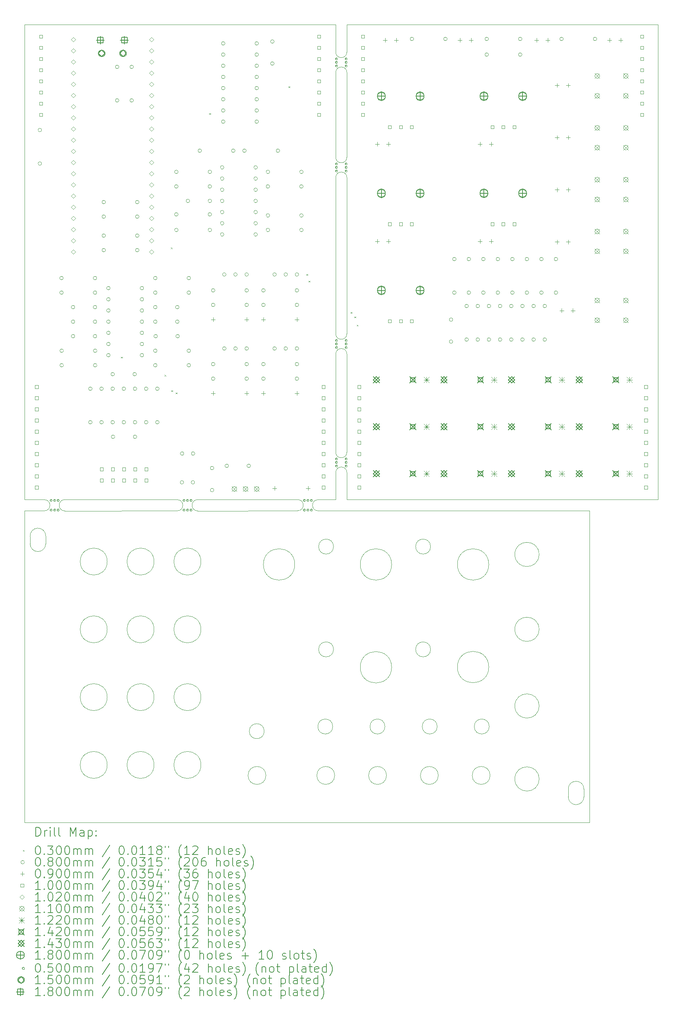
<source format=gbr>
%TF.GenerationSoftware,KiCad,Pcbnew,8.0.5*%
%TF.CreationDate,2024-12-01T23:02:59-05:00*%
%TF.ProjectId,2024.11.21_quadulator_2.0,32303234-2e31-4312-9e32-315f71756164,rev?*%
%TF.SameCoordinates,Original*%
%TF.FileFunction,Drillmap*%
%TF.FilePolarity,Positive*%
%FSLAX45Y45*%
G04 Gerber Fmt 4.5, Leading zero omitted, Abs format (unit mm)*
G04 Created by KiCad (PCBNEW 8.0.5) date 2024-12-01 23:02:59*
%MOMM*%
%LPD*%
G01*
G04 APERTURE LIST*
%ADD10C,0.050000*%
%ADD11C,0.100000*%
%ADD12C,0.200000*%
%ADD13C,0.102000*%
%ADD14C,0.110000*%
%ADD15C,0.122000*%
%ADD16C,0.142000*%
%ADD17C,0.143000*%
%ADD18C,0.180000*%
%ADD19C,0.150000*%
G04 APERTURE END LIST*
D10*
X6680200Y-10802620D02*
X7080000Y-10800000D01*
X3942080Y-10800080D02*
X6215380Y-10800080D01*
X919480Y-10800080D02*
X3474720Y-10802620D01*
X0Y-10800000D02*
X452120Y-10802620D01*
X6680200Y-11056620D02*
X12850861Y-11055840D01*
X3942080Y-11059160D02*
X6215380Y-11054080D01*
X919480Y-11059160D02*
X3474720Y-11056620D01*
X861Y-11055840D02*
X452120Y-11056620D01*
X12850861Y-18135840D02*
X861Y-18135840D01*
X7335000Y-10187500D02*
X7334000Y-10800000D01*
X7080000Y-3482500D02*
G75*
G02*
X7335000Y-3482500I127500J0D01*
G01*
X0Y0D02*
X0Y-10800000D01*
X7080000Y-7495000D02*
G75*
G02*
X7335000Y-7495000I127500J0D01*
G01*
X7335000Y-7030000D02*
X7335000Y-3482500D01*
X7080000Y-7495000D02*
X7080000Y-9722500D01*
X0Y0D02*
X7080000Y0D01*
X7334000Y-10800000D02*
X14414000Y-10800000D01*
X7080000Y-1095000D02*
G75*
G02*
X7335000Y-1095000I127500J0D01*
G01*
X7335000Y-9722500D02*
G75*
G02*
X7080000Y-9722500I-127500J0D01*
G01*
X7335000Y-627500D02*
X7334000Y0D01*
X14414000Y-10800000D02*
X14414000Y0D01*
X7335000Y-3017500D02*
G75*
G02*
X7080000Y-3017500I-127500J0D01*
G01*
X7335000Y-627500D02*
G75*
G02*
X7080000Y-627500I-127500J0D01*
G01*
X7080000Y-10187500D02*
G75*
G02*
X7335000Y-10187500I127500J0D01*
G01*
X7335000Y-3017500D02*
X7335000Y-1095000D01*
X7080000Y-3482500D02*
X7080000Y-7030000D01*
X14414000Y0D02*
X7334000Y0D01*
X7080000Y-10187500D02*
X7080000Y-10800000D01*
X7080000Y0D02*
X7080000Y-627500D01*
X7080000Y-1095000D02*
X7080000Y-3017500D01*
X7335000Y-7030000D02*
G75*
G02*
X7080000Y-7030000I-127500J0D01*
G01*
X7335000Y-9722500D02*
X7335000Y-7495000D01*
D11*
X7056981Y-17070560D02*
G75*
G02*
X6650327Y-17070560I-203327J0D01*
G01*
X6650327Y-17070560D02*
G75*
G02*
X7056981Y-17070560I203327J0D01*
G01*
X1882161Y-13749933D02*
G75*
G02*
X1269161Y-13749933I-306500J0D01*
G01*
X1269161Y-13749933D02*
G75*
G02*
X1882161Y-13749933I306500J0D01*
G01*
X11706214Y-13749273D02*
G75*
G02*
X11155509Y-13749273I-275353J0D01*
G01*
X11155509Y-13749273D02*
G75*
G02*
X11706214Y-13749273I275353J0D01*
G01*
X10562181Y-12275040D02*
G75*
G02*
X9849181Y-12275040I-356500J0D01*
G01*
X9849181Y-12275040D02*
G75*
G02*
X10562181Y-12275040I356500J0D01*
G01*
X4014061Y-13749933D02*
G75*
G02*
X3401061Y-13749933I-306500J0D01*
G01*
X3401061Y-13749933D02*
G75*
G02*
X4014061Y-13749933I306500J0D01*
G01*
X483461Y-11805140D02*
G75*
G02*
X127861Y-11805140I-177800J-3D01*
G01*
X4014061Y-15290867D02*
G75*
G02*
X3401061Y-15290867I-306500J0D01*
G01*
X3401061Y-15290867D02*
G75*
G02*
X4014061Y-15290867I306500J0D01*
G01*
X127861Y-11640040D02*
G75*
G02*
X483914Y-11627340I177800J12697D01*
G01*
X11706214Y-17150807D02*
G75*
G02*
X11155509Y-17150807I-275353J0D01*
G01*
X11155509Y-17150807D02*
G75*
G02*
X11706214Y-17150807I275353J0D01*
G01*
X7031221Y-14205440D02*
G75*
G02*
X6691221Y-14205440I-170000J0D01*
G01*
X6691221Y-14205440D02*
G75*
G02*
X7031221Y-14205440I170000J0D01*
G01*
X1882161Y-12209000D02*
G75*
G02*
X1269161Y-12209000I-306500J0D01*
G01*
X1269161Y-12209000D02*
G75*
G02*
X1882161Y-12209000I306500J0D01*
G01*
X2947261Y-13749933D02*
G75*
G02*
X2334261Y-13749933I-306500J0D01*
G01*
X2334261Y-13749933D02*
G75*
G02*
X2947261Y-13749933I306500J0D01*
G01*
X9388621Y-15958278D02*
G75*
G02*
X9048621Y-15958278I-170000J0D01*
G01*
X9048621Y-15958278D02*
G75*
G02*
X9388621Y-15958278I170000J0D01*
G01*
D10*
X12850861Y-18135840D02*
X12850861Y-11055840D01*
D11*
X12726261Y-17558240D02*
G75*
G02*
X12370661Y-17558240I-177800J-3D01*
G01*
X12726261Y-17380440D02*
X12726261Y-17558240D01*
X12370661Y-17380440D02*
G75*
G02*
X12726261Y-17380440I177800J-3D01*
G01*
X12370661Y-17380440D02*
X12370661Y-17558240D01*
X8199901Y-15958278D02*
G75*
G02*
X7859901Y-15958278I-170000J0D01*
G01*
X7859901Y-15958278D02*
G75*
G02*
X8199901Y-15958278I170000J0D01*
G01*
X6148561Y-12275040D02*
G75*
G02*
X5435561Y-12275040I-356500J0D01*
G01*
X5435561Y-12275040D02*
G75*
G02*
X6148561Y-12275040I356500J0D01*
G01*
X8352381Y-12275040D02*
G75*
G02*
X7639381Y-12275040I-356500J0D01*
G01*
X7639381Y-12275040D02*
G75*
G02*
X8352381Y-12275040I356500J0D01*
G01*
X4014061Y-16831800D02*
G75*
G02*
X3401061Y-16831800I-306500J0D01*
G01*
X3401061Y-16831800D02*
G75*
G02*
X4014061Y-16831800I306500J0D01*
G01*
X11706214Y-12047473D02*
G75*
G02*
X11155509Y-12047473I-275353J0D01*
G01*
X11155509Y-12047473D02*
G75*
G02*
X11706214Y-12047473I275353J0D01*
G01*
X7013621Y-15958278D02*
G75*
G02*
X6673621Y-15958278I-170000J0D01*
G01*
X6673621Y-15958278D02*
G75*
G02*
X7013621Y-15958278I170000J0D01*
G01*
X9238661Y-14205440D02*
G75*
G02*
X8898661Y-14205440I-170000J0D01*
G01*
X8898661Y-14205440D02*
G75*
G02*
X9238661Y-14205440I170000J0D01*
G01*
X2947261Y-15290867D02*
G75*
G02*
X2334261Y-15290867I-306500J0D01*
G01*
X2334261Y-15290867D02*
G75*
G02*
X2947261Y-15290867I306500J0D01*
G01*
X4014061Y-12209000D02*
G75*
G02*
X3401061Y-12209000I-306500J0D01*
G01*
X3401061Y-12209000D02*
G75*
G02*
X4014061Y-12209000I306500J0D01*
G01*
X9238661Y-11868640D02*
G75*
G02*
X8898661Y-11868640I-170000J0D01*
G01*
X8898661Y-11868640D02*
G75*
G02*
X9238661Y-11868640I170000J0D01*
G01*
X1882161Y-16831800D02*
G75*
G02*
X1269161Y-16831800I-306500J0D01*
G01*
X1269161Y-16831800D02*
G75*
G02*
X1882161Y-16831800I306500J0D01*
G01*
X2947261Y-16831800D02*
G75*
G02*
X2334261Y-16831800I-306500J0D01*
G01*
X2334261Y-16831800D02*
G75*
G02*
X2947261Y-16831800I306500J0D01*
G01*
X10592662Y-17070560D02*
G75*
G02*
X10186008Y-17070560I-203327J0D01*
G01*
X10186008Y-17070560D02*
G75*
G02*
X10592662Y-17070560I203327J0D01*
G01*
X8235541Y-17070560D02*
G75*
G02*
X7828887Y-17070560I-203327J0D01*
G01*
X7828887Y-17070560D02*
G75*
G02*
X8235541Y-17070560I203327J0D01*
G01*
X127861Y-11805140D02*
X127861Y-11640040D01*
X5454061Y-16064720D02*
G75*
G02*
X5114061Y-16064720I-170000J0D01*
G01*
X5114061Y-16064720D02*
G75*
G02*
X5454061Y-16064720I170000J0D01*
G01*
X7031221Y-11868640D02*
G75*
G02*
X6691221Y-11868640I-170000J0D01*
G01*
X6691221Y-11868640D02*
G75*
G02*
X7031221Y-11868640I170000J0D01*
G01*
X11706214Y-15491713D02*
G75*
G02*
X11155509Y-15491713I-275353J0D01*
G01*
X11155509Y-15491713D02*
G75*
G02*
X11706214Y-15491713I275353J0D01*
G01*
X9414102Y-17070560D02*
G75*
G02*
X9007448Y-17070560I-203327J0D01*
G01*
X9007448Y-17070560D02*
G75*
G02*
X9414102Y-17070560I203327J0D01*
G01*
X10562181Y-14606760D02*
G75*
G02*
X9849181Y-14606760I-356500J0D01*
G01*
X9849181Y-14606760D02*
G75*
G02*
X10562181Y-14606760I356500J0D01*
G01*
X483914Y-11627340D02*
X483461Y-11805140D01*
X5492468Y-17070560D02*
G75*
G02*
X5085814Y-17070560I-203327J0D01*
G01*
X5085814Y-17070560D02*
G75*
G02*
X5492468Y-17070560I203327J0D01*
G01*
X8352381Y-14611840D02*
G75*
G02*
X7639381Y-14611840I-356500J0D01*
G01*
X7639381Y-14611840D02*
G75*
G02*
X8352381Y-14611840I356500J0D01*
G01*
X1882161Y-15290867D02*
G75*
G02*
X1269161Y-15290867I-306500J0D01*
G01*
X1269161Y-15290867D02*
G75*
G02*
X1882161Y-15290867I306500J0D01*
G01*
X2947261Y-12209000D02*
G75*
G02*
X2334261Y-12209000I-306500J0D01*
G01*
X2334261Y-12209000D02*
G75*
G02*
X2947261Y-12209000I306500J0D01*
G01*
X10572261Y-15958278D02*
G75*
G02*
X10232261Y-15958278I-170000J0D01*
G01*
X10232261Y-15958278D02*
G75*
G02*
X10572261Y-15958278I170000J0D01*
G01*
D10*
X861Y-11055840D02*
X861Y-18135840D01*
X6680200Y-11056620D02*
G75*
G02*
X6680200Y-10802620I0J127000D01*
G01*
X6215380Y-10800080D02*
G75*
G02*
X6215380Y-11054080I0J-127000D01*
G01*
X3942080Y-11059160D02*
G75*
G02*
X3942080Y-10800080I0J129540D01*
G01*
X3474720Y-10802620D02*
G75*
G02*
X3474720Y-11056620I0J-127000D01*
G01*
X919480Y-11059160D02*
G75*
G02*
X919480Y-10800080I0J129540D01*
G01*
X452120Y-10802620D02*
G75*
G02*
X452120Y-11056620I0J-127000D01*
G01*
D12*
D11*
X2194800Y-7554200D02*
X2224800Y-7584200D01*
X2224800Y-7554200D02*
X2194800Y-7584200D01*
X3187400Y-7966500D02*
X3217400Y-7996500D01*
X3217400Y-7966500D02*
X3187400Y-7996500D01*
X3331706Y-5071094D02*
X3361706Y-5101094D01*
X3361706Y-5071094D02*
X3331706Y-5101094D01*
X3337800Y-8316200D02*
X3367800Y-8346200D01*
X3367800Y-8316200D02*
X3337800Y-8346200D01*
X3439400Y-8367000D02*
X3469400Y-8397000D01*
X3469400Y-8367000D02*
X3439400Y-8397000D01*
X4201400Y-2017000D02*
X4231400Y-2047000D01*
X4231400Y-2017000D02*
X4201400Y-2047000D01*
X6004800Y-1407400D02*
X6034800Y-1437400D01*
X6034800Y-1407400D02*
X6004800Y-1437400D01*
X6411200Y-5674600D02*
X6441200Y-5704600D01*
X6441200Y-5674600D02*
X6411200Y-5704600D01*
X6461900Y-5827000D02*
X6491900Y-5857000D01*
X6491900Y-5827000D02*
X6461900Y-5857000D01*
X7422500Y-6538200D02*
X7452500Y-6568200D01*
X7452500Y-6538200D02*
X7422500Y-6568200D01*
X7503400Y-6639800D02*
X7533400Y-6669800D01*
X7533400Y-6639800D02*
X7503400Y-6669800D01*
X7560000Y-6825850D02*
X7590000Y-6855850D01*
X7590000Y-6825850D02*
X7560000Y-6855850D01*
X390000Y-2400000D02*
G75*
G02*
X310000Y-2400000I-40000J0D01*
G01*
X310000Y-2400000D02*
G75*
G02*
X390000Y-2400000I40000J0D01*
G01*
X390000Y-3162000D02*
G75*
G02*
X310000Y-3162000I-40000J0D01*
G01*
X310000Y-3162000D02*
G75*
G02*
X390000Y-3162000I40000J0D01*
G01*
X882200Y-5765800D02*
G75*
G02*
X802200Y-5765800I-40000J0D01*
G01*
X802200Y-5765800D02*
G75*
G02*
X882200Y-5765800I40000J0D01*
G01*
X882200Y-6096000D02*
G75*
G02*
X802200Y-6096000I-40000J0D01*
G01*
X802200Y-6096000D02*
G75*
G02*
X882200Y-6096000I40000J0D01*
G01*
X886200Y-7416800D02*
G75*
G02*
X806200Y-7416800I-40000J0D01*
G01*
X806200Y-7416800D02*
G75*
G02*
X886200Y-7416800I40000J0D01*
G01*
X886200Y-7747000D02*
G75*
G02*
X806200Y-7747000I-40000J0D01*
G01*
X806200Y-7747000D02*
G75*
G02*
X886200Y-7747000I40000J0D01*
G01*
X1144200Y-6426200D02*
G75*
G02*
X1064200Y-6426200I-40000J0D01*
G01*
X1064200Y-6426200D02*
G75*
G02*
X1144200Y-6426200I40000J0D01*
G01*
X1144200Y-6756400D02*
G75*
G02*
X1064200Y-6756400I-40000J0D01*
G01*
X1064200Y-6756400D02*
G75*
G02*
X1144200Y-6756400I40000J0D01*
G01*
X1144200Y-7086600D02*
G75*
G02*
X1064200Y-7086600I-40000J0D01*
G01*
X1064200Y-7086600D02*
G75*
G02*
X1144200Y-7086600I40000J0D01*
G01*
X1538600Y-8280400D02*
G75*
G02*
X1458600Y-8280400I-40000J0D01*
G01*
X1458600Y-8280400D02*
G75*
G02*
X1538600Y-8280400I40000J0D01*
G01*
X1538600Y-9042400D02*
G75*
G02*
X1458600Y-9042400I-40000J0D01*
G01*
X1458600Y-9042400D02*
G75*
G02*
X1538600Y-9042400I40000J0D01*
G01*
X1644200Y-5765800D02*
G75*
G02*
X1564200Y-5765800I-40000J0D01*
G01*
X1564200Y-5765800D02*
G75*
G02*
X1644200Y-5765800I40000J0D01*
G01*
X1644200Y-6096000D02*
G75*
G02*
X1564200Y-6096000I-40000J0D01*
G01*
X1564200Y-6096000D02*
G75*
G02*
X1644200Y-6096000I40000J0D01*
G01*
X1644200Y-6426200D02*
G75*
G02*
X1564200Y-6426200I-40000J0D01*
G01*
X1564200Y-6426200D02*
G75*
G02*
X1644200Y-6426200I40000J0D01*
G01*
X1644200Y-6756400D02*
G75*
G02*
X1564200Y-6756400I-40000J0D01*
G01*
X1564200Y-6756400D02*
G75*
G02*
X1644200Y-6756400I40000J0D01*
G01*
X1644200Y-7086600D02*
G75*
G02*
X1564200Y-7086600I-40000J0D01*
G01*
X1564200Y-7086600D02*
G75*
G02*
X1644200Y-7086600I40000J0D01*
G01*
X1648200Y-7416800D02*
G75*
G02*
X1568200Y-7416800I-40000J0D01*
G01*
X1568200Y-7416800D02*
G75*
G02*
X1648200Y-7416800I40000J0D01*
G01*
X1648200Y-7747000D02*
G75*
G02*
X1568200Y-7747000I-40000J0D01*
G01*
X1568200Y-7747000D02*
G75*
G02*
X1648200Y-7747000I40000J0D01*
G01*
X1792600Y-8280400D02*
G75*
G02*
X1712600Y-8280400I-40000J0D01*
G01*
X1712600Y-8280400D02*
G75*
G02*
X1792600Y-8280400I40000J0D01*
G01*
X1792600Y-9042400D02*
G75*
G02*
X1712600Y-9042400I-40000J0D01*
G01*
X1712600Y-9042400D02*
G75*
G02*
X1792600Y-9042400I40000J0D01*
G01*
X1843400Y-4038600D02*
G75*
G02*
X1763400Y-4038600I-40000J0D01*
G01*
X1763400Y-4038600D02*
G75*
G02*
X1843400Y-4038600I40000J0D01*
G01*
X1843400Y-4368800D02*
G75*
G02*
X1763400Y-4368800I-40000J0D01*
G01*
X1763400Y-4368800D02*
G75*
G02*
X1843400Y-4368800I40000J0D01*
G01*
X1843400Y-4800600D02*
G75*
G02*
X1763400Y-4800600I-40000J0D01*
G01*
X1763400Y-4800600D02*
G75*
G02*
X1843400Y-4800600I40000J0D01*
G01*
X1843400Y-5130800D02*
G75*
G02*
X1763400Y-5130800I-40000J0D01*
G01*
X1763400Y-5130800D02*
G75*
G02*
X1843400Y-5130800I40000J0D01*
G01*
X1949000Y-5994400D02*
G75*
G02*
X1869000Y-5994400I-40000J0D01*
G01*
X1869000Y-5994400D02*
G75*
G02*
X1949000Y-5994400I40000J0D01*
G01*
X1949000Y-6248400D02*
G75*
G02*
X1869000Y-6248400I-40000J0D01*
G01*
X1869000Y-6248400D02*
G75*
G02*
X1949000Y-6248400I40000J0D01*
G01*
X1949000Y-6502400D02*
G75*
G02*
X1869000Y-6502400I-40000J0D01*
G01*
X1869000Y-6502400D02*
G75*
G02*
X1949000Y-6502400I40000J0D01*
G01*
X1949000Y-6756400D02*
G75*
G02*
X1869000Y-6756400I-40000J0D01*
G01*
X1869000Y-6756400D02*
G75*
G02*
X1949000Y-6756400I40000J0D01*
G01*
X1949000Y-7010400D02*
G75*
G02*
X1869000Y-7010400I-40000J0D01*
G01*
X1869000Y-7010400D02*
G75*
G02*
X1949000Y-7010400I40000J0D01*
G01*
X1949000Y-7264400D02*
G75*
G02*
X1869000Y-7264400I-40000J0D01*
G01*
X1869000Y-7264400D02*
G75*
G02*
X1949000Y-7264400I40000J0D01*
G01*
X1949000Y-7518400D02*
G75*
G02*
X1869000Y-7518400I-40000J0D01*
G01*
X1869000Y-7518400D02*
G75*
G02*
X1949000Y-7518400I40000J0D01*
G01*
X2046600Y-7950200D02*
G75*
G02*
X1966600Y-7950200I-40000J0D01*
G01*
X1966600Y-7950200D02*
G75*
G02*
X2046600Y-7950200I40000J0D01*
G01*
X2046600Y-8280400D02*
G75*
G02*
X1966600Y-8280400I-40000J0D01*
G01*
X1966600Y-8280400D02*
G75*
G02*
X2046600Y-8280400I40000J0D01*
G01*
X2046600Y-9042400D02*
G75*
G02*
X1966600Y-9042400I-40000J0D01*
G01*
X1966600Y-9042400D02*
G75*
G02*
X2046600Y-9042400I40000J0D01*
G01*
X2054600Y-9372600D02*
G75*
G02*
X1974600Y-9372600I-40000J0D01*
G01*
X1974600Y-9372600D02*
G75*
G02*
X2054600Y-9372600I40000J0D01*
G01*
X2148200Y-965200D02*
G75*
G02*
X2068200Y-965200I-40000J0D01*
G01*
X2068200Y-965200D02*
G75*
G02*
X2148200Y-965200I40000J0D01*
G01*
X2148200Y-1727200D02*
G75*
G02*
X2068200Y-1727200I-40000J0D01*
G01*
X2068200Y-1727200D02*
G75*
G02*
X2148200Y-1727200I40000J0D01*
G01*
X2300600Y-8280400D02*
G75*
G02*
X2220600Y-8280400I-40000J0D01*
G01*
X2220600Y-8280400D02*
G75*
G02*
X2300600Y-8280400I40000J0D01*
G01*
X2300600Y-9042400D02*
G75*
G02*
X2220600Y-9042400I-40000J0D01*
G01*
X2220600Y-9042400D02*
G75*
G02*
X2300600Y-9042400I40000J0D01*
G01*
X2478400Y-965200D02*
G75*
G02*
X2398400Y-965200I-40000J0D01*
G01*
X2398400Y-965200D02*
G75*
G02*
X2478400Y-965200I40000J0D01*
G01*
X2478400Y-1727200D02*
G75*
G02*
X2398400Y-1727200I-40000J0D01*
G01*
X2398400Y-1727200D02*
G75*
G02*
X2478400Y-1727200I40000J0D01*
G01*
X2546600Y-7950200D02*
G75*
G02*
X2466600Y-7950200I-40000J0D01*
G01*
X2466600Y-7950200D02*
G75*
G02*
X2546600Y-7950200I40000J0D01*
G01*
X2554600Y-8280400D02*
G75*
G02*
X2474600Y-8280400I-40000J0D01*
G01*
X2474600Y-8280400D02*
G75*
G02*
X2554600Y-8280400I40000J0D01*
G01*
X2554600Y-9042400D02*
G75*
G02*
X2474600Y-9042400I-40000J0D01*
G01*
X2474600Y-9042400D02*
G75*
G02*
X2554600Y-9042400I40000J0D01*
G01*
X2554600Y-9372600D02*
G75*
G02*
X2474600Y-9372600I-40000J0D01*
G01*
X2474600Y-9372600D02*
G75*
G02*
X2554600Y-9372600I40000J0D01*
G01*
X2605400Y-4038600D02*
G75*
G02*
X2525400Y-4038600I-40000J0D01*
G01*
X2525400Y-4038600D02*
G75*
G02*
X2605400Y-4038600I40000J0D01*
G01*
X2605400Y-4368800D02*
G75*
G02*
X2525400Y-4368800I-40000J0D01*
G01*
X2525400Y-4368800D02*
G75*
G02*
X2605400Y-4368800I40000J0D01*
G01*
X2605400Y-4800600D02*
G75*
G02*
X2525400Y-4800600I-40000J0D01*
G01*
X2525400Y-4800600D02*
G75*
G02*
X2605400Y-4800600I40000J0D01*
G01*
X2605400Y-5130800D02*
G75*
G02*
X2525400Y-5130800I-40000J0D01*
G01*
X2525400Y-5130800D02*
G75*
G02*
X2605400Y-5130800I40000J0D01*
G01*
X2711000Y-5994400D02*
G75*
G02*
X2631000Y-5994400I-40000J0D01*
G01*
X2631000Y-5994400D02*
G75*
G02*
X2711000Y-5994400I40000J0D01*
G01*
X2711000Y-6248400D02*
G75*
G02*
X2631000Y-6248400I-40000J0D01*
G01*
X2631000Y-6248400D02*
G75*
G02*
X2711000Y-6248400I40000J0D01*
G01*
X2711000Y-6502400D02*
G75*
G02*
X2631000Y-6502400I-40000J0D01*
G01*
X2631000Y-6502400D02*
G75*
G02*
X2711000Y-6502400I40000J0D01*
G01*
X2711000Y-6756400D02*
G75*
G02*
X2631000Y-6756400I-40000J0D01*
G01*
X2631000Y-6756400D02*
G75*
G02*
X2711000Y-6756400I40000J0D01*
G01*
X2711000Y-7010400D02*
G75*
G02*
X2631000Y-7010400I-40000J0D01*
G01*
X2631000Y-7010400D02*
G75*
G02*
X2711000Y-7010400I40000J0D01*
G01*
X2711000Y-7264400D02*
G75*
G02*
X2631000Y-7264400I-40000J0D01*
G01*
X2631000Y-7264400D02*
G75*
G02*
X2711000Y-7264400I40000J0D01*
G01*
X2711000Y-7518400D02*
G75*
G02*
X2631000Y-7518400I-40000J0D01*
G01*
X2631000Y-7518400D02*
G75*
G02*
X2711000Y-7518400I40000J0D01*
G01*
X2808600Y-8280400D02*
G75*
G02*
X2728600Y-8280400I-40000J0D01*
G01*
X2728600Y-8280400D02*
G75*
G02*
X2808600Y-8280400I40000J0D01*
G01*
X2808600Y-9042400D02*
G75*
G02*
X2728600Y-9042400I-40000J0D01*
G01*
X2728600Y-9042400D02*
G75*
G02*
X2808600Y-9042400I40000J0D01*
G01*
X3015800Y-5765800D02*
G75*
G02*
X2935800Y-5765800I-40000J0D01*
G01*
X2935800Y-5765800D02*
G75*
G02*
X3015800Y-5765800I40000J0D01*
G01*
X3015800Y-6096000D02*
G75*
G02*
X2935800Y-6096000I-40000J0D01*
G01*
X2935800Y-6096000D02*
G75*
G02*
X3015800Y-6096000I40000J0D01*
G01*
X3015800Y-6426200D02*
G75*
G02*
X2935800Y-6426200I-40000J0D01*
G01*
X2935800Y-6426200D02*
G75*
G02*
X3015800Y-6426200I40000J0D01*
G01*
X3015800Y-6756400D02*
G75*
G02*
X2935800Y-6756400I-40000J0D01*
G01*
X2935800Y-6756400D02*
G75*
G02*
X3015800Y-6756400I40000J0D01*
G01*
X3015800Y-7416800D02*
G75*
G02*
X2935800Y-7416800I-40000J0D01*
G01*
X2935800Y-7416800D02*
G75*
G02*
X3015800Y-7416800I40000J0D01*
G01*
X3015800Y-7747000D02*
G75*
G02*
X2935800Y-7747000I-40000J0D01*
G01*
X2935800Y-7747000D02*
G75*
G02*
X3015800Y-7747000I40000J0D01*
G01*
X3023800Y-7086600D02*
G75*
G02*
X2943800Y-7086600I-40000J0D01*
G01*
X2943800Y-7086600D02*
G75*
G02*
X3023800Y-7086600I40000J0D01*
G01*
X3062600Y-8280400D02*
G75*
G02*
X2982600Y-8280400I-40000J0D01*
G01*
X2982600Y-8280400D02*
G75*
G02*
X3062600Y-8280400I40000J0D01*
G01*
X3062600Y-9042400D02*
G75*
G02*
X2982600Y-9042400I-40000J0D01*
G01*
X2982600Y-9042400D02*
G75*
G02*
X3062600Y-9042400I40000J0D01*
G01*
X3494400Y-3352300D02*
G75*
G02*
X3414400Y-3352300I-40000J0D01*
G01*
X3414400Y-3352300D02*
G75*
G02*
X3494400Y-3352300I40000J0D01*
G01*
X3494400Y-3683000D02*
G75*
G02*
X3414400Y-3683000I-40000J0D01*
G01*
X3414400Y-3683000D02*
G75*
G02*
X3494400Y-3683000I40000J0D01*
G01*
X3494400Y-4318000D02*
G75*
G02*
X3414400Y-4318000I-40000J0D01*
G01*
X3414400Y-4318000D02*
G75*
G02*
X3494400Y-4318000I40000J0D01*
G01*
X3495400Y-4673100D02*
G75*
G02*
X3415400Y-4673100I-40000J0D01*
G01*
X3415400Y-4673100D02*
G75*
G02*
X3495400Y-4673100I40000J0D01*
G01*
X3515800Y-6426200D02*
G75*
G02*
X3435800Y-6426200I-40000J0D01*
G01*
X3435800Y-6426200D02*
G75*
G02*
X3515800Y-6426200I40000J0D01*
G01*
X3515800Y-6756400D02*
G75*
G02*
X3435800Y-6756400I-40000J0D01*
G01*
X3435800Y-6756400D02*
G75*
G02*
X3515800Y-6756400I40000J0D01*
G01*
X3523800Y-7086600D02*
G75*
G02*
X3443800Y-7086600I-40000J0D01*
G01*
X3443800Y-7086600D02*
G75*
G02*
X3523800Y-7086600I40000J0D01*
G01*
X3621400Y-10408600D02*
G75*
G02*
X3541400Y-10408600I-40000J0D01*
G01*
X3541400Y-10408600D02*
G75*
G02*
X3621400Y-10408600I40000J0D01*
G01*
X3625400Y-9753600D02*
G75*
G02*
X3545400Y-9753600I-40000J0D01*
G01*
X3545400Y-9753600D02*
G75*
G02*
X3625400Y-9753600I40000J0D01*
G01*
X3757400Y-4012700D02*
G75*
G02*
X3677400Y-4012700I-40000J0D01*
G01*
X3677400Y-4012700D02*
G75*
G02*
X3757400Y-4012700I40000J0D01*
G01*
X3777800Y-5765800D02*
G75*
G02*
X3697800Y-5765800I-40000J0D01*
G01*
X3697800Y-5765800D02*
G75*
G02*
X3777800Y-5765800I40000J0D01*
G01*
X3777800Y-6096000D02*
G75*
G02*
X3697800Y-6096000I-40000J0D01*
G01*
X3697800Y-6096000D02*
G75*
G02*
X3777800Y-6096000I40000J0D01*
G01*
X3777800Y-7416800D02*
G75*
G02*
X3697800Y-7416800I-40000J0D01*
G01*
X3697800Y-7416800D02*
G75*
G02*
X3777800Y-7416800I40000J0D01*
G01*
X3777800Y-7747000D02*
G75*
G02*
X3697800Y-7747000I-40000J0D01*
G01*
X3697800Y-7747000D02*
G75*
G02*
X3777800Y-7747000I40000J0D01*
G01*
X3871400Y-10408600D02*
G75*
G02*
X3791400Y-10408600I-40000J0D01*
G01*
X3791400Y-10408600D02*
G75*
G02*
X3871400Y-10408600I40000J0D01*
G01*
X3875400Y-9753600D02*
G75*
G02*
X3795400Y-9753600I-40000J0D01*
G01*
X3795400Y-9753600D02*
G75*
G02*
X3875400Y-9753600I40000J0D01*
G01*
X4027800Y-2870200D02*
G75*
G02*
X3947800Y-2870200I-40000J0D01*
G01*
X3947800Y-2870200D02*
G75*
G02*
X4027800Y-2870200I40000J0D01*
G01*
X4256400Y-3352300D02*
G75*
G02*
X4176400Y-3352300I-40000J0D01*
G01*
X4176400Y-3352300D02*
G75*
G02*
X4256400Y-3352300I40000J0D01*
G01*
X4256400Y-3683000D02*
G75*
G02*
X4176400Y-3683000I-40000J0D01*
G01*
X4176400Y-3683000D02*
G75*
G02*
X4256400Y-3683000I40000J0D01*
G01*
X4256400Y-4318000D02*
G75*
G02*
X4176400Y-4318000I-40000J0D01*
G01*
X4176400Y-4318000D02*
G75*
G02*
X4256400Y-4318000I40000J0D01*
G01*
X4257400Y-4012700D02*
G75*
G02*
X4177400Y-4012700I-40000J0D01*
G01*
X4177400Y-4012700D02*
G75*
G02*
X4257400Y-4012700I40000J0D01*
G01*
X4257400Y-4673100D02*
G75*
G02*
X4177400Y-4673100I-40000J0D01*
G01*
X4177400Y-4673100D02*
G75*
G02*
X4257400Y-4673100I40000J0D01*
G01*
X4307200Y-10083800D02*
G75*
G02*
X4227200Y-10083800I-40000J0D01*
G01*
X4227200Y-10083800D02*
G75*
G02*
X4307200Y-10083800I40000J0D01*
G01*
X4307200Y-10583800D02*
G75*
G02*
X4227200Y-10583800I-40000J0D01*
G01*
X4227200Y-10583800D02*
G75*
G02*
X4307200Y-10583800I40000J0D01*
G01*
X4332600Y-6045200D02*
G75*
G02*
X4252600Y-6045200I-40000J0D01*
G01*
X4252600Y-6045200D02*
G75*
G02*
X4332600Y-6045200I40000J0D01*
G01*
X4332600Y-6375400D02*
G75*
G02*
X4252600Y-6375400I-40000J0D01*
G01*
X4252600Y-6375400D02*
G75*
G02*
X4332600Y-6375400I40000J0D01*
G01*
X4332600Y-7721600D02*
G75*
G02*
X4252600Y-7721600I-40000J0D01*
G01*
X4252600Y-7721600D02*
G75*
G02*
X4332600Y-7721600I40000J0D01*
G01*
X4332600Y-8051800D02*
G75*
G02*
X4252600Y-8051800I-40000J0D01*
G01*
X4252600Y-8051800D02*
G75*
G02*
X4332600Y-8051800I40000J0D01*
G01*
X4536800Y-3250700D02*
G75*
G02*
X4456800Y-3250700I-40000J0D01*
G01*
X4456800Y-3250700D02*
G75*
G02*
X4536800Y-3250700I40000J0D01*
G01*
X4536800Y-3504700D02*
G75*
G02*
X4456800Y-3504700I-40000J0D01*
G01*
X4456800Y-3504700D02*
G75*
G02*
X4536800Y-3504700I40000J0D01*
G01*
X4536800Y-3758700D02*
G75*
G02*
X4456800Y-3758700I-40000J0D01*
G01*
X4456800Y-3758700D02*
G75*
G02*
X4536800Y-3758700I40000J0D01*
G01*
X4536800Y-4012700D02*
G75*
G02*
X4456800Y-4012700I-40000J0D01*
G01*
X4456800Y-4012700D02*
G75*
G02*
X4536800Y-4012700I40000J0D01*
G01*
X4536800Y-4266700D02*
G75*
G02*
X4456800Y-4266700I-40000J0D01*
G01*
X4456800Y-4266700D02*
G75*
G02*
X4536800Y-4266700I40000J0D01*
G01*
X4536800Y-4520700D02*
G75*
G02*
X4456800Y-4520700I-40000J0D01*
G01*
X4456800Y-4520700D02*
G75*
G02*
X4536800Y-4520700I40000J0D01*
G01*
X4536800Y-4774700D02*
G75*
G02*
X4456800Y-4774700I-40000J0D01*
G01*
X4456800Y-4774700D02*
G75*
G02*
X4536800Y-4774700I40000J0D01*
G01*
X4561200Y-431800D02*
G75*
G02*
X4481200Y-431800I-40000J0D01*
G01*
X4481200Y-431800D02*
G75*
G02*
X4561200Y-431800I40000J0D01*
G01*
X4561200Y-685800D02*
G75*
G02*
X4481200Y-685800I-40000J0D01*
G01*
X4481200Y-685800D02*
G75*
G02*
X4561200Y-685800I40000J0D01*
G01*
X4561200Y-939800D02*
G75*
G02*
X4481200Y-939800I-40000J0D01*
G01*
X4481200Y-939800D02*
G75*
G02*
X4561200Y-939800I40000J0D01*
G01*
X4561200Y-1193800D02*
G75*
G02*
X4481200Y-1193800I-40000J0D01*
G01*
X4481200Y-1193800D02*
G75*
G02*
X4561200Y-1193800I40000J0D01*
G01*
X4561200Y-1447800D02*
G75*
G02*
X4481200Y-1447800I-40000J0D01*
G01*
X4481200Y-1447800D02*
G75*
G02*
X4561200Y-1447800I40000J0D01*
G01*
X4561200Y-1701800D02*
G75*
G02*
X4481200Y-1701800I-40000J0D01*
G01*
X4481200Y-1701800D02*
G75*
G02*
X4561200Y-1701800I40000J0D01*
G01*
X4561200Y-1955800D02*
G75*
G02*
X4481200Y-1955800I-40000J0D01*
G01*
X4481200Y-1955800D02*
G75*
G02*
X4561200Y-1955800I40000J0D01*
G01*
X4561200Y-2209800D02*
G75*
G02*
X4481200Y-2209800I-40000J0D01*
G01*
X4481200Y-2209800D02*
G75*
G02*
X4561200Y-2209800I40000J0D01*
G01*
X4585600Y-5683800D02*
G75*
G02*
X4505600Y-5683800I-40000J0D01*
G01*
X4505600Y-5683800D02*
G75*
G02*
X4585600Y-5683800I40000J0D01*
G01*
X4586600Y-7366000D02*
G75*
G02*
X4506600Y-7366000I-40000J0D01*
G01*
X4506600Y-7366000D02*
G75*
G02*
X4586600Y-7366000I40000J0D01*
G01*
X4641400Y-10033000D02*
G75*
G02*
X4561400Y-10033000I-40000J0D01*
G01*
X4561400Y-10033000D02*
G75*
G02*
X4641400Y-10033000I40000J0D01*
G01*
X4789800Y-2870200D02*
G75*
G02*
X4709800Y-2870200I-40000J0D01*
G01*
X4709800Y-2870200D02*
G75*
G02*
X4789800Y-2870200I40000J0D01*
G01*
X4839600Y-5683800D02*
G75*
G02*
X4759600Y-5683800I-40000J0D01*
G01*
X4759600Y-5683800D02*
G75*
G02*
X4839600Y-5683800I40000J0D01*
G01*
X4840600Y-7366000D02*
G75*
G02*
X4760600Y-7366000I-40000J0D01*
G01*
X4760600Y-7366000D02*
G75*
G02*
X4840600Y-7366000I40000J0D01*
G01*
X5043800Y-2870200D02*
G75*
G02*
X4963800Y-2870200I-40000J0D01*
G01*
X4963800Y-2870200D02*
G75*
G02*
X5043800Y-2870200I40000J0D01*
G01*
X5093600Y-5683800D02*
G75*
G02*
X5013600Y-5683800I-40000J0D01*
G01*
X5013600Y-5683800D02*
G75*
G02*
X5093600Y-5683800I40000J0D01*
G01*
X5094600Y-6045200D02*
G75*
G02*
X5014600Y-6045200I-40000J0D01*
G01*
X5014600Y-6045200D02*
G75*
G02*
X5094600Y-6045200I40000J0D01*
G01*
X5094600Y-6375400D02*
G75*
G02*
X5014600Y-6375400I-40000J0D01*
G01*
X5014600Y-6375400D02*
G75*
G02*
X5094600Y-6375400I40000J0D01*
G01*
X5094600Y-7366000D02*
G75*
G02*
X5014600Y-7366000I-40000J0D01*
G01*
X5014600Y-7366000D02*
G75*
G02*
X5094600Y-7366000I40000J0D01*
G01*
X5094600Y-7721600D02*
G75*
G02*
X5014600Y-7721600I-40000J0D01*
G01*
X5014600Y-7721600D02*
G75*
G02*
X5094600Y-7721600I40000J0D01*
G01*
X5094600Y-8051800D02*
G75*
G02*
X5014600Y-8051800I-40000J0D01*
G01*
X5014600Y-8051800D02*
G75*
G02*
X5094600Y-8051800I40000J0D01*
G01*
X5141400Y-10033000D02*
G75*
G02*
X5061400Y-10033000I-40000J0D01*
G01*
X5061400Y-10033000D02*
G75*
G02*
X5141400Y-10033000I40000J0D01*
G01*
X5298800Y-3250700D02*
G75*
G02*
X5218800Y-3250700I-40000J0D01*
G01*
X5218800Y-3250700D02*
G75*
G02*
X5298800Y-3250700I40000J0D01*
G01*
X5298800Y-3504700D02*
G75*
G02*
X5218800Y-3504700I-40000J0D01*
G01*
X5218800Y-3504700D02*
G75*
G02*
X5298800Y-3504700I40000J0D01*
G01*
X5298800Y-3758700D02*
G75*
G02*
X5218800Y-3758700I-40000J0D01*
G01*
X5218800Y-3758700D02*
G75*
G02*
X5298800Y-3758700I40000J0D01*
G01*
X5298800Y-4012700D02*
G75*
G02*
X5218800Y-4012700I-40000J0D01*
G01*
X5218800Y-4012700D02*
G75*
G02*
X5298800Y-4012700I40000J0D01*
G01*
X5298800Y-4266700D02*
G75*
G02*
X5218800Y-4266700I-40000J0D01*
G01*
X5218800Y-4266700D02*
G75*
G02*
X5298800Y-4266700I40000J0D01*
G01*
X5298800Y-4520700D02*
G75*
G02*
X5218800Y-4520700I-40000J0D01*
G01*
X5218800Y-4520700D02*
G75*
G02*
X5298800Y-4520700I40000J0D01*
G01*
X5298800Y-4774700D02*
G75*
G02*
X5218800Y-4774700I-40000J0D01*
G01*
X5218800Y-4774700D02*
G75*
G02*
X5298800Y-4774700I40000J0D01*
G01*
X5323200Y-431800D02*
G75*
G02*
X5243200Y-431800I-40000J0D01*
G01*
X5243200Y-431800D02*
G75*
G02*
X5323200Y-431800I40000J0D01*
G01*
X5323200Y-685800D02*
G75*
G02*
X5243200Y-685800I-40000J0D01*
G01*
X5243200Y-685800D02*
G75*
G02*
X5323200Y-685800I40000J0D01*
G01*
X5323200Y-939800D02*
G75*
G02*
X5243200Y-939800I-40000J0D01*
G01*
X5243200Y-939800D02*
G75*
G02*
X5323200Y-939800I40000J0D01*
G01*
X5323200Y-1193800D02*
G75*
G02*
X5243200Y-1193800I-40000J0D01*
G01*
X5243200Y-1193800D02*
G75*
G02*
X5323200Y-1193800I40000J0D01*
G01*
X5323200Y-1447800D02*
G75*
G02*
X5243200Y-1447800I-40000J0D01*
G01*
X5243200Y-1447800D02*
G75*
G02*
X5323200Y-1447800I40000J0D01*
G01*
X5323200Y-1701800D02*
G75*
G02*
X5243200Y-1701800I-40000J0D01*
G01*
X5243200Y-1701800D02*
G75*
G02*
X5323200Y-1701800I40000J0D01*
G01*
X5323200Y-1955800D02*
G75*
G02*
X5243200Y-1955800I-40000J0D01*
G01*
X5243200Y-1955800D02*
G75*
G02*
X5323200Y-1955800I40000J0D01*
G01*
X5323200Y-2209800D02*
G75*
G02*
X5243200Y-2209800I-40000J0D01*
G01*
X5243200Y-2209800D02*
G75*
G02*
X5323200Y-2209800I40000J0D01*
G01*
X5475600Y-6045200D02*
G75*
G02*
X5395600Y-6045200I-40000J0D01*
G01*
X5395600Y-6045200D02*
G75*
G02*
X5475600Y-6045200I40000J0D01*
G01*
X5475600Y-6375400D02*
G75*
G02*
X5395600Y-6375400I-40000J0D01*
G01*
X5395600Y-6375400D02*
G75*
G02*
X5475600Y-6375400I40000J0D01*
G01*
X5475600Y-7721600D02*
G75*
G02*
X5395600Y-7721600I-40000J0D01*
G01*
X5395600Y-7721600D02*
G75*
G02*
X5475600Y-7721600I40000J0D01*
G01*
X5475600Y-8051800D02*
G75*
G02*
X5395600Y-8051800I-40000J0D01*
G01*
X5395600Y-8051800D02*
G75*
G02*
X5475600Y-8051800I40000J0D01*
G01*
X5577200Y-3683000D02*
G75*
G02*
X5497200Y-3683000I-40000J0D01*
G01*
X5497200Y-3683000D02*
G75*
G02*
X5577200Y-3683000I40000J0D01*
G01*
X5578200Y-3352300D02*
G75*
G02*
X5498200Y-3352300I-40000J0D01*
G01*
X5498200Y-3352300D02*
G75*
G02*
X5578200Y-3352300I40000J0D01*
G01*
X5578200Y-4342900D02*
G75*
G02*
X5498200Y-4342900I-40000J0D01*
G01*
X5498200Y-4342900D02*
G75*
G02*
X5578200Y-4342900I40000J0D01*
G01*
X5578200Y-4673100D02*
G75*
G02*
X5498200Y-4673100I-40000J0D01*
G01*
X5498200Y-4673100D02*
G75*
G02*
X5578200Y-4673100I40000J0D01*
G01*
X5678800Y-389000D02*
G75*
G02*
X5598800Y-389000I-40000J0D01*
G01*
X5598800Y-389000D02*
G75*
G02*
X5678800Y-389000I40000J0D01*
G01*
X5678800Y-889000D02*
G75*
G02*
X5598800Y-889000I-40000J0D01*
G01*
X5598800Y-889000D02*
G75*
G02*
X5678800Y-889000I40000J0D01*
G01*
X5729600Y-5683800D02*
G75*
G02*
X5649600Y-5683800I-40000J0D01*
G01*
X5649600Y-5683800D02*
G75*
G02*
X5729600Y-5683800I40000J0D01*
G01*
X5729600Y-7366000D02*
G75*
G02*
X5649600Y-7366000I-40000J0D01*
G01*
X5649600Y-7366000D02*
G75*
G02*
X5729600Y-7366000I40000J0D01*
G01*
X5805800Y-2870200D02*
G75*
G02*
X5725800Y-2870200I-40000J0D01*
G01*
X5725800Y-2870200D02*
G75*
G02*
X5805800Y-2870200I40000J0D01*
G01*
X5983600Y-5683800D02*
G75*
G02*
X5903600Y-5683800I-40000J0D01*
G01*
X5903600Y-5683800D02*
G75*
G02*
X5983600Y-5683800I40000J0D01*
G01*
X5983600Y-7366000D02*
G75*
G02*
X5903600Y-7366000I-40000J0D01*
G01*
X5903600Y-7366000D02*
G75*
G02*
X5983600Y-7366000I40000J0D01*
G01*
X6237600Y-5683800D02*
G75*
G02*
X6157600Y-5683800I-40000J0D01*
G01*
X6157600Y-5683800D02*
G75*
G02*
X6237600Y-5683800I40000J0D01*
G01*
X6237600Y-6045200D02*
G75*
G02*
X6157600Y-6045200I-40000J0D01*
G01*
X6157600Y-6045200D02*
G75*
G02*
X6237600Y-6045200I40000J0D01*
G01*
X6237600Y-6375400D02*
G75*
G02*
X6157600Y-6375400I-40000J0D01*
G01*
X6157600Y-6375400D02*
G75*
G02*
X6237600Y-6375400I40000J0D01*
G01*
X6237600Y-7366000D02*
G75*
G02*
X6157600Y-7366000I-40000J0D01*
G01*
X6157600Y-7366000D02*
G75*
G02*
X6237600Y-7366000I40000J0D01*
G01*
X6237600Y-7721600D02*
G75*
G02*
X6157600Y-7721600I-40000J0D01*
G01*
X6157600Y-7721600D02*
G75*
G02*
X6237600Y-7721600I40000J0D01*
G01*
X6237600Y-8051800D02*
G75*
G02*
X6157600Y-8051800I-40000J0D01*
G01*
X6157600Y-8051800D02*
G75*
G02*
X6237600Y-8051800I40000J0D01*
G01*
X6339200Y-3683000D02*
G75*
G02*
X6259200Y-3683000I-40000J0D01*
G01*
X6259200Y-3683000D02*
G75*
G02*
X6339200Y-3683000I40000J0D01*
G01*
X6340200Y-3352300D02*
G75*
G02*
X6260200Y-3352300I-40000J0D01*
G01*
X6260200Y-3352300D02*
G75*
G02*
X6340200Y-3352300I40000J0D01*
G01*
X6340200Y-4342900D02*
G75*
G02*
X6260200Y-4342900I-40000J0D01*
G01*
X6260200Y-4342900D02*
G75*
G02*
X6340200Y-4342900I40000J0D01*
G01*
X6340200Y-4673100D02*
G75*
G02*
X6260200Y-4673100I-40000J0D01*
G01*
X6260200Y-4673100D02*
G75*
G02*
X6340200Y-4673100I40000J0D01*
G01*
X8853800Y-330200D02*
G75*
G02*
X8773800Y-330200I-40000J0D01*
G01*
X8773800Y-330200D02*
G75*
G02*
X8853800Y-330200I40000J0D01*
G01*
X9615800Y-330200D02*
G75*
G02*
X9535800Y-330200I-40000J0D01*
G01*
X9535800Y-330200D02*
G75*
G02*
X9615800Y-330200I40000J0D01*
G01*
X9742800Y-6709600D02*
G75*
G02*
X9662800Y-6709600I-40000J0D01*
G01*
X9662800Y-6709600D02*
G75*
G02*
X9742800Y-6709600I40000J0D01*
G01*
X9742800Y-7209600D02*
G75*
G02*
X9662800Y-7209600I-40000J0D01*
G01*
X9662800Y-7209600D02*
G75*
G02*
X9742800Y-7209600I40000J0D01*
G01*
X9819000Y-5334000D02*
G75*
G02*
X9739000Y-5334000I-40000J0D01*
G01*
X9739000Y-5334000D02*
G75*
G02*
X9819000Y-5334000I40000J0D01*
G01*
X9819000Y-6096000D02*
G75*
G02*
X9739000Y-6096000I-40000J0D01*
G01*
X9739000Y-6096000D02*
G75*
G02*
X9819000Y-6096000I40000J0D01*
G01*
X10098400Y-6400800D02*
G75*
G02*
X10018400Y-6400800I-40000J0D01*
G01*
X10018400Y-6400800D02*
G75*
G02*
X10098400Y-6400800I40000J0D01*
G01*
X10098400Y-7162800D02*
G75*
G02*
X10018400Y-7162800I-40000J0D01*
G01*
X10018400Y-7162800D02*
G75*
G02*
X10098400Y-7162800I40000J0D01*
G01*
X10149200Y-5334000D02*
G75*
G02*
X10069200Y-5334000I-40000J0D01*
G01*
X10069200Y-5334000D02*
G75*
G02*
X10149200Y-5334000I40000J0D01*
G01*
X10149200Y-6096000D02*
G75*
G02*
X10069200Y-6096000I-40000J0D01*
G01*
X10069200Y-6096000D02*
G75*
G02*
X10149200Y-6096000I40000J0D01*
G01*
X10352400Y-6400800D02*
G75*
G02*
X10272400Y-6400800I-40000J0D01*
G01*
X10272400Y-6400800D02*
G75*
G02*
X10352400Y-6400800I40000J0D01*
G01*
X10352400Y-7162800D02*
G75*
G02*
X10272400Y-7162800I-40000J0D01*
G01*
X10272400Y-7162800D02*
G75*
G02*
X10352400Y-7162800I40000J0D01*
G01*
X10479400Y-5334000D02*
G75*
G02*
X10399400Y-5334000I-40000J0D01*
G01*
X10399400Y-5334000D02*
G75*
G02*
X10479400Y-5334000I40000J0D01*
G01*
X10479400Y-6096000D02*
G75*
G02*
X10399400Y-6096000I-40000J0D01*
G01*
X10399400Y-6096000D02*
G75*
G02*
X10479400Y-6096000I40000J0D01*
G01*
X10555600Y-330200D02*
G75*
G02*
X10475600Y-330200I-40000J0D01*
G01*
X10475600Y-330200D02*
G75*
G02*
X10555600Y-330200I40000J0D01*
G01*
X10555600Y-685800D02*
G75*
G02*
X10475600Y-685800I-40000J0D01*
G01*
X10475600Y-685800D02*
G75*
G02*
X10555600Y-685800I40000J0D01*
G01*
X10606400Y-6400800D02*
G75*
G02*
X10526400Y-6400800I-40000J0D01*
G01*
X10526400Y-6400800D02*
G75*
G02*
X10606400Y-6400800I40000J0D01*
G01*
X10606400Y-7162800D02*
G75*
G02*
X10526400Y-7162800I-40000J0D01*
G01*
X10526400Y-7162800D02*
G75*
G02*
X10606400Y-7162800I40000J0D01*
G01*
X10809600Y-5334000D02*
G75*
G02*
X10729600Y-5334000I-40000J0D01*
G01*
X10729600Y-5334000D02*
G75*
G02*
X10809600Y-5334000I40000J0D01*
G01*
X10809600Y-6096000D02*
G75*
G02*
X10729600Y-6096000I-40000J0D01*
G01*
X10729600Y-6096000D02*
G75*
G02*
X10809600Y-6096000I40000J0D01*
G01*
X10860400Y-6400800D02*
G75*
G02*
X10780400Y-6400800I-40000J0D01*
G01*
X10780400Y-6400800D02*
G75*
G02*
X10860400Y-6400800I40000J0D01*
G01*
X10860400Y-7162800D02*
G75*
G02*
X10780400Y-7162800I-40000J0D01*
G01*
X10780400Y-7162800D02*
G75*
G02*
X10860400Y-7162800I40000J0D01*
G01*
X11114400Y-6400800D02*
G75*
G02*
X11034400Y-6400800I-40000J0D01*
G01*
X11034400Y-6400800D02*
G75*
G02*
X11114400Y-6400800I40000J0D01*
G01*
X11114400Y-7162800D02*
G75*
G02*
X11034400Y-7162800I-40000J0D01*
G01*
X11034400Y-7162800D02*
G75*
G02*
X11114400Y-7162800I40000J0D01*
G01*
X11139800Y-5334000D02*
G75*
G02*
X11059800Y-5334000I-40000J0D01*
G01*
X11059800Y-5334000D02*
G75*
G02*
X11139800Y-5334000I40000J0D01*
G01*
X11139800Y-6096000D02*
G75*
G02*
X11059800Y-6096000I-40000J0D01*
G01*
X11059800Y-6096000D02*
G75*
G02*
X11139800Y-6096000I40000J0D01*
G01*
X11317600Y-330200D02*
G75*
G02*
X11237600Y-330200I-40000J0D01*
G01*
X11237600Y-330200D02*
G75*
G02*
X11317600Y-330200I40000J0D01*
G01*
X11317600Y-685800D02*
G75*
G02*
X11237600Y-685800I-40000J0D01*
G01*
X11237600Y-685800D02*
G75*
G02*
X11317600Y-685800I40000J0D01*
G01*
X11368400Y-6400800D02*
G75*
G02*
X11288400Y-6400800I-40000J0D01*
G01*
X11288400Y-6400800D02*
G75*
G02*
X11368400Y-6400800I40000J0D01*
G01*
X11368400Y-7162800D02*
G75*
G02*
X11288400Y-7162800I-40000J0D01*
G01*
X11288400Y-7162800D02*
G75*
G02*
X11368400Y-7162800I40000J0D01*
G01*
X11470000Y-5334000D02*
G75*
G02*
X11390000Y-5334000I-40000J0D01*
G01*
X11390000Y-5334000D02*
G75*
G02*
X11470000Y-5334000I40000J0D01*
G01*
X11470000Y-6096000D02*
G75*
G02*
X11390000Y-6096000I-40000J0D01*
G01*
X11390000Y-6096000D02*
G75*
G02*
X11470000Y-6096000I40000J0D01*
G01*
X11622400Y-6400800D02*
G75*
G02*
X11542400Y-6400800I-40000J0D01*
G01*
X11542400Y-6400800D02*
G75*
G02*
X11622400Y-6400800I40000J0D01*
G01*
X11622400Y-7162800D02*
G75*
G02*
X11542400Y-7162800I-40000J0D01*
G01*
X11542400Y-7162800D02*
G75*
G02*
X11622400Y-7162800I40000J0D01*
G01*
X11800200Y-5334000D02*
G75*
G02*
X11720200Y-5334000I-40000J0D01*
G01*
X11720200Y-5334000D02*
G75*
G02*
X11800200Y-5334000I40000J0D01*
G01*
X11800200Y-6096000D02*
G75*
G02*
X11720200Y-6096000I-40000J0D01*
G01*
X11720200Y-6096000D02*
G75*
G02*
X11800200Y-6096000I40000J0D01*
G01*
X11876400Y-6400800D02*
G75*
G02*
X11796400Y-6400800I-40000J0D01*
G01*
X11796400Y-6400800D02*
G75*
G02*
X11876400Y-6400800I40000J0D01*
G01*
X11876400Y-7162800D02*
G75*
G02*
X11796400Y-7162800I-40000J0D01*
G01*
X11796400Y-7162800D02*
G75*
G02*
X11876400Y-7162800I40000J0D01*
G01*
X12130400Y-5334000D02*
G75*
G02*
X12050400Y-5334000I-40000J0D01*
G01*
X12050400Y-5334000D02*
G75*
G02*
X12130400Y-5334000I40000J0D01*
G01*
X12130400Y-6096000D02*
G75*
G02*
X12050400Y-6096000I-40000J0D01*
G01*
X12050400Y-6096000D02*
G75*
G02*
X12130400Y-6096000I40000J0D01*
G01*
X12257900Y-330200D02*
G75*
G02*
X12177900Y-330200I-40000J0D01*
G01*
X12177900Y-330200D02*
G75*
G02*
X12257900Y-330200I40000J0D01*
G01*
X13019900Y-330200D02*
G75*
G02*
X12939900Y-330200I-40000J0D01*
G01*
X12939900Y-330200D02*
G75*
G02*
X13019900Y-330200I40000J0D01*
G01*
X4292600Y-6660600D02*
X4292600Y-6750600D01*
X4247600Y-6705600D02*
X4337600Y-6705600D01*
X4292600Y-8337000D02*
X4292600Y-8427000D01*
X4247600Y-8382000D02*
X4337600Y-8382000D01*
X5054600Y-6660600D02*
X5054600Y-6750600D01*
X5009600Y-6705600D02*
X5099600Y-6705600D01*
X5054600Y-8337000D02*
X5054600Y-8427000D01*
X5009600Y-8382000D02*
X5099600Y-8382000D01*
X5435600Y-6660600D02*
X5435600Y-6750600D01*
X5390600Y-6705600D02*
X5480600Y-6705600D01*
X5435600Y-8337000D02*
X5435600Y-8427000D01*
X5390600Y-8382000D02*
X5480600Y-8382000D01*
X5689600Y-10496000D02*
X5689600Y-10586000D01*
X5644600Y-10541000D02*
X5734600Y-10541000D01*
X6197600Y-6660600D02*
X6197600Y-6750600D01*
X6152600Y-6705600D02*
X6242600Y-6705600D01*
X6197600Y-8337000D02*
X6197600Y-8427000D01*
X6152600Y-8382000D02*
X6242600Y-8382000D01*
X6451600Y-10496000D02*
X6451600Y-10586000D01*
X6406600Y-10541000D02*
X6496600Y-10541000D01*
X8026400Y-2672800D02*
X8026400Y-2762800D01*
X7981400Y-2717800D02*
X8071400Y-2717800D01*
X8026400Y-4882600D02*
X8026400Y-4972600D01*
X7981400Y-4927600D02*
X8071400Y-4927600D01*
X8204200Y-310600D02*
X8204200Y-400600D01*
X8159200Y-355600D02*
X8249200Y-355600D01*
X8280400Y-2672800D02*
X8280400Y-2762800D01*
X8235400Y-2717800D02*
X8325400Y-2717800D01*
X8280400Y-4882600D02*
X8280400Y-4972600D01*
X8235400Y-4927600D02*
X8325400Y-4927600D01*
X8458200Y-310600D02*
X8458200Y-400600D01*
X8413200Y-355600D02*
X8503200Y-355600D01*
X9906000Y-310600D02*
X9906000Y-400600D01*
X9861000Y-355600D02*
X9951000Y-355600D01*
X10160000Y-310600D02*
X10160000Y-400600D01*
X10115000Y-355600D02*
X10205000Y-355600D01*
X10362700Y-4882600D02*
X10362700Y-4972600D01*
X10317700Y-4927600D02*
X10407700Y-4927600D01*
X10363200Y-2672800D02*
X10363200Y-2762800D01*
X10318200Y-2717800D02*
X10408200Y-2717800D01*
X10616700Y-4882600D02*
X10616700Y-4972600D01*
X10571700Y-4927600D02*
X10661700Y-4927600D01*
X10617200Y-2672800D02*
X10617200Y-2762800D01*
X10572200Y-2717800D02*
X10662200Y-2717800D01*
X11649800Y-310600D02*
X11649800Y-400600D01*
X11604800Y-355600D02*
X11694800Y-355600D01*
X11903800Y-310600D02*
X11903800Y-400600D01*
X11858800Y-355600D02*
X11948800Y-355600D01*
X12115800Y-1339400D02*
X12115800Y-1429400D01*
X12070800Y-1384400D02*
X12160800Y-1384400D01*
X12115800Y-2526067D02*
X12115800Y-2616067D01*
X12070800Y-2571067D02*
X12160800Y-2571067D01*
X12115800Y-3712733D02*
X12115800Y-3802733D01*
X12070800Y-3757733D02*
X12160800Y-3757733D01*
X12115800Y-4899400D02*
X12115800Y-4989400D01*
X12070800Y-4944400D02*
X12160800Y-4944400D01*
X12223100Y-6457400D02*
X12223100Y-6547400D01*
X12178100Y-6502400D02*
X12268100Y-6502400D01*
X12369800Y-1339400D02*
X12369800Y-1429400D01*
X12324800Y-1384400D02*
X12414800Y-1384400D01*
X12369800Y-2526067D02*
X12369800Y-2616067D01*
X12324800Y-2571067D02*
X12414800Y-2571067D01*
X12369800Y-3712733D02*
X12369800Y-3802733D01*
X12324800Y-3757733D02*
X12414800Y-3757733D01*
X12369800Y-4899400D02*
X12369800Y-4989400D01*
X12324800Y-4944400D02*
X12414800Y-4944400D01*
X12477100Y-6457400D02*
X12477100Y-6547400D01*
X12432100Y-6502400D02*
X12522100Y-6502400D01*
X13309600Y-310600D02*
X13309600Y-400600D01*
X13264600Y-355600D02*
X13354600Y-355600D01*
X13563600Y-310600D02*
X13563600Y-400600D01*
X13518600Y-355600D02*
X13608600Y-355600D01*
X312856Y-8272856D02*
X312856Y-8202144D01*
X242144Y-8202144D01*
X242144Y-8272856D01*
X312856Y-8272856D01*
X312856Y-8526856D02*
X312856Y-8456144D01*
X242144Y-8456144D01*
X242144Y-8526856D01*
X312856Y-8526856D01*
X312856Y-8780856D02*
X312856Y-8710144D01*
X242144Y-8710144D01*
X242144Y-8780856D01*
X312856Y-8780856D01*
X312856Y-9034856D02*
X312856Y-8964144D01*
X242144Y-8964144D01*
X242144Y-9034856D01*
X312856Y-9034856D01*
X312856Y-9288856D02*
X312856Y-9218144D01*
X242144Y-9218144D01*
X242144Y-9288856D01*
X312856Y-9288856D01*
X312856Y-9542856D02*
X312856Y-9472144D01*
X242144Y-9472144D01*
X242144Y-9542856D01*
X312856Y-9542856D01*
X312856Y-9796856D02*
X312856Y-9726144D01*
X242144Y-9726144D01*
X242144Y-9796856D01*
X312856Y-9796856D01*
X312856Y-10050856D02*
X312856Y-9980144D01*
X242144Y-9980144D01*
X242144Y-10050856D01*
X312856Y-10050856D01*
X312856Y-10304856D02*
X312856Y-10234144D01*
X242144Y-10234144D01*
X242144Y-10304856D01*
X312856Y-10304856D01*
X312856Y-10558856D02*
X312856Y-10488144D01*
X242144Y-10488144D01*
X242144Y-10558856D01*
X312856Y-10558856D01*
X410356Y-312856D02*
X410356Y-242144D01*
X339644Y-242144D01*
X339644Y-312856D01*
X410356Y-312856D01*
X410356Y-566856D02*
X410356Y-496144D01*
X339644Y-496144D01*
X339644Y-566856D01*
X410356Y-566856D01*
X410356Y-820856D02*
X410356Y-750144D01*
X339644Y-750144D01*
X339644Y-820856D01*
X410356Y-820856D01*
X410356Y-1074856D02*
X410356Y-1004144D01*
X339644Y-1004144D01*
X339644Y-1074856D01*
X410356Y-1074856D01*
X410356Y-1328856D02*
X410356Y-1258144D01*
X339644Y-1258144D01*
X339644Y-1328856D01*
X410356Y-1328856D01*
X410356Y-1582856D02*
X410356Y-1512144D01*
X339644Y-1512144D01*
X339644Y-1582856D01*
X410356Y-1582856D01*
X410356Y-1836856D02*
X410356Y-1766144D01*
X339644Y-1766144D01*
X339644Y-1836856D01*
X410356Y-1836856D01*
X410356Y-2090856D02*
X410356Y-2020144D01*
X339644Y-2020144D01*
X339644Y-2090856D01*
X410356Y-2090856D01*
X1787956Y-10144556D02*
X1787956Y-10073844D01*
X1717244Y-10073844D01*
X1717244Y-10144556D01*
X1787956Y-10144556D01*
X1787956Y-10398556D02*
X1787956Y-10327844D01*
X1717244Y-10327844D01*
X1717244Y-10398556D01*
X1787956Y-10398556D01*
X2041956Y-10144556D02*
X2041956Y-10073844D01*
X1971244Y-10073844D01*
X1971244Y-10144556D01*
X2041956Y-10144556D01*
X2041956Y-10398556D02*
X2041956Y-10327844D01*
X1971244Y-10327844D01*
X1971244Y-10398556D01*
X2041956Y-10398556D01*
X2295956Y-10144556D02*
X2295956Y-10073844D01*
X2225244Y-10073844D01*
X2225244Y-10144556D01*
X2295956Y-10144556D01*
X2295956Y-10398556D02*
X2295956Y-10327844D01*
X2225244Y-10327844D01*
X2225244Y-10398556D01*
X2295956Y-10398556D01*
X2549956Y-10144556D02*
X2549956Y-10073844D01*
X2479244Y-10073844D01*
X2479244Y-10144556D01*
X2549956Y-10144556D01*
X2549956Y-10398556D02*
X2549956Y-10327844D01*
X2479244Y-10327844D01*
X2479244Y-10398556D01*
X2549956Y-10398556D01*
X2803956Y-10144556D02*
X2803956Y-10073844D01*
X2733244Y-10073844D01*
X2733244Y-10144556D01*
X2803956Y-10144556D01*
X2803956Y-10398556D02*
X2803956Y-10327844D01*
X2733244Y-10327844D01*
X2733244Y-10398556D01*
X2803956Y-10398556D01*
X6735356Y-312856D02*
X6735356Y-242144D01*
X6664644Y-242144D01*
X6664644Y-312856D01*
X6735356Y-312856D01*
X6735356Y-566856D02*
X6735356Y-496144D01*
X6664644Y-496144D01*
X6664644Y-566856D01*
X6735356Y-566856D01*
X6735356Y-820856D02*
X6735356Y-750144D01*
X6664644Y-750144D01*
X6664644Y-820856D01*
X6735356Y-820856D01*
X6735356Y-1074856D02*
X6735356Y-1004144D01*
X6664644Y-1004144D01*
X6664644Y-1074856D01*
X6735356Y-1074856D01*
X6735356Y-1328856D02*
X6735356Y-1258144D01*
X6664644Y-1258144D01*
X6664644Y-1328856D01*
X6735356Y-1328856D01*
X6735356Y-1582856D02*
X6735356Y-1512144D01*
X6664644Y-1512144D01*
X6664644Y-1582856D01*
X6735356Y-1582856D01*
X6735356Y-1836856D02*
X6735356Y-1766144D01*
X6664644Y-1766144D01*
X6664644Y-1836856D01*
X6735356Y-1836856D01*
X6735356Y-2090856D02*
X6735356Y-2020144D01*
X6664644Y-2020144D01*
X6664644Y-2090856D01*
X6735356Y-2090856D01*
X6837856Y-8272856D02*
X6837856Y-8202144D01*
X6767144Y-8202144D01*
X6767144Y-8272856D01*
X6837856Y-8272856D01*
X6837856Y-8526856D02*
X6837856Y-8456144D01*
X6767144Y-8456144D01*
X6767144Y-8526856D01*
X6837856Y-8526856D01*
X6837856Y-8780856D02*
X6837856Y-8710144D01*
X6767144Y-8710144D01*
X6767144Y-8780856D01*
X6837856Y-8780856D01*
X6837856Y-9034856D02*
X6837856Y-8964144D01*
X6767144Y-8964144D01*
X6767144Y-9034856D01*
X6837856Y-9034856D01*
X6837856Y-9288856D02*
X6837856Y-9218144D01*
X6767144Y-9218144D01*
X6767144Y-9288856D01*
X6837856Y-9288856D01*
X6837856Y-9542856D02*
X6837856Y-9472144D01*
X6767144Y-9472144D01*
X6767144Y-9542856D01*
X6837856Y-9542856D01*
X6837856Y-9796856D02*
X6837856Y-9726144D01*
X6767144Y-9726144D01*
X6767144Y-9796856D01*
X6837856Y-9796856D01*
X6837856Y-10050856D02*
X6837856Y-9980144D01*
X6767144Y-9980144D01*
X6767144Y-10050856D01*
X6837856Y-10050856D01*
X6837856Y-10304856D02*
X6837856Y-10234144D01*
X6767144Y-10234144D01*
X6767144Y-10304856D01*
X6837856Y-10304856D01*
X6837856Y-10558856D02*
X6837856Y-10488144D01*
X6767144Y-10488144D01*
X6767144Y-10558856D01*
X6837856Y-10558856D01*
X7646856Y-8272856D02*
X7646856Y-8202144D01*
X7576144Y-8202144D01*
X7576144Y-8272856D01*
X7646856Y-8272856D01*
X7646856Y-8526856D02*
X7646856Y-8456144D01*
X7576144Y-8456144D01*
X7576144Y-8526856D01*
X7646856Y-8526856D01*
X7646856Y-8780856D02*
X7646856Y-8710144D01*
X7576144Y-8710144D01*
X7576144Y-8780856D01*
X7646856Y-8780856D01*
X7646856Y-9034856D02*
X7646856Y-8964144D01*
X7576144Y-8964144D01*
X7576144Y-9034856D01*
X7646856Y-9034856D01*
X7646856Y-9288856D02*
X7646856Y-9218144D01*
X7576144Y-9218144D01*
X7576144Y-9288856D01*
X7646856Y-9288856D01*
X7646856Y-9542856D02*
X7646856Y-9472144D01*
X7576144Y-9472144D01*
X7576144Y-9542856D01*
X7646856Y-9542856D01*
X7646856Y-9796856D02*
X7646856Y-9726144D01*
X7576144Y-9726144D01*
X7576144Y-9796856D01*
X7646856Y-9796856D01*
X7646856Y-10050856D02*
X7646856Y-9980144D01*
X7576144Y-9980144D01*
X7576144Y-10050856D01*
X7646856Y-10050856D01*
X7646856Y-10304856D02*
X7646856Y-10234144D01*
X7576144Y-10234144D01*
X7576144Y-10304856D01*
X7646856Y-10304856D01*
X7646856Y-10558856D02*
X7646856Y-10488144D01*
X7576144Y-10488144D01*
X7576144Y-10558856D01*
X7646856Y-10558856D01*
X7735356Y-312856D02*
X7735356Y-242144D01*
X7664644Y-242144D01*
X7664644Y-312856D01*
X7735356Y-312856D01*
X7735356Y-566856D02*
X7735356Y-496144D01*
X7664644Y-496144D01*
X7664644Y-566856D01*
X7735356Y-566856D01*
X7735356Y-820856D02*
X7735356Y-750144D01*
X7664644Y-750144D01*
X7664644Y-820856D01*
X7735356Y-820856D01*
X7735356Y-1074856D02*
X7735356Y-1004144D01*
X7664644Y-1004144D01*
X7664644Y-1074856D01*
X7735356Y-1074856D01*
X7735356Y-1328856D02*
X7735356Y-1258144D01*
X7664644Y-1258144D01*
X7664644Y-1328856D01*
X7735356Y-1328856D01*
X7735356Y-1582856D02*
X7735356Y-1512144D01*
X7664644Y-1512144D01*
X7664644Y-1582856D01*
X7735356Y-1582856D01*
X7735356Y-1836856D02*
X7735356Y-1766144D01*
X7664644Y-1766144D01*
X7664644Y-1836856D01*
X7735356Y-1836856D01*
X7735356Y-2090856D02*
X7735356Y-2020144D01*
X7664644Y-2020144D01*
X7664644Y-2090856D01*
X7735356Y-2090856D01*
X8345156Y-2367556D02*
X8345156Y-2296844D01*
X8274444Y-2296844D01*
X8274444Y-2367556D01*
X8345156Y-2367556D01*
X8345156Y-4574056D02*
X8345156Y-4503344D01*
X8274444Y-4503344D01*
X8274444Y-4574056D01*
X8345156Y-4574056D01*
X8345156Y-6780556D02*
X8345156Y-6709844D01*
X8274444Y-6709844D01*
X8274444Y-6780556D01*
X8345156Y-6780556D01*
X8595156Y-2367556D02*
X8595156Y-2296844D01*
X8524444Y-2296844D01*
X8524444Y-2367556D01*
X8595156Y-2367556D01*
X8595156Y-4574056D02*
X8595156Y-4503344D01*
X8524444Y-4503344D01*
X8524444Y-4574056D01*
X8595156Y-4574056D01*
X8595156Y-6780556D02*
X8595156Y-6709844D01*
X8524444Y-6709844D01*
X8524444Y-6780556D01*
X8595156Y-6780556D01*
X8845156Y-2367556D02*
X8845156Y-2296844D01*
X8774444Y-2296844D01*
X8774444Y-2367556D01*
X8845156Y-2367556D01*
X8845156Y-4574056D02*
X8845156Y-4503344D01*
X8774444Y-4503344D01*
X8774444Y-4574056D01*
X8845156Y-4574056D01*
X8845156Y-6780556D02*
X8845156Y-6709844D01*
X8774444Y-6709844D01*
X8774444Y-6780556D01*
X8845156Y-6780556D01*
X10677956Y-2367556D02*
X10677956Y-2296844D01*
X10607244Y-2296844D01*
X10607244Y-2367556D01*
X10677956Y-2367556D01*
X10677956Y-4574056D02*
X10677956Y-4503344D01*
X10607244Y-4503344D01*
X10607244Y-4574056D01*
X10677956Y-4574056D01*
X10927956Y-2367556D02*
X10927956Y-2296844D01*
X10857244Y-2296844D01*
X10857244Y-2367556D01*
X10927956Y-2367556D01*
X10927956Y-4574056D02*
X10927956Y-4503344D01*
X10857244Y-4503344D01*
X10857244Y-4574056D01*
X10927956Y-4574056D01*
X11177956Y-2367556D02*
X11177956Y-2296844D01*
X11107244Y-2296844D01*
X11107244Y-2367556D01*
X11177956Y-2367556D01*
X11177956Y-4574056D02*
X11177956Y-4503344D01*
X11107244Y-4503344D01*
X11107244Y-4574056D01*
X11177956Y-4574056D01*
X14085356Y-312856D02*
X14085356Y-242144D01*
X14014644Y-242144D01*
X14014644Y-312856D01*
X14085356Y-312856D01*
X14085356Y-566856D02*
X14085356Y-496144D01*
X14014644Y-496144D01*
X14014644Y-566856D01*
X14085356Y-566856D01*
X14085356Y-820856D02*
X14085356Y-750144D01*
X14014644Y-750144D01*
X14014644Y-820856D01*
X14085356Y-820856D01*
X14085356Y-1074856D02*
X14085356Y-1004144D01*
X14014644Y-1004144D01*
X14014644Y-1074856D01*
X14085356Y-1074856D01*
X14085356Y-1328856D02*
X14085356Y-1258144D01*
X14014644Y-1258144D01*
X14014644Y-1328856D01*
X14085356Y-1328856D01*
X14085356Y-1582856D02*
X14085356Y-1512144D01*
X14014644Y-1512144D01*
X14014644Y-1582856D01*
X14085356Y-1582856D01*
X14085356Y-1836856D02*
X14085356Y-1766144D01*
X14014644Y-1766144D01*
X14014644Y-1836856D01*
X14085356Y-1836856D01*
X14085356Y-2090856D02*
X14085356Y-2020144D01*
X14014644Y-2020144D01*
X14014644Y-2090856D01*
X14085356Y-2090856D01*
X14171856Y-8272856D02*
X14171856Y-8202144D01*
X14101144Y-8202144D01*
X14101144Y-8272856D01*
X14171856Y-8272856D01*
X14171856Y-8526856D02*
X14171856Y-8456144D01*
X14101144Y-8456144D01*
X14101144Y-8526856D01*
X14171856Y-8526856D01*
X14171856Y-8780856D02*
X14171856Y-8710144D01*
X14101144Y-8710144D01*
X14101144Y-8780856D01*
X14171856Y-8780856D01*
X14171856Y-9034856D02*
X14171856Y-8964144D01*
X14101144Y-8964144D01*
X14101144Y-9034856D01*
X14171856Y-9034856D01*
X14171856Y-9288856D02*
X14171856Y-9218144D01*
X14101144Y-9218144D01*
X14101144Y-9288856D01*
X14171856Y-9288856D01*
X14171856Y-9542856D02*
X14171856Y-9472144D01*
X14101144Y-9472144D01*
X14101144Y-9542856D01*
X14171856Y-9542856D01*
X14171856Y-9796856D02*
X14171856Y-9726144D01*
X14101144Y-9726144D01*
X14101144Y-9796856D01*
X14171856Y-9796856D01*
X14171856Y-10050856D02*
X14171856Y-9980144D01*
X14101144Y-9980144D01*
X14101144Y-10050856D01*
X14171856Y-10050856D01*
X14171856Y-10304856D02*
X14171856Y-10234144D01*
X14101144Y-10234144D01*
X14101144Y-10304856D01*
X14171856Y-10304856D01*
X14171856Y-10558856D02*
X14171856Y-10488144D01*
X14101144Y-10488144D01*
X14101144Y-10558856D01*
X14171856Y-10558856D01*
D13*
X1110700Y-393600D02*
X1161700Y-342600D01*
X1110700Y-291600D01*
X1059700Y-342600D01*
X1110700Y-393600D01*
X1110700Y-647600D02*
X1161700Y-596600D01*
X1110700Y-545600D01*
X1059700Y-596600D01*
X1110700Y-647600D01*
X1110700Y-901600D02*
X1161700Y-850600D01*
X1110700Y-799600D01*
X1059700Y-850600D01*
X1110700Y-901600D01*
X1110700Y-1155600D02*
X1161700Y-1104600D01*
X1110700Y-1053600D01*
X1059700Y-1104600D01*
X1110700Y-1155600D01*
X1110700Y-1409600D02*
X1161700Y-1358600D01*
X1110700Y-1307600D01*
X1059700Y-1358600D01*
X1110700Y-1409600D01*
X1110700Y-1663600D02*
X1161700Y-1612600D01*
X1110700Y-1561600D01*
X1059700Y-1612600D01*
X1110700Y-1663600D01*
X1110700Y-1917600D02*
X1161700Y-1866600D01*
X1110700Y-1815600D01*
X1059700Y-1866600D01*
X1110700Y-1917600D01*
X1110700Y-2171600D02*
X1161700Y-2120600D01*
X1110700Y-2069600D01*
X1059700Y-2120600D01*
X1110700Y-2171600D01*
X1110700Y-2425600D02*
X1161700Y-2374600D01*
X1110700Y-2323600D01*
X1059700Y-2374600D01*
X1110700Y-2425600D01*
X1110700Y-2679600D02*
X1161700Y-2628600D01*
X1110700Y-2577600D01*
X1059700Y-2628600D01*
X1110700Y-2679600D01*
X1110700Y-2933600D02*
X1161700Y-2882600D01*
X1110700Y-2831600D01*
X1059700Y-2882600D01*
X1110700Y-2933600D01*
X1110700Y-3187600D02*
X1161700Y-3136600D01*
X1110700Y-3085600D01*
X1059700Y-3136600D01*
X1110700Y-3187600D01*
X1110700Y-3441600D02*
X1161700Y-3390600D01*
X1110700Y-3339600D01*
X1059700Y-3390600D01*
X1110700Y-3441600D01*
X1110700Y-3695600D02*
X1161700Y-3644600D01*
X1110700Y-3593600D01*
X1059700Y-3644600D01*
X1110700Y-3695600D01*
X1110700Y-3949600D02*
X1161700Y-3898600D01*
X1110700Y-3847600D01*
X1059700Y-3898600D01*
X1110700Y-3949600D01*
X1110700Y-4203600D02*
X1161700Y-4152600D01*
X1110700Y-4101600D01*
X1059700Y-4152600D01*
X1110700Y-4203600D01*
X1110700Y-4457600D02*
X1161700Y-4406600D01*
X1110700Y-4355600D01*
X1059700Y-4406600D01*
X1110700Y-4457600D01*
X1110700Y-4711600D02*
X1161700Y-4660600D01*
X1110700Y-4609600D01*
X1059700Y-4660600D01*
X1110700Y-4711600D01*
X1110700Y-4965600D02*
X1161700Y-4914600D01*
X1110700Y-4863600D01*
X1059700Y-4914600D01*
X1110700Y-4965600D01*
X1110700Y-5219600D02*
X1161700Y-5168600D01*
X1110700Y-5117600D01*
X1059700Y-5168600D01*
X1110700Y-5219600D01*
X2888700Y-393600D02*
X2939700Y-342600D01*
X2888700Y-291600D01*
X2837700Y-342600D01*
X2888700Y-393600D01*
X2888700Y-647600D02*
X2939700Y-596600D01*
X2888700Y-545600D01*
X2837700Y-596600D01*
X2888700Y-647600D01*
X2888700Y-901600D02*
X2939700Y-850600D01*
X2888700Y-799600D01*
X2837700Y-850600D01*
X2888700Y-901600D01*
X2888700Y-1155600D02*
X2939700Y-1104600D01*
X2888700Y-1053600D01*
X2837700Y-1104600D01*
X2888700Y-1155600D01*
X2888700Y-1409600D02*
X2939700Y-1358600D01*
X2888700Y-1307600D01*
X2837700Y-1358600D01*
X2888700Y-1409600D01*
X2888700Y-1663600D02*
X2939700Y-1612600D01*
X2888700Y-1561600D01*
X2837700Y-1612600D01*
X2888700Y-1663600D01*
X2888700Y-1917600D02*
X2939700Y-1866600D01*
X2888700Y-1815600D01*
X2837700Y-1866600D01*
X2888700Y-1917600D01*
X2888700Y-2171600D02*
X2939700Y-2120600D01*
X2888700Y-2069600D01*
X2837700Y-2120600D01*
X2888700Y-2171600D01*
X2888700Y-2425600D02*
X2939700Y-2374600D01*
X2888700Y-2323600D01*
X2837700Y-2374600D01*
X2888700Y-2425600D01*
X2888700Y-2679600D02*
X2939700Y-2628600D01*
X2888700Y-2577600D01*
X2837700Y-2628600D01*
X2888700Y-2679600D01*
X2888700Y-2933600D02*
X2939700Y-2882600D01*
X2888700Y-2831600D01*
X2837700Y-2882600D01*
X2888700Y-2933600D01*
X2888700Y-3187600D02*
X2939700Y-3136600D01*
X2888700Y-3085600D01*
X2837700Y-3136600D01*
X2888700Y-3187600D01*
X2888700Y-3441600D02*
X2939700Y-3390600D01*
X2888700Y-3339600D01*
X2837700Y-3390600D01*
X2888700Y-3441600D01*
X2888700Y-3695600D02*
X2939700Y-3644600D01*
X2888700Y-3593600D01*
X2837700Y-3644600D01*
X2888700Y-3695600D01*
X2888700Y-3949600D02*
X2939700Y-3898600D01*
X2888700Y-3847600D01*
X2837700Y-3898600D01*
X2888700Y-3949600D01*
X2888700Y-4203600D02*
X2939700Y-4152600D01*
X2888700Y-4101600D01*
X2837700Y-4152600D01*
X2888700Y-4203600D01*
X2888700Y-4457600D02*
X2939700Y-4406600D01*
X2888700Y-4355600D01*
X2837700Y-4406600D01*
X2888700Y-4457600D01*
X2888700Y-4711600D02*
X2939700Y-4660600D01*
X2888700Y-4609600D01*
X2837700Y-4660600D01*
X2888700Y-4711600D01*
X2888700Y-4965600D02*
X2939700Y-4914600D01*
X2888700Y-4863600D01*
X2837700Y-4914600D01*
X2888700Y-4965600D01*
X2888700Y-5219600D02*
X2939700Y-5168600D01*
X2888700Y-5117600D01*
X2837700Y-5168600D01*
X2888700Y-5219600D01*
D14*
X4720200Y-10504300D02*
X4830200Y-10614300D01*
X4830200Y-10504300D02*
X4720200Y-10614300D01*
X4830200Y-10559300D02*
G75*
G02*
X4720200Y-10559300I-55000J0D01*
G01*
X4720200Y-10559300D02*
G75*
G02*
X4830200Y-10559300I55000J0D01*
G01*
X4974200Y-10504300D02*
X5084200Y-10614300D01*
X5084200Y-10504300D02*
X4974200Y-10614300D01*
X5084200Y-10559300D02*
G75*
G02*
X4974200Y-10559300I-55000J0D01*
G01*
X4974200Y-10559300D02*
G75*
G02*
X5084200Y-10559300I55000J0D01*
G01*
X5228200Y-10504300D02*
X5338200Y-10614300D01*
X5338200Y-10504300D02*
X5228200Y-10614300D01*
X5338200Y-10559300D02*
G75*
G02*
X5228200Y-10559300I-55000J0D01*
G01*
X5228200Y-10559300D02*
G75*
G02*
X5338200Y-10559300I55000J0D01*
G01*
X12975200Y-1117000D02*
X13085200Y-1227000D01*
X13085200Y-1117000D02*
X12975200Y-1227000D01*
X13085200Y-1172000D02*
G75*
G02*
X12975200Y-1172000I-55000J0D01*
G01*
X12975200Y-1172000D02*
G75*
G02*
X13085200Y-1172000I55000J0D01*
G01*
X12975200Y-1567000D02*
X13085200Y-1677000D01*
X13085200Y-1567000D02*
X12975200Y-1677000D01*
X13085200Y-1622000D02*
G75*
G02*
X12975200Y-1622000I-55000J0D01*
G01*
X12975200Y-1622000D02*
G75*
G02*
X13085200Y-1622000I55000J0D01*
G01*
X12975200Y-2295067D02*
X13085200Y-2405067D01*
X13085200Y-2295067D02*
X12975200Y-2405067D01*
X13085200Y-2350067D02*
G75*
G02*
X12975200Y-2350067I-55000J0D01*
G01*
X12975200Y-2350067D02*
G75*
G02*
X13085200Y-2350067I55000J0D01*
G01*
X12975200Y-2745067D02*
X13085200Y-2855067D01*
X13085200Y-2745067D02*
X12975200Y-2855067D01*
X13085200Y-2800067D02*
G75*
G02*
X12975200Y-2800067I-55000J0D01*
G01*
X12975200Y-2800067D02*
G75*
G02*
X13085200Y-2800067I55000J0D01*
G01*
X12975200Y-3473133D02*
X13085200Y-3583133D01*
X13085200Y-3473133D02*
X12975200Y-3583133D01*
X13085200Y-3528133D02*
G75*
G02*
X12975200Y-3528133I-55000J0D01*
G01*
X12975200Y-3528133D02*
G75*
G02*
X13085200Y-3528133I55000J0D01*
G01*
X12975200Y-3923133D02*
X13085200Y-4033133D01*
X13085200Y-3923133D02*
X12975200Y-4033133D01*
X13085200Y-3978133D02*
G75*
G02*
X12975200Y-3978133I-55000J0D01*
G01*
X12975200Y-3978133D02*
G75*
G02*
X13085200Y-3978133I55000J0D01*
G01*
X12975200Y-4651200D02*
X13085200Y-4761200D01*
X13085200Y-4651200D02*
X12975200Y-4761200D01*
X13085200Y-4706200D02*
G75*
G02*
X12975200Y-4706200I-55000J0D01*
G01*
X12975200Y-4706200D02*
G75*
G02*
X13085200Y-4706200I55000J0D01*
G01*
X12975200Y-5101200D02*
X13085200Y-5211200D01*
X13085200Y-5101200D02*
X12975200Y-5211200D01*
X13085200Y-5156200D02*
G75*
G02*
X12975200Y-5156200I-55000J0D01*
G01*
X12975200Y-5156200D02*
G75*
G02*
X13085200Y-5156200I55000J0D01*
G01*
X12975200Y-6218800D02*
X13085200Y-6328800D01*
X13085200Y-6218800D02*
X12975200Y-6328800D01*
X13085200Y-6273800D02*
G75*
G02*
X12975200Y-6273800I-55000J0D01*
G01*
X12975200Y-6273800D02*
G75*
G02*
X13085200Y-6273800I55000J0D01*
G01*
X12975200Y-6668800D02*
X13085200Y-6778800D01*
X13085200Y-6668800D02*
X12975200Y-6778800D01*
X13085200Y-6723800D02*
G75*
G02*
X12975200Y-6723800I-55000J0D01*
G01*
X12975200Y-6723800D02*
G75*
G02*
X13085200Y-6723800I55000J0D01*
G01*
X13625200Y-1117000D02*
X13735200Y-1227000D01*
X13735200Y-1117000D02*
X13625200Y-1227000D01*
X13735200Y-1172000D02*
G75*
G02*
X13625200Y-1172000I-55000J0D01*
G01*
X13625200Y-1172000D02*
G75*
G02*
X13735200Y-1172000I55000J0D01*
G01*
X13625200Y-1567000D02*
X13735200Y-1677000D01*
X13735200Y-1567000D02*
X13625200Y-1677000D01*
X13735200Y-1622000D02*
G75*
G02*
X13625200Y-1622000I-55000J0D01*
G01*
X13625200Y-1622000D02*
G75*
G02*
X13735200Y-1622000I55000J0D01*
G01*
X13625200Y-2295067D02*
X13735200Y-2405067D01*
X13735200Y-2295067D02*
X13625200Y-2405067D01*
X13735200Y-2350067D02*
G75*
G02*
X13625200Y-2350067I-55000J0D01*
G01*
X13625200Y-2350067D02*
G75*
G02*
X13735200Y-2350067I55000J0D01*
G01*
X13625200Y-2745067D02*
X13735200Y-2855067D01*
X13735200Y-2745067D02*
X13625200Y-2855067D01*
X13735200Y-2800067D02*
G75*
G02*
X13625200Y-2800067I-55000J0D01*
G01*
X13625200Y-2800067D02*
G75*
G02*
X13735200Y-2800067I55000J0D01*
G01*
X13625200Y-3473133D02*
X13735200Y-3583133D01*
X13735200Y-3473133D02*
X13625200Y-3583133D01*
X13735200Y-3528133D02*
G75*
G02*
X13625200Y-3528133I-55000J0D01*
G01*
X13625200Y-3528133D02*
G75*
G02*
X13735200Y-3528133I55000J0D01*
G01*
X13625200Y-3923133D02*
X13735200Y-4033133D01*
X13735200Y-3923133D02*
X13625200Y-4033133D01*
X13735200Y-3978133D02*
G75*
G02*
X13625200Y-3978133I-55000J0D01*
G01*
X13625200Y-3978133D02*
G75*
G02*
X13735200Y-3978133I55000J0D01*
G01*
X13625200Y-4651200D02*
X13735200Y-4761200D01*
X13735200Y-4651200D02*
X13625200Y-4761200D01*
X13735200Y-4706200D02*
G75*
G02*
X13625200Y-4706200I-55000J0D01*
G01*
X13625200Y-4706200D02*
G75*
G02*
X13735200Y-4706200I55000J0D01*
G01*
X13625200Y-5101200D02*
X13735200Y-5211200D01*
X13735200Y-5101200D02*
X13625200Y-5211200D01*
X13735200Y-5156200D02*
G75*
G02*
X13625200Y-5156200I-55000J0D01*
G01*
X13625200Y-5156200D02*
G75*
G02*
X13735200Y-5156200I55000J0D01*
G01*
X13625200Y-6218800D02*
X13735200Y-6328800D01*
X13735200Y-6218800D02*
X13625200Y-6328800D01*
X13735200Y-6273800D02*
G75*
G02*
X13625200Y-6273800I-55000J0D01*
G01*
X13625200Y-6273800D02*
G75*
G02*
X13735200Y-6273800I55000J0D01*
G01*
X13625200Y-6668800D02*
X13735200Y-6778800D01*
X13735200Y-6668800D02*
X13625200Y-6778800D01*
X13735200Y-6723800D02*
G75*
G02*
X13625200Y-6723800I-55000J0D01*
G01*
X13625200Y-6723800D02*
G75*
G02*
X13735200Y-6723800I55000J0D01*
G01*
D15*
X9083000Y-8016200D02*
X9205000Y-8138200D01*
X9205000Y-8016200D02*
X9083000Y-8138200D01*
X9144000Y-8016200D02*
X9144000Y-8138200D01*
X9083000Y-8077200D02*
X9205000Y-8077200D01*
X9083000Y-9083000D02*
X9205000Y-9205000D01*
X9205000Y-9083000D02*
X9083000Y-9205000D01*
X9144000Y-9083000D02*
X9144000Y-9205000D01*
X9083000Y-9144000D02*
X9205000Y-9144000D01*
X9083000Y-10149800D02*
X9205000Y-10271800D01*
X9205000Y-10149800D02*
X9083000Y-10271800D01*
X9144000Y-10149800D02*
X9144000Y-10271800D01*
X9083000Y-10210800D02*
X9205000Y-10210800D01*
X10622933Y-8016200D02*
X10744933Y-8138200D01*
X10744933Y-8016200D02*
X10622933Y-8138200D01*
X10683933Y-8016200D02*
X10683933Y-8138200D01*
X10622933Y-8077200D02*
X10744933Y-8077200D01*
X10622933Y-9083000D02*
X10744933Y-9205000D01*
X10744933Y-9083000D02*
X10622933Y-9205000D01*
X10683933Y-9083000D02*
X10683933Y-9205000D01*
X10622933Y-9144000D02*
X10744933Y-9144000D01*
X10622933Y-10149800D02*
X10744933Y-10271800D01*
X10744933Y-10149800D02*
X10622933Y-10271800D01*
X10683933Y-10149800D02*
X10683933Y-10271800D01*
X10622933Y-10210800D02*
X10744933Y-10210800D01*
X12162867Y-8016200D02*
X12284867Y-8138200D01*
X12284867Y-8016200D02*
X12162867Y-8138200D01*
X12223867Y-8016200D02*
X12223867Y-8138200D01*
X12162867Y-8077200D02*
X12284867Y-8077200D01*
X12162867Y-9083000D02*
X12284867Y-9205000D01*
X12284867Y-9083000D02*
X12162867Y-9205000D01*
X12223867Y-9083000D02*
X12223867Y-9205000D01*
X12162867Y-9144000D02*
X12284867Y-9144000D01*
X12162867Y-10149800D02*
X12284867Y-10271800D01*
X12284867Y-10149800D02*
X12162867Y-10271800D01*
X12223867Y-10149800D02*
X12223867Y-10271800D01*
X12162867Y-10210800D02*
X12284867Y-10210800D01*
X13702800Y-8016200D02*
X13824800Y-8138200D01*
X13824800Y-8016200D02*
X13702800Y-8138200D01*
X13763800Y-8016200D02*
X13763800Y-8138200D01*
X13702800Y-8077200D02*
X13824800Y-8077200D01*
X13702800Y-9083000D02*
X13824800Y-9205000D01*
X13824800Y-9083000D02*
X13702800Y-9205000D01*
X13763800Y-9083000D02*
X13763800Y-9205000D01*
X13702800Y-9144000D02*
X13824800Y-9144000D01*
X13702800Y-10149800D02*
X13824800Y-10271800D01*
X13824800Y-10149800D02*
X13702800Y-10271800D01*
X13763800Y-10149800D02*
X13763800Y-10271800D01*
X13702800Y-10210800D02*
X13824800Y-10210800D01*
D16*
X8763000Y-8006200D02*
X8905000Y-8148200D01*
X8905000Y-8006200D02*
X8763000Y-8148200D01*
X8884205Y-8127405D02*
X8884205Y-8026995D01*
X8783795Y-8026995D01*
X8783795Y-8127405D01*
X8884205Y-8127405D01*
X8763000Y-9073000D02*
X8905000Y-9215000D01*
X8905000Y-9073000D02*
X8763000Y-9215000D01*
X8884205Y-9194205D02*
X8884205Y-9093795D01*
X8783795Y-9093795D01*
X8783795Y-9194205D01*
X8884205Y-9194205D01*
X8763000Y-10139800D02*
X8905000Y-10281800D01*
X8905000Y-10139800D02*
X8763000Y-10281800D01*
X8884205Y-10261005D02*
X8884205Y-10160595D01*
X8783795Y-10160595D01*
X8783795Y-10261005D01*
X8884205Y-10261005D01*
X10302933Y-8006200D02*
X10444933Y-8148200D01*
X10444933Y-8006200D02*
X10302933Y-8148200D01*
X10424138Y-8127405D02*
X10424138Y-8026995D01*
X10323728Y-8026995D01*
X10323728Y-8127405D01*
X10424138Y-8127405D01*
X10302933Y-9073000D02*
X10444933Y-9215000D01*
X10444933Y-9073000D02*
X10302933Y-9215000D01*
X10424138Y-9194205D02*
X10424138Y-9093795D01*
X10323728Y-9093795D01*
X10323728Y-9194205D01*
X10424138Y-9194205D01*
X10302933Y-10139800D02*
X10444933Y-10281800D01*
X10444933Y-10139800D02*
X10302933Y-10281800D01*
X10424138Y-10261005D02*
X10424138Y-10160595D01*
X10323728Y-10160595D01*
X10323728Y-10261005D01*
X10424138Y-10261005D01*
X11842867Y-8006200D02*
X11984867Y-8148200D01*
X11984867Y-8006200D02*
X11842867Y-8148200D01*
X11964072Y-8127405D02*
X11964072Y-8026995D01*
X11863661Y-8026995D01*
X11863661Y-8127405D01*
X11964072Y-8127405D01*
X11842867Y-9073000D02*
X11984867Y-9215000D01*
X11984867Y-9073000D02*
X11842867Y-9215000D01*
X11964072Y-9194205D02*
X11964072Y-9093795D01*
X11863661Y-9093795D01*
X11863661Y-9194205D01*
X11964072Y-9194205D01*
X11842867Y-10139800D02*
X11984867Y-10281800D01*
X11984867Y-10139800D02*
X11842867Y-10281800D01*
X11964072Y-10261005D02*
X11964072Y-10160595D01*
X11863661Y-10160595D01*
X11863661Y-10261005D01*
X11964072Y-10261005D01*
X13382800Y-8006200D02*
X13524800Y-8148200D01*
X13524800Y-8006200D02*
X13382800Y-8148200D01*
X13504005Y-8127405D02*
X13504005Y-8026995D01*
X13403595Y-8026995D01*
X13403595Y-8127405D01*
X13504005Y-8127405D01*
X13382800Y-9073000D02*
X13524800Y-9215000D01*
X13524800Y-9073000D02*
X13382800Y-9215000D01*
X13504005Y-9194205D02*
X13504005Y-9093795D01*
X13403595Y-9093795D01*
X13403595Y-9194205D01*
X13504005Y-9194205D01*
X13382800Y-10139800D02*
X13524800Y-10281800D01*
X13524800Y-10139800D02*
X13382800Y-10281800D01*
X13504005Y-10261005D02*
X13504005Y-10160595D01*
X13403595Y-10160595D01*
X13403595Y-10261005D01*
X13504005Y-10261005D01*
D17*
X7932500Y-8005700D02*
X8075500Y-8148700D01*
X8075500Y-8005700D02*
X7932500Y-8148700D01*
X8004000Y-8148700D02*
X8075500Y-8077200D01*
X8004000Y-8005700D01*
X7932500Y-8077200D01*
X8004000Y-8148700D01*
X7932500Y-9072500D02*
X8075500Y-9215500D01*
X8075500Y-9072500D02*
X7932500Y-9215500D01*
X8004000Y-9215500D02*
X8075500Y-9144000D01*
X8004000Y-9072500D01*
X7932500Y-9144000D01*
X8004000Y-9215500D01*
X7932500Y-10139300D02*
X8075500Y-10282300D01*
X8075500Y-10139300D02*
X7932500Y-10282300D01*
X8004000Y-10282300D02*
X8075500Y-10210800D01*
X8004000Y-10139300D01*
X7932500Y-10210800D01*
X8004000Y-10282300D01*
X9472433Y-8005700D02*
X9615433Y-8148700D01*
X9615433Y-8005700D02*
X9472433Y-8148700D01*
X9543933Y-8148700D02*
X9615433Y-8077200D01*
X9543933Y-8005700D01*
X9472433Y-8077200D01*
X9543933Y-8148700D01*
X9472433Y-9072500D02*
X9615433Y-9215500D01*
X9615433Y-9072500D02*
X9472433Y-9215500D01*
X9543933Y-9215500D02*
X9615433Y-9144000D01*
X9543933Y-9072500D01*
X9472433Y-9144000D01*
X9543933Y-9215500D01*
X9472433Y-10139300D02*
X9615433Y-10282300D01*
X9615433Y-10139300D02*
X9472433Y-10282300D01*
X9543933Y-10282300D02*
X9615433Y-10210800D01*
X9543933Y-10139300D01*
X9472433Y-10210800D01*
X9543933Y-10282300D01*
X11012367Y-8005700D02*
X11155367Y-8148700D01*
X11155367Y-8005700D02*
X11012367Y-8148700D01*
X11083867Y-8148700D02*
X11155367Y-8077200D01*
X11083867Y-8005700D01*
X11012367Y-8077200D01*
X11083867Y-8148700D01*
X11012367Y-9072500D02*
X11155367Y-9215500D01*
X11155367Y-9072500D02*
X11012367Y-9215500D01*
X11083867Y-9215500D02*
X11155367Y-9144000D01*
X11083867Y-9072500D01*
X11012367Y-9144000D01*
X11083867Y-9215500D01*
X11012367Y-10139300D02*
X11155367Y-10282300D01*
X11155367Y-10139300D02*
X11012367Y-10282300D01*
X11083867Y-10282300D02*
X11155367Y-10210800D01*
X11083867Y-10139300D01*
X11012367Y-10210800D01*
X11083867Y-10282300D01*
X12552300Y-8005700D02*
X12695300Y-8148700D01*
X12695300Y-8005700D02*
X12552300Y-8148700D01*
X12623800Y-8148700D02*
X12695300Y-8077200D01*
X12623800Y-8005700D01*
X12552300Y-8077200D01*
X12623800Y-8148700D01*
X12552300Y-9072500D02*
X12695300Y-9215500D01*
X12695300Y-9072500D02*
X12552300Y-9215500D01*
X12623800Y-9215500D02*
X12695300Y-9144000D01*
X12623800Y-9072500D01*
X12552300Y-9144000D01*
X12623800Y-9215500D01*
X12552300Y-10139300D02*
X12695300Y-10282300D01*
X12695300Y-10139300D02*
X12552300Y-10282300D01*
X12623800Y-10282300D02*
X12695300Y-10210800D01*
X12623800Y-10139300D01*
X12552300Y-10210800D01*
X12623800Y-10282300D01*
D18*
X8119800Y-1542200D02*
X8119800Y-1722200D01*
X8029800Y-1632200D02*
X8209800Y-1632200D01*
X8209800Y-1632200D02*
G75*
G02*
X8029800Y-1632200I-90000J0D01*
G01*
X8029800Y-1632200D02*
G75*
G02*
X8209800Y-1632200I90000J0D01*
G01*
D11*
X8209800Y-1647200D02*
X8209800Y-1617200D01*
X8029800Y-1617200D02*
G75*
G02*
X8209800Y-1617200I90000J0D01*
G01*
X8029800Y-1617200D02*
X8029800Y-1647200D01*
X8029800Y-1647200D02*
G75*
G03*
X8209800Y-1647200I90000J0D01*
G01*
D18*
X8119800Y-3748700D02*
X8119800Y-3928700D01*
X8029800Y-3838700D02*
X8209800Y-3838700D01*
X8209800Y-3838700D02*
G75*
G02*
X8029800Y-3838700I-90000J0D01*
G01*
X8029800Y-3838700D02*
G75*
G02*
X8209800Y-3838700I90000J0D01*
G01*
D11*
X8209800Y-3853700D02*
X8209800Y-3823700D01*
X8029800Y-3823700D02*
G75*
G02*
X8209800Y-3823700I90000J0D01*
G01*
X8029800Y-3823700D02*
X8029800Y-3853700D01*
X8029800Y-3853700D02*
G75*
G03*
X8209800Y-3853700I90000J0D01*
G01*
D18*
X8119800Y-5955200D02*
X8119800Y-6135200D01*
X8029800Y-6045200D02*
X8209800Y-6045200D01*
X8209800Y-6045200D02*
G75*
G02*
X8029800Y-6045200I-90000J0D01*
G01*
X8029800Y-6045200D02*
G75*
G02*
X8209800Y-6045200I90000J0D01*
G01*
D11*
X8209800Y-6060200D02*
X8209800Y-6030200D01*
X8029800Y-6030200D02*
G75*
G02*
X8209800Y-6030200I90000J0D01*
G01*
X8029800Y-6030200D02*
X8029800Y-6060200D01*
X8029800Y-6060200D02*
G75*
G03*
X8209800Y-6060200I90000J0D01*
G01*
D18*
X8999800Y-1542200D02*
X8999800Y-1722200D01*
X8909800Y-1632200D02*
X9089800Y-1632200D01*
X9089800Y-1632200D02*
G75*
G02*
X8909800Y-1632200I-90000J0D01*
G01*
X8909800Y-1632200D02*
G75*
G02*
X9089800Y-1632200I90000J0D01*
G01*
D11*
X9089800Y-1647200D02*
X9089800Y-1617200D01*
X8909800Y-1617200D02*
G75*
G02*
X9089800Y-1617200I90000J0D01*
G01*
X8909800Y-1617200D02*
X8909800Y-1647200D01*
X8909800Y-1647200D02*
G75*
G03*
X9089800Y-1647200I90000J0D01*
G01*
D18*
X8999800Y-3748700D02*
X8999800Y-3928700D01*
X8909800Y-3838700D02*
X9089800Y-3838700D01*
X9089800Y-3838700D02*
G75*
G02*
X8909800Y-3838700I-90000J0D01*
G01*
X8909800Y-3838700D02*
G75*
G02*
X9089800Y-3838700I90000J0D01*
G01*
D11*
X9089800Y-3853700D02*
X9089800Y-3823700D01*
X8909800Y-3823700D02*
G75*
G02*
X9089800Y-3823700I90000J0D01*
G01*
X8909800Y-3823700D02*
X8909800Y-3853700D01*
X8909800Y-3853700D02*
G75*
G03*
X9089800Y-3853700I90000J0D01*
G01*
D18*
X8999800Y-5955200D02*
X8999800Y-6135200D01*
X8909800Y-6045200D02*
X9089800Y-6045200D01*
X9089800Y-6045200D02*
G75*
G02*
X8909800Y-6045200I-90000J0D01*
G01*
X8909800Y-6045200D02*
G75*
G02*
X9089800Y-6045200I90000J0D01*
G01*
D11*
X9089800Y-6060200D02*
X9089800Y-6030200D01*
X8909800Y-6030200D02*
G75*
G02*
X9089800Y-6030200I90000J0D01*
G01*
X8909800Y-6030200D02*
X8909800Y-6060200D01*
X8909800Y-6060200D02*
G75*
G03*
X9089800Y-6060200I90000J0D01*
G01*
D18*
X10452600Y-1542200D02*
X10452600Y-1722200D01*
X10362600Y-1632200D02*
X10542600Y-1632200D01*
X10542600Y-1632200D02*
G75*
G02*
X10362600Y-1632200I-90000J0D01*
G01*
X10362600Y-1632200D02*
G75*
G02*
X10542600Y-1632200I90000J0D01*
G01*
D11*
X10542600Y-1647200D02*
X10542600Y-1617200D01*
X10362600Y-1617200D02*
G75*
G02*
X10542600Y-1617200I90000J0D01*
G01*
X10362600Y-1617200D02*
X10362600Y-1647200D01*
X10362600Y-1647200D02*
G75*
G03*
X10542600Y-1647200I90000J0D01*
G01*
D18*
X10452600Y-3748700D02*
X10452600Y-3928700D01*
X10362600Y-3838700D02*
X10542600Y-3838700D01*
X10542600Y-3838700D02*
G75*
G02*
X10362600Y-3838700I-90000J0D01*
G01*
X10362600Y-3838700D02*
G75*
G02*
X10542600Y-3838700I90000J0D01*
G01*
D11*
X10542600Y-3853700D02*
X10542600Y-3823700D01*
X10362600Y-3823700D02*
G75*
G02*
X10542600Y-3823700I90000J0D01*
G01*
X10362600Y-3823700D02*
X10362600Y-3853700D01*
X10362600Y-3853700D02*
G75*
G03*
X10542600Y-3853700I90000J0D01*
G01*
D18*
X11332600Y-1542200D02*
X11332600Y-1722200D01*
X11242600Y-1632200D02*
X11422600Y-1632200D01*
X11422600Y-1632200D02*
G75*
G02*
X11242600Y-1632200I-90000J0D01*
G01*
X11242600Y-1632200D02*
G75*
G02*
X11422600Y-1632200I90000J0D01*
G01*
D11*
X11422600Y-1647200D02*
X11422600Y-1617200D01*
X11242600Y-1617200D02*
G75*
G02*
X11422600Y-1617200I90000J0D01*
G01*
X11242600Y-1617200D02*
X11242600Y-1647200D01*
X11242600Y-1647200D02*
G75*
G03*
X11422600Y-1647200I90000J0D01*
G01*
D18*
X11332600Y-3748700D02*
X11332600Y-3928700D01*
X11242600Y-3838700D02*
X11422600Y-3838700D01*
X11422600Y-3838700D02*
G75*
G02*
X11242600Y-3838700I-90000J0D01*
G01*
X11242600Y-3838700D02*
G75*
G02*
X11422600Y-3838700I90000J0D01*
G01*
D11*
X11422600Y-3853700D02*
X11422600Y-3823700D01*
X11242600Y-3823700D02*
G75*
G02*
X11422600Y-3823700I90000J0D01*
G01*
X11242600Y-3823700D02*
X11242600Y-3853700D01*
X11242600Y-3853700D02*
G75*
G03*
X11422600Y-3853700I90000J0D01*
G01*
X623478Y-10836518D02*
X623478Y-10801162D01*
X588122Y-10801162D01*
X588122Y-10836518D01*
X623478Y-10836518D01*
X630800Y-10818840D02*
G75*
G02*
X580800Y-10818840I-25000J0D01*
G01*
X580800Y-10818840D02*
G75*
G02*
X630800Y-10818840I25000J0D01*
G01*
X623478Y-11056518D02*
X623478Y-11021162D01*
X588122Y-11021162D01*
X588122Y-11056518D01*
X623478Y-11056518D01*
X630800Y-11038840D02*
G75*
G02*
X580800Y-11038840I-25000J0D01*
G01*
X580800Y-11038840D02*
G75*
G02*
X630800Y-11038840I25000J0D01*
G01*
X703478Y-10836518D02*
X703478Y-10801162D01*
X668122Y-10801162D01*
X668122Y-10836518D01*
X703478Y-10836518D01*
X710800Y-10818840D02*
G75*
G02*
X660800Y-10818840I-25000J0D01*
G01*
X660800Y-10818840D02*
G75*
G02*
X710800Y-10818840I25000J0D01*
G01*
X703478Y-11056518D02*
X703478Y-11021162D01*
X668122Y-11021162D01*
X668122Y-11056518D01*
X703478Y-11056518D01*
X710800Y-11038840D02*
G75*
G02*
X660800Y-11038840I-25000J0D01*
G01*
X660800Y-11038840D02*
G75*
G02*
X710800Y-11038840I25000J0D01*
G01*
X783478Y-10836518D02*
X783478Y-10801162D01*
X748122Y-10801162D01*
X748122Y-10836518D01*
X783478Y-10836518D01*
X790800Y-10818840D02*
G75*
G02*
X740800Y-10818840I-25000J0D01*
G01*
X740800Y-10818840D02*
G75*
G02*
X790800Y-10818840I25000J0D01*
G01*
X783478Y-11056518D02*
X783478Y-11021162D01*
X748122Y-11021162D01*
X748122Y-11056518D01*
X783478Y-11056518D01*
X790800Y-11038840D02*
G75*
G02*
X740800Y-11038840I-25000J0D01*
G01*
X740800Y-11038840D02*
G75*
G02*
X790800Y-11038840I25000J0D01*
G01*
X3646078Y-10836518D02*
X3646078Y-10801162D01*
X3610722Y-10801162D01*
X3610722Y-10836518D01*
X3646078Y-10836518D01*
X3653400Y-10818840D02*
G75*
G02*
X3603400Y-10818840I-25000J0D01*
G01*
X3603400Y-10818840D02*
G75*
G02*
X3653400Y-10818840I25000J0D01*
G01*
X3646078Y-11056518D02*
X3646078Y-11021162D01*
X3610722Y-11021162D01*
X3610722Y-11056518D01*
X3646078Y-11056518D01*
X3653400Y-11038840D02*
G75*
G02*
X3603400Y-11038840I-25000J0D01*
G01*
X3603400Y-11038840D02*
G75*
G02*
X3653400Y-11038840I25000J0D01*
G01*
X3726078Y-10836518D02*
X3726078Y-10801162D01*
X3690722Y-10801162D01*
X3690722Y-10836518D01*
X3726078Y-10836518D01*
X3733400Y-10818840D02*
G75*
G02*
X3683400Y-10818840I-25000J0D01*
G01*
X3683400Y-10818840D02*
G75*
G02*
X3733400Y-10818840I25000J0D01*
G01*
X3726078Y-11056518D02*
X3726078Y-11021162D01*
X3690722Y-11021162D01*
X3690722Y-11056518D01*
X3726078Y-11056518D01*
X3733400Y-11038840D02*
G75*
G02*
X3683400Y-11038840I-25000J0D01*
G01*
X3683400Y-11038840D02*
G75*
G02*
X3733400Y-11038840I25000J0D01*
G01*
X3806078Y-10836518D02*
X3806078Y-10801162D01*
X3770722Y-10801162D01*
X3770722Y-10836518D01*
X3806078Y-10836518D01*
X3813400Y-10818840D02*
G75*
G02*
X3763400Y-10818840I-25000J0D01*
G01*
X3763400Y-10818840D02*
G75*
G02*
X3813400Y-10818840I25000J0D01*
G01*
X3806078Y-11056518D02*
X3806078Y-11021162D01*
X3770722Y-11021162D01*
X3770722Y-11056518D01*
X3806078Y-11056518D01*
X3813400Y-11038840D02*
G75*
G02*
X3763400Y-11038840I-25000J0D01*
G01*
X3763400Y-11038840D02*
G75*
G02*
X3813400Y-11038840I25000J0D01*
G01*
X6385478Y-10836518D02*
X6385478Y-10801162D01*
X6350122Y-10801162D01*
X6350122Y-10836518D01*
X6385478Y-10836518D01*
X6392800Y-10818840D02*
G75*
G02*
X6342800Y-10818840I-25000J0D01*
G01*
X6342800Y-10818840D02*
G75*
G02*
X6392800Y-10818840I25000J0D01*
G01*
X6385478Y-11056518D02*
X6385478Y-11021162D01*
X6350122Y-11021162D01*
X6350122Y-11056518D01*
X6385478Y-11056518D01*
X6392800Y-11038840D02*
G75*
G02*
X6342800Y-11038840I-25000J0D01*
G01*
X6342800Y-11038840D02*
G75*
G02*
X6392800Y-11038840I25000J0D01*
G01*
X6465478Y-10836518D02*
X6465478Y-10801162D01*
X6430122Y-10801162D01*
X6430122Y-10836518D01*
X6465478Y-10836518D01*
X6472800Y-10818840D02*
G75*
G02*
X6422800Y-10818840I-25000J0D01*
G01*
X6422800Y-10818840D02*
G75*
G02*
X6472800Y-10818840I25000J0D01*
G01*
X6465478Y-11056518D02*
X6465478Y-11021162D01*
X6430122Y-11021162D01*
X6430122Y-11056518D01*
X6465478Y-11056518D01*
X6472800Y-11038840D02*
G75*
G02*
X6422800Y-11038840I-25000J0D01*
G01*
X6422800Y-11038840D02*
G75*
G02*
X6472800Y-11038840I25000J0D01*
G01*
X6545478Y-10836518D02*
X6545478Y-10801162D01*
X6510122Y-10801162D01*
X6510122Y-10836518D01*
X6545478Y-10836518D01*
X6552800Y-10818840D02*
G75*
G02*
X6502800Y-10818840I-25000J0D01*
G01*
X6502800Y-10818840D02*
G75*
G02*
X6552800Y-10818840I25000J0D01*
G01*
X6545478Y-11056518D02*
X6545478Y-11021162D01*
X6510122Y-11021162D01*
X6510122Y-11056518D01*
X6545478Y-11056518D01*
X6552800Y-11038840D02*
G75*
G02*
X6502800Y-11038840I-25000J0D01*
G01*
X6502800Y-11038840D02*
G75*
G02*
X6552800Y-11038840I25000J0D01*
G01*
X7115178Y-800178D02*
X7115178Y-764822D01*
X7079822Y-764822D01*
X7079822Y-800178D01*
X7115178Y-800178D01*
X7122500Y-782500D02*
G75*
G02*
X7072500Y-782500I-25000J0D01*
G01*
X7072500Y-782500D02*
G75*
G02*
X7122500Y-782500I25000J0D01*
G01*
X7115178Y-880178D02*
X7115178Y-844822D01*
X7079822Y-844822D01*
X7079822Y-880178D01*
X7115178Y-880178D01*
X7122500Y-862500D02*
G75*
G02*
X7072500Y-862500I-25000J0D01*
G01*
X7072500Y-862500D02*
G75*
G02*
X7122500Y-862500I25000J0D01*
G01*
X7115178Y-960178D02*
X7115178Y-924822D01*
X7079822Y-924822D01*
X7079822Y-960178D01*
X7115178Y-960178D01*
X7122500Y-942500D02*
G75*
G02*
X7072500Y-942500I-25000J0D01*
G01*
X7072500Y-942500D02*
G75*
G02*
X7122500Y-942500I25000J0D01*
G01*
X7115178Y-3187778D02*
X7115178Y-3152422D01*
X7079822Y-3152422D01*
X7079822Y-3187778D01*
X7115178Y-3187778D01*
X7122500Y-3170100D02*
G75*
G02*
X7072500Y-3170100I-25000J0D01*
G01*
X7072500Y-3170100D02*
G75*
G02*
X7122500Y-3170100I25000J0D01*
G01*
X7115178Y-3267778D02*
X7115178Y-3232422D01*
X7079822Y-3232422D01*
X7079822Y-3267778D01*
X7115178Y-3267778D01*
X7122500Y-3250100D02*
G75*
G02*
X7072500Y-3250100I-25000J0D01*
G01*
X7072500Y-3250100D02*
G75*
G02*
X7122500Y-3250100I25000J0D01*
G01*
X7115178Y-3347778D02*
X7115178Y-3312422D01*
X7079822Y-3312422D01*
X7079822Y-3347778D01*
X7115178Y-3347778D01*
X7122500Y-3330100D02*
G75*
G02*
X7072500Y-3330100I-25000J0D01*
G01*
X7072500Y-3330100D02*
G75*
G02*
X7122500Y-3330100I25000J0D01*
G01*
X7115178Y-7200978D02*
X7115178Y-7165622D01*
X7079822Y-7165622D01*
X7079822Y-7200978D01*
X7115178Y-7200978D01*
X7122500Y-7183300D02*
G75*
G02*
X7072500Y-7183300I-25000J0D01*
G01*
X7072500Y-7183300D02*
G75*
G02*
X7122500Y-7183300I25000J0D01*
G01*
X7115178Y-7280978D02*
X7115178Y-7245622D01*
X7079822Y-7245622D01*
X7079822Y-7280978D01*
X7115178Y-7280978D01*
X7122500Y-7263300D02*
G75*
G02*
X7072500Y-7263300I-25000J0D01*
G01*
X7072500Y-7263300D02*
G75*
G02*
X7122500Y-7263300I25000J0D01*
G01*
X7115178Y-7360978D02*
X7115178Y-7325622D01*
X7079822Y-7325622D01*
X7079822Y-7360978D01*
X7115178Y-7360978D01*
X7122500Y-7343300D02*
G75*
G02*
X7072500Y-7343300I-25000J0D01*
G01*
X7072500Y-7343300D02*
G75*
G02*
X7122500Y-7343300I25000J0D01*
G01*
X7115178Y-9893378D02*
X7115178Y-9858022D01*
X7079822Y-9858022D01*
X7079822Y-9893378D01*
X7115178Y-9893378D01*
X7122500Y-9875700D02*
G75*
G02*
X7072500Y-9875700I-25000J0D01*
G01*
X7072500Y-9875700D02*
G75*
G02*
X7122500Y-9875700I25000J0D01*
G01*
X7115178Y-9973378D02*
X7115178Y-9938022D01*
X7079822Y-9938022D01*
X7079822Y-9973378D01*
X7115178Y-9973378D01*
X7122500Y-9955700D02*
G75*
G02*
X7072500Y-9955700I-25000J0D01*
G01*
X7072500Y-9955700D02*
G75*
G02*
X7122500Y-9955700I25000J0D01*
G01*
X7115178Y-10053378D02*
X7115178Y-10018022D01*
X7079822Y-10018022D01*
X7079822Y-10053378D01*
X7115178Y-10053378D01*
X7122500Y-10035700D02*
G75*
G02*
X7072500Y-10035700I-25000J0D01*
G01*
X7072500Y-10035700D02*
G75*
G02*
X7122500Y-10035700I25000J0D01*
G01*
X7335178Y-800178D02*
X7335178Y-764822D01*
X7299822Y-764822D01*
X7299822Y-800178D01*
X7335178Y-800178D01*
X7342500Y-782500D02*
G75*
G02*
X7292500Y-782500I-25000J0D01*
G01*
X7292500Y-782500D02*
G75*
G02*
X7342500Y-782500I25000J0D01*
G01*
X7335178Y-880178D02*
X7335178Y-844822D01*
X7299822Y-844822D01*
X7299822Y-880178D01*
X7335178Y-880178D01*
X7342500Y-862500D02*
G75*
G02*
X7292500Y-862500I-25000J0D01*
G01*
X7292500Y-862500D02*
G75*
G02*
X7342500Y-862500I25000J0D01*
G01*
X7335178Y-960178D02*
X7335178Y-924822D01*
X7299822Y-924822D01*
X7299822Y-960178D01*
X7335178Y-960178D01*
X7342500Y-942500D02*
G75*
G02*
X7292500Y-942500I-25000J0D01*
G01*
X7292500Y-942500D02*
G75*
G02*
X7342500Y-942500I25000J0D01*
G01*
X7335178Y-3187778D02*
X7335178Y-3152422D01*
X7299822Y-3152422D01*
X7299822Y-3187778D01*
X7335178Y-3187778D01*
X7342500Y-3170100D02*
G75*
G02*
X7292500Y-3170100I-25000J0D01*
G01*
X7292500Y-3170100D02*
G75*
G02*
X7342500Y-3170100I25000J0D01*
G01*
X7335178Y-3267778D02*
X7335178Y-3232422D01*
X7299822Y-3232422D01*
X7299822Y-3267778D01*
X7335178Y-3267778D01*
X7342500Y-3250100D02*
G75*
G02*
X7292500Y-3250100I-25000J0D01*
G01*
X7292500Y-3250100D02*
G75*
G02*
X7342500Y-3250100I25000J0D01*
G01*
X7335178Y-3347778D02*
X7335178Y-3312422D01*
X7299822Y-3312422D01*
X7299822Y-3347778D01*
X7335178Y-3347778D01*
X7342500Y-3330100D02*
G75*
G02*
X7292500Y-3330100I-25000J0D01*
G01*
X7292500Y-3330100D02*
G75*
G02*
X7342500Y-3330100I25000J0D01*
G01*
X7335178Y-7200978D02*
X7335178Y-7165622D01*
X7299822Y-7165622D01*
X7299822Y-7200978D01*
X7335178Y-7200978D01*
X7342500Y-7183300D02*
G75*
G02*
X7292500Y-7183300I-25000J0D01*
G01*
X7292500Y-7183300D02*
G75*
G02*
X7342500Y-7183300I25000J0D01*
G01*
X7335178Y-7280978D02*
X7335178Y-7245622D01*
X7299822Y-7245622D01*
X7299822Y-7280978D01*
X7335178Y-7280978D01*
X7342500Y-7263300D02*
G75*
G02*
X7292500Y-7263300I-25000J0D01*
G01*
X7292500Y-7263300D02*
G75*
G02*
X7342500Y-7263300I25000J0D01*
G01*
X7335178Y-7360978D02*
X7335178Y-7325622D01*
X7299822Y-7325622D01*
X7299822Y-7360978D01*
X7335178Y-7360978D01*
X7342500Y-7343300D02*
G75*
G02*
X7292500Y-7343300I-25000J0D01*
G01*
X7292500Y-7343300D02*
G75*
G02*
X7342500Y-7343300I25000J0D01*
G01*
X7335178Y-9893378D02*
X7335178Y-9858022D01*
X7299822Y-9858022D01*
X7299822Y-9893378D01*
X7335178Y-9893378D01*
X7342500Y-9875700D02*
G75*
G02*
X7292500Y-9875700I-25000J0D01*
G01*
X7292500Y-9875700D02*
G75*
G02*
X7342500Y-9875700I25000J0D01*
G01*
X7335178Y-9973378D02*
X7335178Y-9938022D01*
X7299822Y-9938022D01*
X7299822Y-9973378D01*
X7335178Y-9973378D01*
X7342500Y-9955700D02*
G75*
G02*
X7292500Y-9955700I-25000J0D01*
G01*
X7292500Y-9955700D02*
G75*
G02*
X7342500Y-9955700I25000J0D01*
G01*
X7335178Y-10053378D02*
X7335178Y-10018022D01*
X7299822Y-10018022D01*
X7299822Y-10053378D01*
X7335178Y-10053378D01*
X7342500Y-10035700D02*
G75*
G02*
X7292500Y-10035700I-25000J0D01*
G01*
X7292500Y-10035700D02*
G75*
G02*
X7342500Y-10035700I25000J0D01*
G01*
D19*
X1757200Y-733600D02*
X1832200Y-658600D01*
X1757200Y-583600D01*
X1682200Y-658600D01*
X1757200Y-733600D01*
X1832200Y-658600D02*
G75*
G02*
X1682200Y-658600I-75000J0D01*
G01*
X1682200Y-658600D02*
G75*
G02*
X1832200Y-658600I75000J0D01*
G01*
X2242200Y-733600D02*
X2317200Y-658600D01*
X2242200Y-583600D01*
X2167200Y-658600D01*
X2242200Y-733600D01*
X2317200Y-658600D02*
G75*
G02*
X2167200Y-658600I-75000J0D01*
G01*
X2167200Y-658600D02*
G75*
G02*
X2317200Y-658600I75000J0D01*
G01*
D18*
X1727200Y-265600D02*
X1727200Y-445600D01*
X1637200Y-355600D02*
X1817200Y-355600D01*
X1790840Y-419240D02*
X1790840Y-291960D01*
X1663560Y-291960D01*
X1663560Y-419240D01*
X1790840Y-419240D01*
X2272200Y-265600D02*
X2272200Y-445600D01*
X2182200Y-355600D02*
X2362200Y-355600D01*
X2335840Y-419240D02*
X2335840Y-291960D01*
X2208560Y-291960D01*
X2208560Y-419240D01*
X2335840Y-419240D01*
D12*
X258277Y-18449824D02*
X258277Y-18249824D01*
X258277Y-18249824D02*
X305896Y-18249824D01*
X305896Y-18249824D02*
X334467Y-18259348D01*
X334467Y-18259348D02*
X353515Y-18278395D01*
X353515Y-18278395D02*
X363039Y-18297443D01*
X363039Y-18297443D02*
X372562Y-18335538D01*
X372562Y-18335538D02*
X372562Y-18364110D01*
X372562Y-18364110D02*
X363039Y-18402205D01*
X363039Y-18402205D02*
X353515Y-18421252D01*
X353515Y-18421252D02*
X334467Y-18440300D01*
X334467Y-18440300D02*
X305896Y-18449824D01*
X305896Y-18449824D02*
X258277Y-18449824D01*
X458277Y-18449824D02*
X458277Y-18316490D01*
X458277Y-18354586D02*
X467801Y-18335538D01*
X467801Y-18335538D02*
X477324Y-18326014D01*
X477324Y-18326014D02*
X496372Y-18316490D01*
X496372Y-18316490D02*
X515420Y-18316490D01*
X582086Y-18449824D02*
X582086Y-18316490D01*
X582086Y-18249824D02*
X572563Y-18259348D01*
X572563Y-18259348D02*
X582086Y-18268871D01*
X582086Y-18268871D02*
X591610Y-18259348D01*
X591610Y-18259348D02*
X582086Y-18249824D01*
X582086Y-18249824D02*
X582086Y-18268871D01*
X705896Y-18449824D02*
X686848Y-18440300D01*
X686848Y-18440300D02*
X677324Y-18421252D01*
X677324Y-18421252D02*
X677324Y-18249824D01*
X810658Y-18449824D02*
X791610Y-18440300D01*
X791610Y-18440300D02*
X782086Y-18421252D01*
X782086Y-18421252D02*
X782086Y-18249824D01*
X1039229Y-18449824D02*
X1039229Y-18249824D01*
X1039229Y-18249824D02*
X1105896Y-18392681D01*
X1105896Y-18392681D02*
X1172563Y-18249824D01*
X1172563Y-18249824D02*
X1172563Y-18449824D01*
X1353515Y-18449824D02*
X1353515Y-18345062D01*
X1353515Y-18345062D02*
X1343991Y-18326014D01*
X1343991Y-18326014D02*
X1324944Y-18316490D01*
X1324944Y-18316490D02*
X1286848Y-18316490D01*
X1286848Y-18316490D02*
X1267801Y-18326014D01*
X1353515Y-18440300D02*
X1334467Y-18449824D01*
X1334467Y-18449824D02*
X1286848Y-18449824D01*
X1286848Y-18449824D02*
X1267801Y-18440300D01*
X1267801Y-18440300D02*
X1258277Y-18421252D01*
X1258277Y-18421252D02*
X1258277Y-18402205D01*
X1258277Y-18402205D02*
X1267801Y-18383157D01*
X1267801Y-18383157D02*
X1286848Y-18373633D01*
X1286848Y-18373633D02*
X1334467Y-18373633D01*
X1334467Y-18373633D02*
X1353515Y-18364110D01*
X1448753Y-18316490D02*
X1448753Y-18516490D01*
X1448753Y-18326014D02*
X1467801Y-18316490D01*
X1467801Y-18316490D02*
X1505896Y-18316490D01*
X1505896Y-18316490D02*
X1524943Y-18326014D01*
X1524943Y-18326014D02*
X1534467Y-18335538D01*
X1534467Y-18335538D02*
X1543991Y-18354586D01*
X1543991Y-18354586D02*
X1543991Y-18411729D01*
X1543991Y-18411729D02*
X1534467Y-18430776D01*
X1534467Y-18430776D02*
X1524943Y-18440300D01*
X1524943Y-18440300D02*
X1505896Y-18449824D01*
X1505896Y-18449824D02*
X1467801Y-18449824D01*
X1467801Y-18449824D02*
X1448753Y-18440300D01*
X1629705Y-18430776D02*
X1639229Y-18440300D01*
X1639229Y-18440300D02*
X1629705Y-18449824D01*
X1629705Y-18449824D02*
X1620182Y-18440300D01*
X1620182Y-18440300D02*
X1629705Y-18430776D01*
X1629705Y-18430776D02*
X1629705Y-18449824D01*
X1629705Y-18326014D02*
X1639229Y-18335538D01*
X1639229Y-18335538D02*
X1629705Y-18345062D01*
X1629705Y-18345062D02*
X1620182Y-18335538D01*
X1620182Y-18335538D02*
X1629705Y-18326014D01*
X1629705Y-18326014D02*
X1629705Y-18345062D01*
D11*
X-32500Y-18763340D02*
X-2500Y-18793340D01*
X-2500Y-18763340D02*
X-32500Y-18793340D01*
D12*
X296372Y-18669824D02*
X315420Y-18669824D01*
X315420Y-18669824D02*
X334467Y-18679348D01*
X334467Y-18679348D02*
X343991Y-18688871D01*
X343991Y-18688871D02*
X353515Y-18707919D01*
X353515Y-18707919D02*
X363039Y-18746014D01*
X363039Y-18746014D02*
X363039Y-18793633D01*
X363039Y-18793633D02*
X353515Y-18831729D01*
X353515Y-18831729D02*
X343991Y-18850776D01*
X343991Y-18850776D02*
X334467Y-18860300D01*
X334467Y-18860300D02*
X315420Y-18869824D01*
X315420Y-18869824D02*
X296372Y-18869824D01*
X296372Y-18869824D02*
X277324Y-18860300D01*
X277324Y-18860300D02*
X267801Y-18850776D01*
X267801Y-18850776D02*
X258277Y-18831729D01*
X258277Y-18831729D02*
X248753Y-18793633D01*
X248753Y-18793633D02*
X248753Y-18746014D01*
X248753Y-18746014D02*
X258277Y-18707919D01*
X258277Y-18707919D02*
X267801Y-18688871D01*
X267801Y-18688871D02*
X277324Y-18679348D01*
X277324Y-18679348D02*
X296372Y-18669824D01*
X448753Y-18850776D02*
X458277Y-18860300D01*
X458277Y-18860300D02*
X448753Y-18869824D01*
X448753Y-18869824D02*
X439229Y-18860300D01*
X439229Y-18860300D02*
X448753Y-18850776D01*
X448753Y-18850776D02*
X448753Y-18869824D01*
X524944Y-18669824D02*
X648753Y-18669824D01*
X648753Y-18669824D02*
X582086Y-18746014D01*
X582086Y-18746014D02*
X610658Y-18746014D01*
X610658Y-18746014D02*
X629705Y-18755538D01*
X629705Y-18755538D02*
X639229Y-18765062D01*
X639229Y-18765062D02*
X648753Y-18784110D01*
X648753Y-18784110D02*
X648753Y-18831729D01*
X648753Y-18831729D02*
X639229Y-18850776D01*
X639229Y-18850776D02*
X629705Y-18860300D01*
X629705Y-18860300D02*
X610658Y-18869824D01*
X610658Y-18869824D02*
X553515Y-18869824D01*
X553515Y-18869824D02*
X534467Y-18860300D01*
X534467Y-18860300D02*
X524944Y-18850776D01*
X772562Y-18669824D02*
X791610Y-18669824D01*
X791610Y-18669824D02*
X810658Y-18679348D01*
X810658Y-18679348D02*
X820182Y-18688871D01*
X820182Y-18688871D02*
X829705Y-18707919D01*
X829705Y-18707919D02*
X839229Y-18746014D01*
X839229Y-18746014D02*
X839229Y-18793633D01*
X839229Y-18793633D02*
X829705Y-18831729D01*
X829705Y-18831729D02*
X820182Y-18850776D01*
X820182Y-18850776D02*
X810658Y-18860300D01*
X810658Y-18860300D02*
X791610Y-18869824D01*
X791610Y-18869824D02*
X772562Y-18869824D01*
X772562Y-18869824D02*
X753515Y-18860300D01*
X753515Y-18860300D02*
X743991Y-18850776D01*
X743991Y-18850776D02*
X734467Y-18831729D01*
X734467Y-18831729D02*
X724943Y-18793633D01*
X724943Y-18793633D02*
X724943Y-18746014D01*
X724943Y-18746014D02*
X734467Y-18707919D01*
X734467Y-18707919D02*
X743991Y-18688871D01*
X743991Y-18688871D02*
X753515Y-18679348D01*
X753515Y-18679348D02*
X772562Y-18669824D01*
X963039Y-18669824D02*
X982086Y-18669824D01*
X982086Y-18669824D02*
X1001134Y-18679348D01*
X1001134Y-18679348D02*
X1010658Y-18688871D01*
X1010658Y-18688871D02*
X1020182Y-18707919D01*
X1020182Y-18707919D02*
X1029705Y-18746014D01*
X1029705Y-18746014D02*
X1029705Y-18793633D01*
X1029705Y-18793633D02*
X1020182Y-18831729D01*
X1020182Y-18831729D02*
X1010658Y-18850776D01*
X1010658Y-18850776D02*
X1001134Y-18860300D01*
X1001134Y-18860300D02*
X982086Y-18869824D01*
X982086Y-18869824D02*
X963039Y-18869824D01*
X963039Y-18869824D02*
X943991Y-18860300D01*
X943991Y-18860300D02*
X934467Y-18850776D01*
X934467Y-18850776D02*
X924943Y-18831729D01*
X924943Y-18831729D02*
X915420Y-18793633D01*
X915420Y-18793633D02*
X915420Y-18746014D01*
X915420Y-18746014D02*
X924943Y-18707919D01*
X924943Y-18707919D02*
X934467Y-18688871D01*
X934467Y-18688871D02*
X943991Y-18679348D01*
X943991Y-18679348D02*
X963039Y-18669824D01*
X1115420Y-18869824D02*
X1115420Y-18736490D01*
X1115420Y-18755538D02*
X1124944Y-18746014D01*
X1124944Y-18746014D02*
X1143991Y-18736490D01*
X1143991Y-18736490D02*
X1172563Y-18736490D01*
X1172563Y-18736490D02*
X1191610Y-18746014D01*
X1191610Y-18746014D02*
X1201134Y-18765062D01*
X1201134Y-18765062D02*
X1201134Y-18869824D01*
X1201134Y-18765062D02*
X1210658Y-18746014D01*
X1210658Y-18746014D02*
X1229705Y-18736490D01*
X1229705Y-18736490D02*
X1258277Y-18736490D01*
X1258277Y-18736490D02*
X1277325Y-18746014D01*
X1277325Y-18746014D02*
X1286848Y-18765062D01*
X1286848Y-18765062D02*
X1286848Y-18869824D01*
X1382086Y-18869824D02*
X1382086Y-18736490D01*
X1382086Y-18755538D02*
X1391610Y-18746014D01*
X1391610Y-18746014D02*
X1410658Y-18736490D01*
X1410658Y-18736490D02*
X1439229Y-18736490D01*
X1439229Y-18736490D02*
X1458277Y-18746014D01*
X1458277Y-18746014D02*
X1467801Y-18765062D01*
X1467801Y-18765062D02*
X1467801Y-18869824D01*
X1467801Y-18765062D02*
X1477324Y-18746014D01*
X1477324Y-18746014D02*
X1496372Y-18736490D01*
X1496372Y-18736490D02*
X1524943Y-18736490D01*
X1524943Y-18736490D02*
X1543991Y-18746014D01*
X1543991Y-18746014D02*
X1553515Y-18765062D01*
X1553515Y-18765062D02*
X1553515Y-18869824D01*
X1943991Y-18660300D02*
X1772563Y-18917443D01*
X2201134Y-18669824D02*
X2220182Y-18669824D01*
X2220182Y-18669824D02*
X2239229Y-18679348D01*
X2239229Y-18679348D02*
X2248753Y-18688871D01*
X2248753Y-18688871D02*
X2258277Y-18707919D01*
X2258277Y-18707919D02*
X2267801Y-18746014D01*
X2267801Y-18746014D02*
X2267801Y-18793633D01*
X2267801Y-18793633D02*
X2258277Y-18831729D01*
X2258277Y-18831729D02*
X2248753Y-18850776D01*
X2248753Y-18850776D02*
X2239229Y-18860300D01*
X2239229Y-18860300D02*
X2220182Y-18869824D01*
X2220182Y-18869824D02*
X2201134Y-18869824D01*
X2201134Y-18869824D02*
X2182087Y-18860300D01*
X2182087Y-18860300D02*
X2172563Y-18850776D01*
X2172563Y-18850776D02*
X2163039Y-18831729D01*
X2163039Y-18831729D02*
X2153515Y-18793633D01*
X2153515Y-18793633D02*
X2153515Y-18746014D01*
X2153515Y-18746014D02*
X2163039Y-18707919D01*
X2163039Y-18707919D02*
X2172563Y-18688871D01*
X2172563Y-18688871D02*
X2182087Y-18679348D01*
X2182087Y-18679348D02*
X2201134Y-18669824D01*
X2353515Y-18850776D02*
X2363039Y-18860300D01*
X2363039Y-18860300D02*
X2353515Y-18869824D01*
X2353515Y-18869824D02*
X2343991Y-18860300D01*
X2343991Y-18860300D02*
X2353515Y-18850776D01*
X2353515Y-18850776D02*
X2353515Y-18869824D01*
X2486848Y-18669824D02*
X2505896Y-18669824D01*
X2505896Y-18669824D02*
X2524944Y-18679348D01*
X2524944Y-18679348D02*
X2534468Y-18688871D01*
X2534468Y-18688871D02*
X2543991Y-18707919D01*
X2543991Y-18707919D02*
X2553515Y-18746014D01*
X2553515Y-18746014D02*
X2553515Y-18793633D01*
X2553515Y-18793633D02*
X2543991Y-18831729D01*
X2543991Y-18831729D02*
X2534468Y-18850776D01*
X2534468Y-18850776D02*
X2524944Y-18860300D01*
X2524944Y-18860300D02*
X2505896Y-18869824D01*
X2505896Y-18869824D02*
X2486848Y-18869824D01*
X2486848Y-18869824D02*
X2467801Y-18860300D01*
X2467801Y-18860300D02*
X2458277Y-18850776D01*
X2458277Y-18850776D02*
X2448753Y-18831729D01*
X2448753Y-18831729D02*
X2439229Y-18793633D01*
X2439229Y-18793633D02*
X2439229Y-18746014D01*
X2439229Y-18746014D02*
X2448753Y-18707919D01*
X2448753Y-18707919D02*
X2458277Y-18688871D01*
X2458277Y-18688871D02*
X2467801Y-18679348D01*
X2467801Y-18679348D02*
X2486848Y-18669824D01*
X2743991Y-18869824D02*
X2629706Y-18869824D01*
X2686848Y-18869824D02*
X2686848Y-18669824D01*
X2686848Y-18669824D02*
X2667801Y-18698395D01*
X2667801Y-18698395D02*
X2648753Y-18717443D01*
X2648753Y-18717443D02*
X2629706Y-18726967D01*
X2934467Y-18869824D02*
X2820182Y-18869824D01*
X2877325Y-18869824D02*
X2877325Y-18669824D01*
X2877325Y-18669824D02*
X2858277Y-18698395D01*
X2858277Y-18698395D02*
X2839229Y-18717443D01*
X2839229Y-18717443D02*
X2820182Y-18726967D01*
X3048753Y-18755538D02*
X3029706Y-18746014D01*
X3029706Y-18746014D02*
X3020182Y-18736490D01*
X3020182Y-18736490D02*
X3010658Y-18717443D01*
X3010658Y-18717443D02*
X3010658Y-18707919D01*
X3010658Y-18707919D02*
X3020182Y-18688871D01*
X3020182Y-18688871D02*
X3029706Y-18679348D01*
X3029706Y-18679348D02*
X3048753Y-18669824D01*
X3048753Y-18669824D02*
X3086848Y-18669824D01*
X3086848Y-18669824D02*
X3105896Y-18679348D01*
X3105896Y-18679348D02*
X3115420Y-18688871D01*
X3115420Y-18688871D02*
X3124944Y-18707919D01*
X3124944Y-18707919D02*
X3124944Y-18717443D01*
X3124944Y-18717443D02*
X3115420Y-18736490D01*
X3115420Y-18736490D02*
X3105896Y-18746014D01*
X3105896Y-18746014D02*
X3086848Y-18755538D01*
X3086848Y-18755538D02*
X3048753Y-18755538D01*
X3048753Y-18755538D02*
X3029706Y-18765062D01*
X3029706Y-18765062D02*
X3020182Y-18774586D01*
X3020182Y-18774586D02*
X3010658Y-18793633D01*
X3010658Y-18793633D02*
X3010658Y-18831729D01*
X3010658Y-18831729D02*
X3020182Y-18850776D01*
X3020182Y-18850776D02*
X3029706Y-18860300D01*
X3029706Y-18860300D02*
X3048753Y-18869824D01*
X3048753Y-18869824D02*
X3086848Y-18869824D01*
X3086848Y-18869824D02*
X3105896Y-18860300D01*
X3105896Y-18860300D02*
X3115420Y-18850776D01*
X3115420Y-18850776D02*
X3124944Y-18831729D01*
X3124944Y-18831729D02*
X3124944Y-18793633D01*
X3124944Y-18793633D02*
X3115420Y-18774586D01*
X3115420Y-18774586D02*
X3105896Y-18765062D01*
X3105896Y-18765062D02*
X3086848Y-18755538D01*
X3201134Y-18669824D02*
X3201134Y-18707919D01*
X3277325Y-18669824D02*
X3277325Y-18707919D01*
X3572563Y-18946014D02*
X3563039Y-18936490D01*
X3563039Y-18936490D02*
X3543991Y-18907919D01*
X3543991Y-18907919D02*
X3534468Y-18888871D01*
X3534468Y-18888871D02*
X3524944Y-18860300D01*
X3524944Y-18860300D02*
X3515420Y-18812681D01*
X3515420Y-18812681D02*
X3515420Y-18774586D01*
X3515420Y-18774586D02*
X3524944Y-18726967D01*
X3524944Y-18726967D02*
X3534468Y-18698395D01*
X3534468Y-18698395D02*
X3543991Y-18679348D01*
X3543991Y-18679348D02*
X3563039Y-18650776D01*
X3563039Y-18650776D02*
X3572563Y-18641252D01*
X3753515Y-18869824D02*
X3639229Y-18869824D01*
X3696372Y-18869824D02*
X3696372Y-18669824D01*
X3696372Y-18669824D02*
X3677325Y-18698395D01*
X3677325Y-18698395D02*
X3658277Y-18717443D01*
X3658277Y-18717443D02*
X3639229Y-18726967D01*
X3829706Y-18688871D02*
X3839229Y-18679348D01*
X3839229Y-18679348D02*
X3858277Y-18669824D01*
X3858277Y-18669824D02*
X3905896Y-18669824D01*
X3905896Y-18669824D02*
X3924944Y-18679348D01*
X3924944Y-18679348D02*
X3934468Y-18688871D01*
X3934468Y-18688871D02*
X3943991Y-18707919D01*
X3943991Y-18707919D02*
X3943991Y-18726967D01*
X3943991Y-18726967D02*
X3934468Y-18755538D01*
X3934468Y-18755538D02*
X3820182Y-18869824D01*
X3820182Y-18869824D02*
X3943991Y-18869824D01*
X4182087Y-18869824D02*
X4182087Y-18669824D01*
X4267801Y-18869824D02*
X4267801Y-18765062D01*
X4267801Y-18765062D02*
X4258277Y-18746014D01*
X4258277Y-18746014D02*
X4239230Y-18736490D01*
X4239230Y-18736490D02*
X4210658Y-18736490D01*
X4210658Y-18736490D02*
X4191610Y-18746014D01*
X4191610Y-18746014D02*
X4182087Y-18755538D01*
X4391611Y-18869824D02*
X4372563Y-18860300D01*
X4372563Y-18860300D02*
X4363039Y-18850776D01*
X4363039Y-18850776D02*
X4353515Y-18831729D01*
X4353515Y-18831729D02*
X4353515Y-18774586D01*
X4353515Y-18774586D02*
X4363039Y-18755538D01*
X4363039Y-18755538D02*
X4372563Y-18746014D01*
X4372563Y-18746014D02*
X4391611Y-18736490D01*
X4391611Y-18736490D02*
X4420182Y-18736490D01*
X4420182Y-18736490D02*
X4439230Y-18746014D01*
X4439230Y-18746014D02*
X4448753Y-18755538D01*
X4448753Y-18755538D02*
X4458277Y-18774586D01*
X4458277Y-18774586D02*
X4458277Y-18831729D01*
X4458277Y-18831729D02*
X4448753Y-18850776D01*
X4448753Y-18850776D02*
X4439230Y-18860300D01*
X4439230Y-18860300D02*
X4420182Y-18869824D01*
X4420182Y-18869824D02*
X4391611Y-18869824D01*
X4572563Y-18869824D02*
X4553515Y-18860300D01*
X4553515Y-18860300D02*
X4543992Y-18841252D01*
X4543992Y-18841252D02*
X4543992Y-18669824D01*
X4724944Y-18860300D02*
X4705896Y-18869824D01*
X4705896Y-18869824D02*
X4667801Y-18869824D01*
X4667801Y-18869824D02*
X4648753Y-18860300D01*
X4648753Y-18860300D02*
X4639230Y-18841252D01*
X4639230Y-18841252D02*
X4639230Y-18765062D01*
X4639230Y-18765062D02*
X4648753Y-18746014D01*
X4648753Y-18746014D02*
X4667801Y-18736490D01*
X4667801Y-18736490D02*
X4705896Y-18736490D01*
X4705896Y-18736490D02*
X4724944Y-18746014D01*
X4724944Y-18746014D02*
X4734468Y-18765062D01*
X4734468Y-18765062D02*
X4734468Y-18784110D01*
X4734468Y-18784110D02*
X4639230Y-18803157D01*
X4810658Y-18860300D02*
X4829706Y-18869824D01*
X4829706Y-18869824D02*
X4867801Y-18869824D01*
X4867801Y-18869824D02*
X4886849Y-18860300D01*
X4886849Y-18860300D02*
X4896373Y-18841252D01*
X4896373Y-18841252D02*
X4896373Y-18831729D01*
X4896373Y-18831729D02*
X4886849Y-18812681D01*
X4886849Y-18812681D02*
X4867801Y-18803157D01*
X4867801Y-18803157D02*
X4839230Y-18803157D01*
X4839230Y-18803157D02*
X4820182Y-18793633D01*
X4820182Y-18793633D02*
X4810658Y-18774586D01*
X4810658Y-18774586D02*
X4810658Y-18765062D01*
X4810658Y-18765062D02*
X4820182Y-18746014D01*
X4820182Y-18746014D02*
X4839230Y-18736490D01*
X4839230Y-18736490D02*
X4867801Y-18736490D01*
X4867801Y-18736490D02*
X4886849Y-18746014D01*
X4963039Y-18946014D02*
X4972563Y-18936490D01*
X4972563Y-18936490D02*
X4991611Y-18907919D01*
X4991611Y-18907919D02*
X5001134Y-18888871D01*
X5001134Y-18888871D02*
X5010658Y-18860300D01*
X5010658Y-18860300D02*
X5020182Y-18812681D01*
X5020182Y-18812681D02*
X5020182Y-18774586D01*
X5020182Y-18774586D02*
X5010658Y-18726967D01*
X5010658Y-18726967D02*
X5001134Y-18698395D01*
X5001134Y-18698395D02*
X4991611Y-18679348D01*
X4991611Y-18679348D02*
X4972563Y-18650776D01*
X4972563Y-18650776D02*
X4963039Y-18641252D01*
D11*
X-2500Y-19042340D02*
G75*
G02*
X-82500Y-19042340I-40000J0D01*
G01*
X-82500Y-19042340D02*
G75*
G02*
X-2500Y-19042340I40000J0D01*
G01*
D12*
X296372Y-18933824D02*
X315420Y-18933824D01*
X315420Y-18933824D02*
X334467Y-18943348D01*
X334467Y-18943348D02*
X343991Y-18952871D01*
X343991Y-18952871D02*
X353515Y-18971919D01*
X353515Y-18971919D02*
X363039Y-19010014D01*
X363039Y-19010014D02*
X363039Y-19057633D01*
X363039Y-19057633D02*
X353515Y-19095729D01*
X353515Y-19095729D02*
X343991Y-19114776D01*
X343991Y-19114776D02*
X334467Y-19124300D01*
X334467Y-19124300D02*
X315420Y-19133824D01*
X315420Y-19133824D02*
X296372Y-19133824D01*
X296372Y-19133824D02*
X277324Y-19124300D01*
X277324Y-19124300D02*
X267801Y-19114776D01*
X267801Y-19114776D02*
X258277Y-19095729D01*
X258277Y-19095729D02*
X248753Y-19057633D01*
X248753Y-19057633D02*
X248753Y-19010014D01*
X248753Y-19010014D02*
X258277Y-18971919D01*
X258277Y-18971919D02*
X267801Y-18952871D01*
X267801Y-18952871D02*
X277324Y-18943348D01*
X277324Y-18943348D02*
X296372Y-18933824D01*
X448753Y-19114776D02*
X458277Y-19124300D01*
X458277Y-19124300D02*
X448753Y-19133824D01*
X448753Y-19133824D02*
X439229Y-19124300D01*
X439229Y-19124300D02*
X448753Y-19114776D01*
X448753Y-19114776D02*
X448753Y-19133824D01*
X572563Y-19019538D02*
X553515Y-19010014D01*
X553515Y-19010014D02*
X543991Y-19000490D01*
X543991Y-19000490D02*
X534467Y-18981443D01*
X534467Y-18981443D02*
X534467Y-18971919D01*
X534467Y-18971919D02*
X543991Y-18952871D01*
X543991Y-18952871D02*
X553515Y-18943348D01*
X553515Y-18943348D02*
X572563Y-18933824D01*
X572563Y-18933824D02*
X610658Y-18933824D01*
X610658Y-18933824D02*
X629705Y-18943348D01*
X629705Y-18943348D02*
X639229Y-18952871D01*
X639229Y-18952871D02*
X648753Y-18971919D01*
X648753Y-18971919D02*
X648753Y-18981443D01*
X648753Y-18981443D02*
X639229Y-19000490D01*
X639229Y-19000490D02*
X629705Y-19010014D01*
X629705Y-19010014D02*
X610658Y-19019538D01*
X610658Y-19019538D02*
X572563Y-19019538D01*
X572563Y-19019538D02*
X553515Y-19029062D01*
X553515Y-19029062D02*
X543991Y-19038586D01*
X543991Y-19038586D02*
X534467Y-19057633D01*
X534467Y-19057633D02*
X534467Y-19095729D01*
X534467Y-19095729D02*
X543991Y-19114776D01*
X543991Y-19114776D02*
X553515Y-19124300D01*
X553515Y-19124300D02*
X572563Y-19133824D01*
X572563Y-19133824D02*
X610658Y-19133824D01*
X610658Y-19133824D02*
X629705Y-19124300D01*
X629705Y-19124300D02*
X639229Y-19114776D01*
X639229Y-19114776D02*
X648753Y-19095729D01*
X648753Y-19095729D02*
X648753Y-19057633D01*
X648753Y-19057633D02*
X639229Y-19038586D01*
X639229Y-19038586D02*
X629705Y-19029062D01*
X629705Y-19029062D02*
X610658Y-19019538D01*
X772562Y-18933824D02*
X791610Y-18933824D01*
X791610Y-18933824D02*
X810658Y-18943348D01*
X810658Y-18943348D02*
X820182Y-18952871D01*
X820182Y-18952871D02*
X829705Y-18971919D01*
X829705Y-18971919D02*
X839229Y-19010014D01*
X839229Y-19010014D02*
X839229Y-19057633D01*
X839229Y-19057633D02*
X829705Y-19095729D01*
X829705Y-19095729D02*
X820182Y-19114776D01*
X820182Y-19114776D02*
X810658Y-19124300D01*
X810658Y-19124300D02*
X791610Y-19133824D01*
X791610Y-19133824D02*
X772562Y-19133824D01*
X772562Y-19133824D02*
X753515Y-19124300D01*
X753515Y-19124300D02*
X743991Y-19114776D01*
X743991Y-19114776D02*
X734467Y-19095729D01*
X734467Y-19095729D02*
X724943Y-19057633D01*
X724943Y-19057633D02*
X724943Y-19010014D01*
X724943Y-19010014D02*
X734467Y-18971919D01*
X734467Y-18971919D02*
X743991Y-18952871D01*
X743991Y-18952871D02*
X753515Y-18943348D01*
X753515Y-18943348D02*
X772562Y-18933824D01*
X963039Y-18933824D02*
X982086Y-18933824D01*
X982086Y-18933824D02*
X1001134Y-18943348D01*
X1001134Y-18943348D02*
X1010658Y-18952871D01*
X1010658Y-18952871D02*
X1020182Y-18971919D01*
X1020182Y-18971919D02*
X1029705Y-19010014D01*
X1029705Y-19010014D02*
X1029705Y-19057633D01*
X1029705Y-19057633D02*
X1020182Y-19095729D01*
X1020182Y-19095729D02*
X1010658Y-19114776D01*
X1010658Y-19114776D02*
X1001134Y-19124300D01*
X1001134Y-19124300D02*
X982086Y-19133824D01*
X982086Y-19133824D02*
X963039Y-19133824D01*
X963039Y-19133824D02*
X943991Y-19124300D01*
X943991Y-19124300D02*
X934467Y-19114776D01*
X934467Y-19114776D02*
X924943Y-19095729D01*
X924943Y-19095729D02*
X915420Y-19057633D01*
X915420Y-19057633D02*
X915420Y-19010014D01*
X915420Y-19010014D02*
X924943Y-18971919D01*
X924943Y-18971919D02*
X934467Y-18952871D01*
X934467Y-18952871D02*
X943991Y-18943348D01*
X943991Y-18943348D02*
X963039Y-18933824D01*
X1115420Y-19133824D02*
X1115420Y-19000490D01*
X1115420Y-19019538D02*
X1124944Y-19010014D01*
X1124944Y-19010014D02*
X1143991Y-19000490D01*
X1143991Y-19000490D02*
X1172563Y-19000490D01*
X1172563Y-19000490D02*
X1191610Y-19010014D01*
X1191610Y-19010014D02*
X1201134Y-19029062D01*
X1201134Y-19029062D02*
X1201134Y-19133824D01*
X1201134Y-19029062D02*
X1210658Y-19010014D01*
X1210658Y-19010014D02*
X1229705Y-19000490D01*
X1229705Y-19000490D02*
X1258277Y-19000490D01*
X1258277Y-19000490D02*
X1277325Y-19010014D01*
X1277325Y-19010014D02*
X1286848Y-19029062D01*
X1286848Y-19029062D02*
X1286848Y-19133824D01*
X1382086Y-19133824D02*
X1382086Y-19000490D01*
X1382086Y-19019538D02*
X1391610Y-19010014D01*
X1391610Y-19010014D02*
X1410658Y-19000490D01*
X1410658Y-19000490D02*
X1439229Y-19000490D01*
X1439229Y-19000490D02*
X1458277Y-19010014D01*
X1458277Y-19010014D02*
X1467801Y-19029062D01*
X1467801Y-19029062D02*
X1467801Y-19133824D01*
X1467801Y-19029062D02*
X1477324Y-19010014D01*
X1477324Y-19010014D02*
X1496372Y-19000490D01*
X1496372Y-19000490D02*
X1524943Y-19000490D01*
X1524943Y-19000490D02*
X1543991Y-19010014D01*
X1543991Y-19010014D02*
X1553515Y-19029062D01*
X1553515Y-19029062D02*
X1553515Y-19133824D01*
X1943991Y-18924300D02*
X1772563Y-19181443D01*
X2201134Y-18933824D02*
X2220182Y-18933824D01*
X2220182Y-18933824D02*
X2239229Y-18943348D01*
X2239229Y-18943348D02*
X2248753Y-18952871D01*
X2248753Y-18952871D02*
X2258277Y-18971919D01*
X2258277Y-18971919D02*
X2267801Y-19010014D01*
X2267801Y-19010014D02*
X2267801Y-19057633D01*
X2267801Y-19057633D02*
X2258277Y-19095729D01*
X2258277Y-19095729D02*
X2248753Y-19114776D01*
X2248753Y-19114776D02*
X2239229Y-19124300D01*
X2239229Y-19124300D02*
X2220182Y-19133824D01*
X2220182Y-19133824D02*
X2201134Y-19133824D01*
X2201134Y-19133824D02*
X2182087Y-19124300D01*
X2182087Y-19124300D02*
X2172563Y-19114776D01*
X2172563Y-19114776D02*
X2163039Y-19095729D01*
X2163039Y-19095729D02*
X2153515Y-19057633D01*
X2153515Y-19057633D02*
X2153515Y-19010014D01*
X2153515Y-19010014D02*
X2163039Y-18971919D01*
X2163039Y-18971919D02*
X2172563Y-18952871D01*
X2172563Y-18952871D02*
X2182087Y-18943348D01*
X2182087Y-18943348D02*
X2201134Y-18933824D01*
X2353515Y-19114776D02*
X2363039Y-19124300D01*
X2363039Y-19124300D02*
X2353515Y-19133824D01*
X2353515Y-19133824D02*
X2343991Y-19124300D01*
X2343991Y-19124300D02*
X2353515Y-19114776D01*
X2353515Y-19114776D02*
X2353515Y-19133824D01*
X2486848Y-18933824D02*
X2505896Y-18933824D01*
X2505896Y-18933824D02*
X2524944Y-18943348D01*
X2524944Y-18943348D02*
X2534468Y-18952871D01*
X2534468Y-18952871D02*
X2543991Y-18971919D01*
X2543991Y-18971919D02*
X2553515Y-19010014D01*
X2553515Y-19010014D02*
X2553515Y-19057633D01*
X2553515Y-19057633D02*
X2543991Y-19095729D01*
X2543991Y-19095729D02*
X2534468Y-19114776D01*
X2534468Y-19114776D02*
X2524944Y-19124300D01*
X2524944Y-19124300D02*
X2505896Y-19133824D01*
X2505896Y-19133824D02*
X2486848Y-19133824D01*
X2486848Y-19133824D02*
X2467801Y-19124300D01*
X2467801Y-19124300D02*
X2458277Y-19114776D01*
X2458277Y-19114776D02*
X2448753Y-19095729D01*
X2448753Y-19095729D02*
X2439229Y-19057633D01*
X2439229Y-19057633D02*
X2439229Y-19010014D01*
X2439229Y-19010014D02*
X2448753Y-18971919D01*
X2448753Y-18971919D02*
X2458277Y-18952871D01*
X2458277Y-18952871D02*
X2467801Y-18943348D01*
X2467801Y-18943348D02*
X2486848Y-18933824D01*
X2620182Y-18933824D02*
X2743991Y-18933824D01*
X2743991Y-18933824D02*
X2677325Y-19010014D01*
X2677325Y-19010014D02*
X2705896Y-19010014D01*
X2705896Y-19010014D02*
X2724944Y-19019538D01*
X2724944Y-19019538D02*
X2734468Y-19029062D01*
X2734468Y-19029062D02*
X2743991Y-19048110D01*
X2743991Y-19048110D02*
X2743991Y-19095729D01*
X2743991Y-19095729D02*
X2734468Y-19114776D01*
X2734468Y-19114776D02*
X2724944Y-19124300D01*
X2724944Y-19124300D02*
X2705896Y-19133824D01*
X2705896Y-19133824D02*
X2648753Y-19133824D01*
X2648753Y-19133824D02*
X2629706Y-19124300D01*
X2629706Y-19124300D02*
X2620182Y-19114776D01*
X2934467Y-19133824D02*
X2820182Y-19133824D01*
X2877325Y-19133824D02*
X2877325Y-18933824D01*
X2877325Y-18933824D02*
X2858277Y-18962395D01*
X2858277Y-18962395D02*
X2839229Y-18981443D01*
X2839229Y-18981443D02*
X2820182Y-18990967D01*
X3115420Y-18933824D02*
X3020182Y-18933824D01*
X3020182Y-18933824D02*
X3010658Y-19029062D01*
X3010658Y-19029062D02*
X3020182Y-19019538D01*
X3020182Y-19019538D02*
X3039229Y-19010014D01*
X3039229Y-19010014D02*
X3086848Y-19010014D01*
X3086848Y-19010014D02*
X3105896Y-19019538D01*
X3105896Y-19019538D02*
X3115420Y-19029062D01*
X3115420Y-19029062D02*
X3124944Y-19048110D01*
X3124944Y-19048110D02*
X3124944Y-19095729D01*
X3124944Y-19095729D02*
X3115420Y-19114776D01*
X3115420Y-19114776D02*
X3105896Y-19124300D01*
X3105896Y-19124300D02*
X3086848Y-19133824D01*
X3086848Y-19133824D02*
X3039229Y-19133824D01*
X3039229Y-19133824D02*
X3020182Y-19124300D01*
X3020182Y-19124300D02*
X3010658Y-19114776D01*
X3201134Y-18933824D02*
X3201134Y-18971919D01*
X3277325Y-18933824D02*
X3277325Y-18971919D01*
X3572563Y-19210014D02*
X3563039Y-19200490D01*
X3563039Y-19200490D02*
X3543991Y-19171919D01*
X3543991Y-19171919D02*
X3534468Y-19152871D01*
X3534468Y-19152871D02*
X3524944Y-19124300D01*
X3524944Y-19124300D02*
X3515420Y-19076681D01*
X3515420Y-19076681D02*
X3515420Y-19038586D01*
X3515420Y-19038586D02*
X3524944Y-18990967D01*
X3524944Y-18990967D02*
X3534468Y-18962395D01*
X3534468Y-18962395D02*
X3543991Y-18943348D01*
X3543991Y-18943348D02*
X3563039Y-18914776D01*
X3563039Y-18914776D02*
X3572563Y-18905252D01*
X3639229Y-18952871D02*
X3648753Y-18943348D01*
X3648753Y-18943348D02*
X3667801Y-18933824D01*
X3667801Y-18933824D02*
X3715420Y-18933824D01*
X3715420Y-18933824D02*
X3734468Y-18943348D01*
X3734468Y-18943348D02*
X3743991Y-18952871D01*
X3743991Y-18952871D02*
X3753515Y-18971919D01*
X3753515Y-18971919D02*
X3753515Y-18990967D01*
X3753515Y-18990967D02*
X3743991Y-19019538D01*
X3743991Y-19019538D02*
X3629706Y-19133824D01*
X3629706Y-19133824D02*
X3753515Y-19133824D01*
X3877325Y-18933824D02*
X3896372Y-18933824D01*
X3896372Y-18933824D02*
X3915420Y-18943348D01*
X3915420Y-18943348D02*
X3924944Y-18952871D01*
X3924944Y-18952871D02*
X3934468Y-18971919D01*
X3934468Y-18971919D02*
X3943991Y-19010014D01*
X3943991Y-19010014D02*
X3943991Y-19057633D01*
X3943991Y-19057633D02*
X3934468Y-19095729D01*
X3934468Y-19095729D02*
X3924944Y-19114776D01*
X3924944Y-19114776D02*
X3915420Y-19124300D01*
X3915420Y-19124300D02*
X3896372Y-19133824D01*
X3896372Y-19133824D02*
X3877325Y-19133824D01*
X3877325Y-19133824D02*
X3858277Y-19124300D01*
X3858277Y-19124300D02*
X3848753Y-19114776D01*
X3848753Y-19114776D02*
X3839229Y-19095729D01*
X3839229Y-19095729D02*
X3829706Y-19057633D01*
X3829706Y-19057633D02*
X3829706Y-19010014D01*
X3829706Y-19010014D02*
X3839229Y-18971919D01*
X3839229Y-18971919D02*
X3848753Y-18952871D01*
X3848753Y-18952871D02*
X3858277Y-18943348D01*
X3858277Y-18943348D02*
X3877325Y-18933824D01*
X4115420Y-18933824D02*
X4077325Y-18933824D01*
X4077325Y-18933824D02*
X4058277Y-18943348D01*
X4058277Y-18943348D02*
X4048753Y-18952871D01*
X4048753Y-18952871D02*
X4029706Y-18981443D01*
X4029706Y-18981443D02*
X4020182Y-19019538D01*
X4020182Y-19019538D02*
X4020182Y-19095729D01*
X4020182Y-19095729D02*
X4029706Y-19114776D01*
X4029706Y-19114776D02*
X4039229Y-19124300D01*
X4039229Y-19124300D02*
X4058277Y-19133824D01*
X4058277Y-19133824D02*
X4096372Y-19133824D01*
X4096372Y-19133824D02*
X4115420Y-19124300D01*
X4115420Y-19124300D02*
X4124944Y-19114776D01*
X4124944Y-19114776D02*
X4134468Y-19095729D01*
X4134468Y-19095729D02*
X4134468Y-19048110D01*
X4134468Y-19048110D02*
X4124944Y-19029062D01*
X4124944Y-19029062D02*
X4115420Y-19019538D01*
X4115420Y-19019538D02*
X4096372Y-19010014D01*
X4096372Y-19010014D02*
X4058277Y-19010014D01*
X4058277Y-19010014D02*
X4039229Y-19019538D01*
X4039229Y-19019538D02*
X4029706Y-19029062D01*
X4029706Y-19029062D02*
X4020182Y-19048110D01*
X4372563Y-19133824D02*
X4372563Y-18933824D01*
X4458277Y-19133824D02*
X4458277Y-19029062D01*
X4458277Y-19029062D02*
X4448753Y-19010014D01*
X4448753Y-19010014D02*
X4429706Y-19000490D01*
X4429706Y-19000490D02*
X4401134Y-19000490D01*
X4401134Y-19000490D02*
X4382087Y-19010014D01*
X4382087Y-19010014D02*
X4372563Y-19019538D01*
X4582087Y-19133824D02*
X4563039Y-19124300D01*
X4563039Y-19124300D02*
X4553515Y-19114776D01*
X4553515Y-19114776D02*
X4543992Y-19095729D01*
X4543992Y-19095729D02*
X4543992Y-19038586D01*
X4543992Y-19038586D02*
X4553515Y-19019538D01*
X4553515Y-19019538D02*
X4563039Y-19010014D01*
X4563039Y-19010014D02*
X4582087Y-19000490D01*
X4582087Y-19000490D02*
X4610658Y-19000490D01*
X4610658Y-19000490D02*
X4629706Y-19010014D01*
X4629706Y-19010014D02*
X4639230Y-19019538D01*
X4639230Y-19019538D02*
X4648753Y-19038586D01*
X4648753Y-19038586D02*
X4648753Y-19095729D01*
X4648753Y-19095729D02*
X4639230Y-19114776D01*
X4639230Y-19114776D02*
X4629706Y-19124300D01*
X4629706Y-19124300D02*
X4610658Y-19133824D01*
X4610658Y-19133824D02*
X4582087Y-19133824D01*
X4763039Y-19133824D02*
X4743992Y-19124300D01*
X4743992Y-19124300D02*
X4734468Y-19105252D01*
X4734468Y-19105252D02*
X4734468Y-18933824D01*
X4915420Y-19124300D02*
X4896373Y-19133824D01*
X4896373Y-19133824D02*
X4858277Y-19133824D01*
X4858277Y-19133824D02*
X4839230Y-19124300D01*
X4839230Y-19124300D02*
X4829706Y-19105252D01*
X4829706Y-19105252D02*
X4829706Y-19029062D01*
X4829706Y-19029062D02*
X4839230Y-19010014D01*
X4839230Y-19010014D02*
X4858277Y-19000490D01*
X4858277Y-19000490D02*
X4896373Y-19000490D01*
X4896373Y-19000490D02*
X4915420Y-19010014D01*
X4915420Y-19010014D02*
X4924944Y-19029062D01*
X4924944Y-19029062D02*
X4924944Y-19048110D01*
X4924944Y-19048110D02*
X4829706Y-19067157D01*
X5001134Y-19124300D02*
X5020182Y-19133824D01*
X5020182Y-19133824D02*
X5058277Y-19133824D01*
X5058277Y-19133824D02*
X5077325Y-19124300D01*
X5077325Y-19124300D02*
X5086849Y-19105252D01*
X5086849Y-19105252D02*
X5086849Y-19095729D01*
X5086849Y-19095729D02*
X5077325Y-19076681D01*
X5077325Y-19076681D02*
X5058277Y-19067157D01*
X5058277Y-19067157D02*
X5029706Y-19067157D01*
X5029706Y-19067157D02*
X5010658Y-19057633D01*
X5010658Y-19057633D02*
X5001134Y-19038586D01*
X5001134Y-19038586D02*
X5001134Y-19029062D01*
X5001134Y-19029062D02*
X5010658Y-19010014D01*
X5010658Y-19010014D02*
X5029706Y-19000490D01*
X5029706Y-19000490D02*
X5058277Y-19000490D01*
X5058277Y-19000490D02*
X5077325Y-19010014D01*
X5153515Y-19210014D02*
X5163039Y-19200490D01*
X5163039Y-19200490D02*
X5182087Y-19171919D01*
X5182087Y-19171919D02*
X5191611Y-19152871D01*
X5191611Y-19152871D02*
X5201134Y-19124300D01*
X5201134Y-19124300D02*
X5210658Y-19076681D01*
X5210658Y-19076681D02*
X5210658Y-19038586D01*
X5210658Y-19038586D02*
X5201134Y-18990967D01*
X5201134Y-18990967D02*
X5191611Y-18962395D01*
X5191611Y-18962395D02*
X5182087Y-18943348D01*
X5182087Y-18943348D02*
X5163039Y-18914776D01*
X5163039Y-18914776D02*
X5153515Y-18905252D01*
D11*
X-47500Y-19261340D02*
X-47500Y-19351340D01*
X-92500Y-19306340D02*
X-2500Y-19306340D01*
D12*
X296372Y-19197824D02*
X315420Y-19197824D01*
X315420Y-19197824D02*
X334467Y-19207348D01*
X334467Y-19207348D02*
X343991Y-19216871D01*
X343991Y-19216871D02*
X353515Y-19235919D01*
X353515Y-19235919D02*
X363039Y-19274014D01*
X363039Y-19274014D02*
X363039Y-19321633D01*
X363039Y-19321633D02*
X353515Y-19359729D01*
X353515Y-19359729D02*
X343991Y-19378776D01*
X343991Y-19378776D02*
X334467Y-19388300D01*
X334467Y-19388300D02*
X315420Y-19397824D01*
X315420Y-19397824D02*
X296372Y-19397824D01*
X296372Y-19397824D02*
X277324Y-19388300D01*
X277324Y-19388300D02*
X267801Y-19378776D01*
X267801Y-19378776D02*
X258277Y-19359729D01*
X258277Y-19359729D02*
X248753Y-19321633D01*
X248753Y-19321633D02*
X248753Y-19274014D01*
X248753Y-19274014D02*
X258277Y-19235919D01*
X258277Y-19235919D02*
X267801Y-19216871D01*
X267801Y-19216871D02*
X277324Y-19207348D01*
X277324Y-19207348D02*
X296372Y-19197824D01*
X448753Y-19378776D02*
X458277Y-19388300D01*
X458277Y-19388300D02*
X448753Y-19397824D01*
X448753Y-19397824D02*
X439229Y-19388300D01*
X439229Y-19388300D02*
X448753Y-19378776D01*
X448753Y-19378776D02*
X448753Y-19397824D01*
X553515Y-19397824D02*
X591610Y-19397824D01*
X591610Y-19397824D02*
X610658Y-19388300D01*
X610658Y-19388300D02*
X620182Y-19378776D01*
X620182Y-19378776D02*
X639229Y-19350205D01*
X639229Y-19350205D02*
X648753Y-19312110D01*
X648753Y-19312110D02*
X648753Y-19235919D01*
X648753Y-19235919D02*
X639229Y-19216871D01*
X639229Y-19216871D02*
X629705Y-19207348D01*
X629705Y-19207348D02*
X610658Y-19197824D01*
X610658Y-19197824D02*
X572563Y-19197824D01*
X572563Y-19197824D02*
X553515Y-19207348D01*
X553515Y-19207348D02*
X543991Y-19216871D01*
X543991Y-19216871D02*
X534467Y-19235919D01*
X534467Y-19235919D02*
X534467Y-19283538D01*
X534467Y-19283538D02*
X543991Y-19302586D01*
X543991Y-19302586D02*
X553515Y-19312110D01*
X553515Y-19312110D02*
X572563Y-19321633D01*
X572563Y-19321633D02*
X610658Y-19321633D01*
X610658Y-19321633D02*
X629705Y-19312110D01*
X629705Y-19312110D02*
X639229Y-19302586D01*
X639229Y-19302586D02*
X648753Y-19283538D01*
X772562Y-19197824D02*
X791610Y-19197824D01*
X791610Y-19197824D02*
X810658Y-19207348D01*
X810658Y-19207348D02*
X820182Y-19216871D01*
X820182Y-19216871D02*
X829705Y-19235919D01*
X829705Y-19235919D02*
X839229Y-19274014D01*
X839229Y-19274014D02*
X839229Y-19321633D01*
X839229Y-19321633D02*
X829705Y-19359729D01*
X829705Y-19359729D02*
X820182Y-19378776D01*
X820182Y-19378776D02*
X810658Y-19388300D01*
X810658Y-19388300D02*
X791610Y-19397824D01*
X791610Y-19397824D02*
X772562Y-19397824D01*
X772562Y-19397824D02*
X753515Y-19388300D01*
X753515Y-19388300D02*
X743991Y-19378776D01*
X743991Y-19378776D02*
X734467Y-19359729D01*
X734467Y-19359729D02*
X724943Y-19321633D01*
X724943Y-19321633D02*
X724943Y-19274014D01*
X724943Y-19274014D02*
X734467Y-19235919D01*
X734467Y-19235919D02*
X743991Y-19216871D01*
X743991Y-19216871D02*
X753515Y-19207348D01*
X753515Y-19207348D02*
X772562Y-19197824D01*
X963039Y-19197824D02*
X982086Y-19197824D01*
X982086Y-19197824D02*
X1001134Y-19207348D01*
X1001134Y-19207348D02*
X1010658Y-19216871D01*
X1010658Y-19216871D02*
X1020182Y-19235919D01*
X1020182Y-19235919D02*
X1029705Y-19274014D01*
X1029705Y-19274014D02*
X1029705Y-19321633D01*
X1029705Y-19321633D02*
X1020182Y-19359729D01*
X1020182Y-19359729D02*
X1010658Y-19378776D01*
X1010658Y-19378776D02*
X1001134Y-19388300D01*
X1001134Y-19388300D02*
X982086Y-19397824D01*
X982086Y-19397824D02*
X963039Y-19397824D01*
X963039Y-19397824D02*
X943991Y-19388300D01*
X943991Y-19388300D02*
X934467Y-19378776D01*
X934467Y-19378776D02*
X924943Y-19359729D01*
X924943Y-19359729D02*
X915420Y-19321633D01*
X915420Y-19321633D02*
X915420Y-19274014D01*
X915420Y-19274014D02*
X924943Y-19235919D01*
X924943Y-19235919D02*
X934467Y-19216871D01*
X934467Y-19216871D02*
X943991Y-19207348D01*
X943991Y-19207348D02*
X963039Y-19197824D01*
X1115420Y-19397824D02*
X1115420Y-19264490D01*
X1115420Y-19283538D02*
X1124944Y-19274014D01*
X1124944Y-19274014D02*
X1143991Y-19264490D01*
X1143991Y-19264490D02*
X1172563Y-19264490D01*
X1172563Y-19264490D02*
X1191610Y-19274014D01*
X1191610Y-19274014D02*
X1201134Y-19293062D01*
X1201134Y-19293062D02*
X1201134Y-19397824D01*
X1201134Y-19293062D02*
X1210658Y-19274014D01*
X1210658Y-19274014D02*
X1229705Y-19264490D01*
X1229705Y-19264490D02*
X1258277Y-19264490D01*
X1258277Y-19264490D02*
X1277325Y-19274014D01*
X1277325Y-19274014D02*
X1286848Y-19293062D01*
X1286848Y-19293062D02*
X1286848Y-19397824D01*
X1382086Y-19397824D02*
X1382086Y-19264490D01*
X1382086Y-19283538D02*
X1391610Y-19274014D01*
X1391610Y-19274014D02*
X1410658Y-19264490D01*
X1410658Y-19264490D02*
X1439229Y-19264490D01*
X1439229Y-19264490D02*
X1458277Y-19274014D01*
X1458277Y-19274014D02*
X1467801Y-19293062D01*
X1467801Y-19293062D02*
X1467801Y-19397824D01*
X1467801Y-19293062D02*
X1477324Y-19274014D01*
X1477324Y-19274014D02*
X1496372Y-19264490D01*
X1496372Y-19264490D02*
X1524943Y-19264490D01*
X1524943Y-19264490D02*
X1543991Y-19274014D01*
X1543991Y-19274014D02*
X1553515Y-19293062D01*
X1553515Y-19293062D02*
X1553515Y-19397824D01*
X1943991Y-19188300D02*
X1772563Y-19445443D01*
X2201134Y-19197824D02*
X2220182Y-19197824D01*
X2220182Y-19197824D02*
X2239229Y-19207348D01*
X2239229Y-19207348D02*
X2248753Y-19216871D01*
X2248753Y-19216871D02*
X2258277Y-19235919D01*
X2258277Y-19235919D02*
X2267801Y-19274014D01*
X2267801Y-19274014D02*
X2267801Y-19321633D01*
X2267801Y-19321633D02*
X2258277Y-19359729D01*
X2258277Y-19359729D02*
X2248753Y-19378776D01*
X2248753Y-19378776D02*
X2239229Y-19388300D01*
X2239229Y-19388300D02*
X2220182Y-19397824D01*
X2220182Y-19397824D02*
X2201134Y-19397824D01*
X2201134Y-19397824D02*
X2182087Y-19388300D01*
X2182087Y-19388300D02*
X2172563Y-19378776D01*
X2172563Y-19378776D02*
X2163039Y-19359729D01*
X2163039Y-19359729D02*
X2153515Y-19321633D01*
X2153515Y-19321633D02*
X2153515Y-19274014D01*
X2153515Y-19274014D02*
X2163039Y-19235919D01*
X2163039Y-19235919D02*
X2172563Y-19216871D01*
X2172563Y-19216871D02*
X2182087Y-19207348D01*
X2182087Y-19207348D02*
X2201134Y-19197824D01*
X2353515Y-19378776D02*
X2363039Y-19388300D01*
X2363039Y-19388300D02*
X2353515Y-19397824D01*
X2353515Y-19397824D02*
X2343991Y-19388300D01*
X2343991Y-19388300D02*
X2353515Y-19378776D01*
X2353515Y-19378776D02*
X2353515Y-19397824D01*
X2486848Y-19197824D02*
X2505896Y-19197824D01*
X2505896Y-19197824D02*
X2524944Y-19207348D01*
X2524944Y-19207348D02*
X2534468Y-19216871D01*
X2534468Y-19216871D02*
X2543991Y-19235919D01*
X2543991Y-19235919D02*
X2553515Y-19274014D01*
X2553515Y-19274014D02*
X2553515Y-19321633D01*
X2553515Y-19321633D02*
X2543991Y-19359729D01*
X2543991Y-19359729D02*
X2534468Y-19378776D01*
X2534468Y-19378776D02*
X2524944Y-19388300D01*
X2524944Y-19388300D02*
X2505896Y-19397824D01*
X2505896Y-19397824D02*
X2486848Y-19397824D01*
X2486848Y-19397824D02*
X2467801Y-19388300D01*
X2467801Y-19388300D02*
X2458277Y-19378776D01*
X2458277Y-19378776D02*
X2448753Y-19359729D01*
X2448753Y-19359729D02*
X2439229Y-19321633D01*
X2439229Y-19321633D02*
X2439229Y-19274014D01*
X2439229Y-19274014D02*
X2448753Y-19235919D01*
X2448753Y-19235919D02*
X2458277Y-19216871D01*
X2458277Y-19216871D02*
X2467801Y-19207348D01*
X2467801Y-19207348D02*
X2486848Y-19197824D01*
X2620182Y-19197824D02*
X2743991Y-19197824D01*
X2743991Y-19197824D02*
X2677325Y-19274014D01*
X2677325Y-19274014D02*
X2705896Y-19274014D01*
X2705896Y-19274014D02*
X2724944Y-19283538D01*
X2724944Y-19283538D02*
X2734468Y-19293062D01*
X2734468Y-19293062D02*
X2743991Y-19312110D01*
X2743991Y-19312110D02*
X2743991Y-19359729D01*
X2743991Y-19359729D02*
X2734468Y-19378776D01*
X2734468Y-19378776D02*
X2724944Y-19388300D01*
X2724944Y-19388300D02*
X2705896Y-19397824D01*
X2705896Y-19397824D02*
X2648753Y-19397824D01*
X2648753Y-19397824D02*
X2629706Y-19388300D01*
X2629706Y-19388300D02*
X2620182Y-19378776D01*
X2924944Y-19197824D02*
X2829706Y-19197824D01*
X2829706Y-19197824D02*
X2820182Y-19293062D01*
X2820182Y-19293062D02*
X2829706Y-19283538D01*
X2829706Y-19283538D02*
X2848753Y-19274014D01*
X2848753Y-19274014D02*
X2896372Y-19274014D01*
X2896372Y-19274014D02*
X2915420Y-19283538D01*
X2915420Y-19283538D02*
X2924944Y-19293062D01*
X2924944Y-19293062D02*
X2934467Y-19312110D01*
X2934467Y-19312110D02*
X2934467Y-19359729D01*
X2934467Y-19359729D02*
X2924944Y-19378776D01*
X2924944Y-19378776D02*
X2915420Y-19388300D01*
X2915420Y-19388300D02*
X2896372Y-19397824D01*
X2896372Y-19397824D02*
X2848753Y-19397824D01*
X2848753Y-19397824D02*
X2829706Y-19388300D01*
X2829706Y-19388300D02*
X2820182Y-19378776D01*
X3105896Y-19264490D02*
X3105896Y-19397824D01*
X3058277Y-19188300D02*
X3010658Y-19331157D01*
X3010658Y-19331157D02*
X3134467Y-19331157D01*
X3201134Y-19197824D02*
X3201134Y-19235919D01*
X3277325Y-19197824D02*
X3277325Y-19235919D01*
X3572563Y-19474014D02*
X3563039Y-19464490D01*
X3563039Y-19464490D02*
X3543991Y-19435919D01*
X3543991Y-19435919D02*
X3534468Y-19416871D01*
X3534468Y-19416871D02*
X3524944Y-19388300D01*
X3524944Y-19388300D02*
X3515420Y-19340681D01*
X3515420Y-19340681D02*
X3515420Y-19302586D01*
X3515420Y-19302586D02*
X3524944Y-19254967D01*
X3524944Y-19254967D02*
X3534468Y-19226395D01*
X3534468Y-19226395D02*
X3543991Y-19207348D01*
X3543991Y-19207348D02*
X3563039Y-19178776D01*
X3563039Y-19178776D02*
X3572563Y-19169252D01*
X3629706Y-19197824D02*
X3753515Y-19197824D01*
X3753515Y-19197824D02*
X3686848Y-19274014D01*
X3686848Y-19274014D02*
X3715420Y-19274014D01*
X3715420Y-19274014D02*
X3734468Y-19283538D01*
X3734468Y-19283538D02*
X3743991Y-19293062D01*
X3743991Y-19293062D02*
X3753515Y-19312110D01*
X3753515Y-19312110D02*
X3753515Y-19359729D01*
X3753515Y-19359729D02*
X3743991Y-19378776D01*
X3743991Y-19378776D02*
X3734468Y-19388300D01*
X3734468Y-19388300D02*
X3715420Y-19397824D01*
X3715420Y-19397824D02*
X3658277Y-19397824D01*
X3658277Y-19397824D02*
X3639229Y-19388300D01*
X3639229Y-19388300D02*
X3629706Y-19378776D01*
X3924944Y-19197824D02*
X3886848Y-19197824D01*
X3886848Y-19197824D02*
X3867801Y-19207348D01*
X3867801Y-19207348D02*
X3858277Y-19216871D01*
X3858277Y-19216871D02*
X3839229Y-19245443D01*
X3839229Y-19245443D02*
X3829706Y-19283538D01*
X3829706Y-19283538D02*
X3829706Y-19359729D01*
X3829706Y-19359729D02*
X3839229Y-19378776D01*
X3839229Y-19378776D02*
X3848753Y-19388300D01*
X3848753Y-19388300D02*
X3867801Y-19397824D01*
X3867801Y-19397824D02*
X3905896Y-19397824D01*
X3905896Y-19397824D02*
X3924944Y-19388300D01*
X3924944Y-19388300D02*
X3934468Y-19378776D01*
X3934468Y-19378776D02*
X3943991Y-19359729D01*
X3943991Y-19359729D02*
X3943991Y-19312110D01*
X3943991Y-19312110D02*
X3934468Y-19293062D01*
X3934468Y-19293062D02*
X3924944Y-19283538D01*
X3924944Y-19283538D02*
X3905896Y-19274014D01*
X3905896Y-19274014D02*
X3867801Y-19274014D01*
X3867801Y-19274014D02*
X3848753Y-19283538D01*
X3848753Y-19283538D02*
X3839229Y-19293062D01*
X3839229Y-19293062D02*
X3829706Y-19312110D01*
X4182087Y-19397824D02*
X4182087Y-19197824D01*
X4267801Y-19397824D02*
X4267801Y-19293062D01*
X4267801Y-19293062D02*
X4258277Y-19274014D01*
X4258277Y-19274014D02*
X4239230Y-19264490D01*
X4239230Y-19264490D02*
X4210658Y-19264490D01*
X4210658Y-19264490D02*
X4191610Y-19274014D01*
X4191610Y-19274014D02*
X4182087Y-19283538D01*
X4391611Y-19397824D02*
X4372563Y-19388300D01*
X4372563Y-19388300D02*
X4363039Y-19378776D01*
X4363039Y-19378776D02*
X4353515Y-19359729D01*
X4353515Y-19359729D02*
X4353515Y-19302586D01*
X4353515Y-19302586D02*
X4363039Y-19283538D01*
X4363039Y-19283538D02*
X4372563Y-19274014D01*
X4372563Y-19274014D02*
X4391611Y-19264490D01*
X4391611Y-19264490D02*
X4420182Y-19264490D01*
X4420182Y-19264490D02*
X4439230Y-19274014D01*
X4439230Y-19274014D02*
X4448753Y-19283538D01*
X4448753Y-19283538D02*
X4458277Y-19302586D01*
X4458277Y-19302586D02*
X4458277Y-19359729D01*
X4458277Y-19359729D02*
X4448753Y-19378776D01*
X4448753Y-19378776D02*
X4439230Y-19388300D01*
X4439230Y-19388300D02*
X4420182Y-19397824D01*
X4420182Y-19397824D02*
X4391611Y-19397824D01*
X4572563Y-19397824D02*
X4553515Y-19388300D01*
X4553515Y-19388300D02*
X4543992Y-19369252D01*
X4543992Y-19369252D02*
X4543992Y-19197824D01*
X4724944Y-19388300D02*
X4705896Y-19397824D01*
X4705896Y-19397824D02*
X4667801Y-19397824D01*
X4667801Y-19397824D02*
X4648753Y-19388300D01*
X4648753Y-19388300D02*
X4639230Y-19369252D01*
X4639230Y-19369252D02*
X4639230Y-19293062D01*
X4639230Y-19293062D02*
X4648753Y-19274014D01*
X4648753Y-19274014D02*
X4667801Y-19264490D01*
X4667801Y-19264490D02*
X4705896Y-19264490D01*
X4705896Y-19264490D02*
X4724944Y-19274014D01*
X4724944Y-19274014D02*
X4734468Y-19293062D01*
X4734468Y-19293062D02*
X4734468Y-19312110D01*
X4734468Y-19312110D02*
X4639230Y-19331157D01*
X4810658Y-19388300D02*
X4829706Y-19397824D01*
X4829706Y-19397824D02*
X4867801Y-19397824D01*
X4867801Y-19397824D02*
X4886849Y-19388300D01*
X4886849Y-19388300D02*
X4896373Y-19369252D01*
X4896373Y-19369252D02*
X4896373Y-19359729D01*
X4896373Y-19359729D02*
X4886849Y-19340681D01*
X4886849Y-19340681D02*
X4867801Y-19331157D01*
X4867801Y-19331157D02*
X4839230Y-19331157D01*
X4839230Y-19331157D02*
X4820182Y-19321633D01*
X4820182Y-19321633D02*
X4810658Y-19302586D01*
X4810658Y-19302586D02*
X4810658Y-19293062D01*
X4810658Y-19293062D02*
X4820182Y-19274014D01*
X4820182Y-19274014D02*
X4839230Y-19264490D01*
X4839230Y-19264490D02*
X4867801Y-19264490D01*
X4867801Y-19264490D02*
X4886849Y-19274014D01*
X4963039Y-19474014D02*
X4972563Y-19464490D01*
X4972563Y-19464490D02*
X4991611Y-19435919D01*
X4991611Y-19435919D02*
X5001134Y-19416871D01*
X5001134Y-19416871D02*
X5010658Y-19388300D01*
X5010658Y-19388300D02*
X5020182Y-19340681D01*
X5020182Y-19340681D02*
X5020182Y-19302586D01*
X5020182Y-19302586D02*
X5010658Y-19254967D01*
X5010658Y-19254967D02*
X5001134Y-19226395D01*
X5001134Y-19226395D02*
X4991611Y-19207348D01*
X4991611Y-19207348D02*
X4972563Y-19178776D01*
X4972563Y-19178776D02*
X4963039Y-19169252D01*
D11*
X-17144Y-19605696D02*
X-17144Y-19534984D01*
X-87856Y-19534984D01*
X-87856Y-19605696D01*
X-17144Y-19605696D01*
D12*
X363039Y-19661824D02*
X248753Y-19661824D01*
X305896Y-19661824D02*
X305896Y-19461824D01*
X305896Y-19461824D02*
X286848Y-19490395D01*
X286848Y-19490395D02*
X267801Y-19509443D01*
X267801Y-19509443D02*
X248753Y-19518967D01*
X448753Y-19642776D02*
X458277Y-19652300D01*
X458277Y-19652300D02*
X448753Y-19661824D01*
X448753Y-19661824D02*
X439229Y-19652300D01*
X439229Y-19652300D02*
X448753Y-19642776D01*
X448753Y-19642776D02*
X448753Y-19661824D01*
X582086Y-19461824D02*
X601134Y-19461824D01*
X601134Y-19461824D02*
X620182Y-19471348D01*
X620182Y-19471348D02*
X629705Y-19480871D01*
X629705Y-19480871D02*
X639229Y-19499919D01*
X639229Y-19499919D02*
X648753Y-19538014D01*
X648753Y-19538014D02*
X648753Y-19585633D01*
X648753Y-19585633D02*
X639229Y-19623729D01*
X639229Y-19623729D02*
X629705Y-19642776D01*
X629705Y-19642776D02*
X620182Y-19652300D01*
X620182Y-19652300D02*
X601134Y-19661824D01*
X601134Y-19661824D02*
X582086Y-19661824D01*
X582086Y-19661824D02*
X563039Y-19652300D01*
X563039Y-19652300D02*
X553515Y-19642776D01*
X553515Y-19642776D02*
X543991Y-19623729D01*
X543991Y-19623729D02*
X534467Y-19585633D01*
X534467Y-19585633D02*
X534467Y-19538014D01*
X534467Y-19538014D02*
X543991Y-19499919D01*
X543991Y-19499919D02*
X553515Y-19480871D01*
X553515Y-19480871D02*
X563039Y-19471348D01*
X563039Y-19471348D02*
X582086Y-19461824D01*
X772562Y-19461824D02*
X791610Y-19461824D01*
X791610Y-19461824D02*
X810658Y-19471348D01*
X810658Y-19471348D02*
X820182Y-19480871D01*
X820182Y-19480871D02*
X829705Y-19499919D01*
X829705Y-19499919D02*
X839229Y-19538014D01*
X839229Y-19538014D02*
X839229Y-19585633D01*
X839229Y-19585633D02*
X829705Y-19623729D01*
X829705Y-19623729D02*
X820182Y-19642776D01*
X820182Y-19642776D02*
X810658Y-19652300D01*
X810658Y-19652300D02*
X791610Y-19661824D01*
X791610Y-19661824D02*
X772562Y-19661824D01*
X772562Y-19661824D02*
X753515Y-19652300D01*
X753515Y-19652300D02*
X743991Y-19642776D01*
X743991Y-19642776D02*
X734467Y-19623729D01*
X734467Y-19623729D02*
X724943Y-19585633D01*
X724943Y-19585633D02*
X724943Y-19538014D01*
X724943Y-19538014D02*
X734467Y-19499919D01*
X734467Y-19499919D02*
X743991Y-19480871D01*
X743991Y-19480871D02*
X753515Y-19471348D01*
X753515Y-19471348D02*
X772562Y-19461824D01*
X963039Y-19461824D02*
X982086Y-19461824D01*
X982086Y-19461824D02*
X1001134Y-19471348D01*
X1001134Y-19471348D02*
X1010658Y-19480871D01*
X1010658Y-19480871D02*
X1020182Y-19499919D01*
X1020182Y-19499919D02*
X1029705Y-19538014D01*
X1029705Y-19538014D02*
X1029705Y-19585633D01*
X1029705Y-19585633D02*
X1020182Y-19623729D01*
X1020182Y-19623729D02*
X1010658Y-19642776D01*
X1010658Y-19642776D02*
X1001134Y-19652300D01*
X1001134Y-19652300D02*
X982086Y-19661824D01*
X982086Y-19661824D02*
X963039Y-19661824D01*
X963039Y-19661824D02*
X943991Y-19652300D01*
X943991Y-19652300D02*
X934467Y-19642776D01*
X934467Y-19642776D02*
X924943Y-19623729D01*
X924943Y-19623729D02*
X915420Y-19585633D01*
X915420Y-19585633D02*
X915420Y-19538014D01*
X915420Y-19538014D02*
X924943Y-19499919D01*
X924943Y-19499919D02*
X934467Y-19480871D01*
X934467Y-19480871D02*
X943991Y-19471348D01*
X943991Y-19471348D02*
X963039Y-19461824D01*
X1115420Y-19661824D02*
X1115420Y-19528490D01*
X1115420Y-19547538D02*
X1124944Y-19538014D01*
X1124944Y-19538014D02*
X1143991Y-19528490D01*
X1143991Y-19528490D02*
X1172563Y-19528490D01*
X1172563Y-19528490D02*
X1191610Y-19538014D01*
X1191610Y-19538014D02*
X1201134Y-19557062D01*
X1201134Y-19557062D02*
X1201134Y-19661824D01*
X1201134Y-19557062D02*
X1210658Y-19538014D01*
X1210658Y-19538014D02*
X1229705Y-19528490D01*
X1229705Y-19528490D02*
X1258277Y-19528490D01*
X1258277Y-19528490D02*
X1277325Y-19538014D01*
X1277325Y-19538014D02*
X1286848Y-19557062D01*
X1286848Y-19557062D02*
X1286848Y-19661824D01*
X1382086Y-19661824D02*
X1382086Y-19528490D01*
X1382086Y-19547538D02*
X1391610Y-19538014D01*
X1391610Y-19538014D02*
X1410658Y-19528490D01*
X1410658Y-19528490D02*
X1439229Y-19528490D01*
X1439229Y-19528490D02*
X1458277Y-19538014D01*
X1458277Y-19538014D02*
X1467801Y-19557062D01*
X1467801Y-19557062D02*
X1467801Y-19661824D01*
X1467801Y-19557062D02*
X1477324Y-19538014D01*
X1477324Y-19538014D02*
X1496372Y-19528490D01*
X1496372Y-19528490D02*
X1524943Y-19528490D01*
X1524943Y-19528490D02*
X1543991Y-19538014D01*
X1543991Y-19538014D02*
X1553515Y-19557062D01*
X1553515Y-19557062D02*
X1553515Y-19661824D01*
X1943991Y-19452300D02*
X1772563Y-19709443D01*
X2201134Y-19461824D02*
X2220182Y-19461824D01*
X2220182Y-19461824D02*
X2239229Y-19471348D01*
X2239229Y-19471348D02*
X2248753Y-19480871D01*
X2248753Y-19480871D02*
X2258277Y-19499919D01*
X2258277Y-19499919D02*
X2267801Y-19538014D01*
X2267801Y-19538014D02*
X2267801Y-19585633D01*
X2267801Y-19585633D02*
X2258277Y-19623729D01*
X2258277Y-19623729D02*
X2248753Y-19642776D01*
X2248753Y-19642776D02*
X2239229Y-19652300D01*
X2239229Y-19652300D02*
X2220182Y-19661824D01*
X2220182Y-19661824D02*
X2201134Y-19661824D01*
X2201134Y-19661824D02*
X2182087Y-19652300D01*
X2182087Y-19652300D02*
X2172563Y-19642776D01*
X2172563Y-19642776D02*
X2163039Y-19623729D01*
X2163039Y-19623729D02*
X2153515Y-19585633D01*
X2153515Y-19585633D02*
X2153515Y-19538014D01*
X2153515Y-19538014D02*
X2163039Y-19499919D01*
X2163039Y-19499919D02*
X2172563Y-19480871D01*
X2172563Y-19480871D02*
X2182087Y-19471348D01*
X2182087Y-19471348D02*
X2201134Y-19461824D01*
X2353515Y-19642776D02*
X2363039Y-19652300D01*
X2363039Y-19652300D02*
X2353515Y-19661824D01*
X2353515Y-19661824D02*
X2343991Y-19652300D01*
X2343991Y-19652300D02*
X2353515Y-19642776D01*
X2353515Y-19642776D02*
X2353515Y-19661824D01*
X2486848Y-19461824D02*
X2505896Y-19461824D01*
X2505896Y-19461824D02*
X2524944Y-19471348D01*
X2524944Y-19471348D02*
X2534468Y-19480871D01*
X2534468Y-19480871D02*
X2543991Y-19499919D01*
X2543991Y-19499919D02*
X2553515Y-19538014D01*
X2553515Y-19538014D02*
X2553515Y-19585633D01*
X2553515Y-19585633D02*
X2543991Y-19623729D01*
X2543991Y-19623729D02*
X2534468Y-19642776D01*
X2534468Y-19642776D02*
X2524944Y-19652300D01*
X2524944Y-19652300D02*
X2505896Y-19661824D01*
X2505896Y-19661824D02*
X2486848Y-19661824D01*
X2486848Y-19661824D02*
X2467801Y-19652300D01*
X2467801Y-19652300D02*
X2458277Y-19642776D01*
X2458277Y-19642776D02*
X2448753Y-19623729D01*
X2448753Y-19623729D02*
X2439229Y-19585633D01*
X2439229Y-19585633D02*
X2439229Y-19538014D01*
X2439229Y-19538014D02*
X2448753Y-19499919D01*
X2448753Y-19499919D02*
X2458277Y-19480871D01*
X2458277Y-19480871D02*
X2467801Y-19471348D01*
X2467801Y-19471348D02*
X2486848Y-19461824D01*
X2620182Y-19461824D02*
X2743991Y-19461824D01*
X2743991Y-19461824D02*
X2677325Y-19538014D01*
X2677325Y-19538014D02*
X2705896Y-19538014D01*
X2705896Y-19538014D02*
X2724944Y-19547538D01*
X2724944Y-19547538D02*
X2734468Y-19557062D01*
X2734468Y-19557062D02*
X2743991Y-19576110D01*
X2743991Y-19576110D02*
X2743991Y-19623729D01*
X2743991Y-19623729D02*
X2734468Y-19642776D01*
X2734468Y-19642776D02*
X2724944Y-19652300D01*
X2724944Y-19652300D02*
X2705896Y-19661824D01*
X2705896Y-19661824D02*
X2648753Y-19661824D01*
X2648753Y-19661824D02*
X2629706Y-19652300D01*
X2629706Y-19652300D02*
X2620182Y-19642776D01*
X2839229Y-19661824D02*
X2877325Y-19661824D01*
X2877325Y-19661824D02*
X2896372Y-19652300D01*
X2896372Y-19652300D02*
X2905896Y-19642776D01*
X2905896Y-19642776D02*
X2924944Y-19614205D01*
X2924944Y-19614205D02*
X2934467Y-19576110D01*
X2934467Y-19576110D02*
X2934467Y-19499919D01*
X2934467Y-19499919D02*
X2924944Y-19480871D01*
X2924944Y-19480871D02*
X2915420Y-19471348D01*
X2915420Y-19471348D02*
X2896372Y-19461824D01*
X2896372Y-19461824D02*
X2858277Y-19461824D01*
X2858277Y-19461824D02*
X2839229Y-19471348D01*
X2839229Y-19471348D02*
X2829706Y-19480871D01*
X2829706Y-19480871D02*
X2820182Y-19499919D01*
X2820182Y-19499919D02*
X2820182Y-19547538D01*
X2820182Y-19547538D02*
X2829706Y-19566586D01*
X2829706Y-19566586D02*
X2839229Y-19576110D01*
X2839229Y-19576110D02*
X2858277Y-19585633D01*
X2858277Y-19585633D02*
X2896372Y-19585633D01*
X2896372Y-19585633D02*
X2915420Y-19576110D01*
X2915420Y-19576110D02*
X2924944Y-19566586D01*
X2924944Y-19566586D02*
X2934467Y-19547538D01*
X3105896Y-19528490D02*
X3105896Y-19661824D01*
X3058277Y-19452300D02*
X3010658Y-19595157D01*
X3010658Y-19595157D02*
X3134467Y-19595157D01*
X3201134Y-19461824D02*
X3201134Y-19499919D01*
X3277325Y-19461824D02*
X3277325Y-19499919D01*
X3572563Y-19738014D02*
X3563039Y-19728490D01*
X3563039Y-19728490D02*
X3543991Y-19699919D01*
X3543991Y-19699919D02*
X3534468Y-19680871D01*
X3534468Y-19680871D02*
X3524944Y-19652300D01*
X3524944Y-19652300D02*
X3515420Y-19604681D01*
X3515420Y-19604681D02*
X3515420Y-19566586D01*
X3515420Y-19566586D02*
X3524944Y-19518967D01*
X3524944Y-19518967D02*
X3534468Y-19490395D01*
X3534468Y-19490395D02*
X3543991Y-19471348D01*
X3543991Y-19471348D02*
X3563039Y-19442776D01*
X3563039Y-19442776D02*
X3572563Y-19433252D01*
X3658277Y-19661824D02*
X3696372Y-19661824D01*
X3696372Y-19661824D02*
X3715420Y-19652300D01*
X3715420Y-19652300D02*
X3724944Y-19642776D01*
X3724944Y-19642776D02*
X3743991Y-19614205D01*
X3743991Y-19614205D02*
X3753515Y-19576110D01*
X3753515Y-19576110D02*
X3753515Y-19499919D01*
X3753515Y-19499919D02*
X3743991Y-19480871D01*
X3743991Y-19480871D02*
X3734468Y-19471348D01*
X3734468Y-19471348D02*
X3715420Y-19461824D01*
X3715420Y-19461824D02*
X3677325Y-19461824D01*
X3677325Y-19461824D02*
X3658277Y-19471348D01*
X3658277Y-19471348D02*
X3648753Y-19480871D01*
X3648753Y-19480871D02*
X3639229Y-19499919D01*
X3639229Y-19499919D02*
X3639229Y-19547538D01*
X3639229Y-19547538D02*
X3648753Y-19566586D01*
X3648753Y-19566586D02*
X3658277Y-19576110D01*
X3658277Y-19576110D02*
X3677325Y-19585633D01*
X3677325Y-19585633D02*
X3715420Y-19585633D01*
X3715420Y-19585633D02*
X3734468Y-19576110D01*
X3734468Y-19576110D02*
X3743991Y-19566586D01*
X3743991Y-19566586D02*
X3753515Y-19547538D01*
X3820182Y-19461824D02*
X3953515Y-19461824D01*
X3953515Y-19461824D02*
X3867801Y-19661824D01*
X4182087Y-19661824D02*
X4182087Y-19461824D01*
X4267801Y-19661824D02*
X4267801Y-19557062D01*
X4267801Y-19557062D02*
X4258277Y-19538014D01*
X4258277Y-19538014D02*
X4239230Y-19528490D01*
X4239230Y-19528490D02*
X4210658Y-19528490D01*
X4210658Y-19528490D02*
X4191610Y-19538014D01*
X4191610Y-19538014D02*
X4182087Y-19547538D01*
X4391611Y-19661824D02*
X4372563Y-19652300D01*
X4372563Y-19652300D02*
X4363039Y-19642776D01*
X4363039Y-19642776D02*
X4353515Y-19623729D01*
X4353515Y-19623729D02*
X4353515Y-19566586D01*
X4353515Y-19566586D02*
X4363039Y-19547538D01*
X4363039Y-19547538D02*
X4372563Y-19538014D01*
X4372563Y-19538014D02*
X4391611Y-19528490D01*
X4391611Y-19528490D02*
X4420182Y-19528490D01*
X4420182Y-19528490D02*
X4439230Y-19538014D01*
X4439230Y-19538014D02*
X4448753Y-19547538D01*
X4448753Y-19547538D02*
X4458277Y-19566586D01*
X4458277Y-19566586D02*
X4458277Y-19623729D01*
X4458277Y-19623729D02*
X4448753Y-19642776D01*
X4448753Y-19642776D02*
X4439230Y-19652300D01*
X4439230Y-19652300D02*
X4420182Y-19661824D01*
X4420182Y-19661824D02*
X4391611Y-19661824D01*
X4572563Y-19661824D02*
X4553515Y-19652300D01*
X4553515Y-19652300D02*
X4543992Y-19633252D01*
X4543992Y-19633252D02*
X4543992Y-19461824D01*
X4724944Y-19652300D02*
X4705896Y-19661824D01*
X4705896Y-19661824D02*
X4667801Y-19661824D01*
X4667801Y-19661824D02*
X4648753Y-19652300D01*
X4648753Y-19652300D02*
X4639230Y-19633252D01*
X4639230Y-19633252D02*
X4639230Y-19557062D01*
X4639230Y-19557062D02*
X4648753Y-19538014D01*
X4648753Y-19538014D02*
X4667801Y-19528490D01*
X4667801Y-19528490D02*
X4705896Y-19528490D01*
X4705896Y-19528490D02*
X4724944Y-19538014D01*
X4724944Y-19538014D02*
X4734468Y-19557062D01*
X4734468Y-19557062D02*
X4734468Y-19576110D01*
X4734468Y-19576110D02*
X4639230Y-19595157D01*
X4810658Y-19652300D02*
X4829706Y-19661824D01*
X4829706Y-19661824D02*
X4867801Y-19661824D01*
X4867801Y-19661824D02*
X4886849Y-19652300D01*
X4886849Y-19652300D02*
X4896373Y-19633252D01*
X4896373Y-19633252D02*
X4896373Y-19623729D01*
X4896373Y-19623729D02*
X4886849Y-19604681D01*
X4886849Y-19604681D02*
X4867801Y-19595157D01*
X4867801Y-19595157D02*
X4839230Y-19595157D01*
X4839230Y-19595157D02*
X4820182Y-19585633D01*
X4820182Y-19585633D02*
X4810658Y-19566586D01*
X4810658Y-19566586D02*
X4810658Y-19557062D01*
X4810658Y-19557062D02*
X4820182Y-19538014D01*
X4820182Y-19538014D02*
X4839230Y-19528490D01*
X4839230Y-19528490D02*
X4867801Y-19528490D01*
X4867801Y-19528490D02*
X4886849Y-19538014D01*
X4963039Y-19738014D02*
X4972563Y-19728490D01*
X4972563Y-19728490D02*
X4991611Y-19699919D01*
X4991611Y-19699919D02*
X5001134Y-19680871D01*
X5001134Y-19680871D02*
X5010658Y-19652300D01*
X5010658Y-19652300D02*
X5020182Y-19604681D01*
X5020182Y-19604681D02*
X5020182Y-19566586D01*
X5020182Y-19566586D02*
X5010658Y-19518967D01*
X5010658Y-19518967D02*
X5001134Y-19490395D01*
X5001134Y-19490395D02*
X4991611Y-19471348D01*
X4991611Y-19471348D02*
X4972563Y-19442776D01*
X4972563Y-19442776D02*
X4963039Y-19433252D01*
D13*
X-53500Y-19885340D02*
X-2500Y-19834340D01*
X-53500Y-19783340D01*
X-104500Y-19834340D01*
X-53500Y-19885340D01*
D12*
X363039Y-19925824D02*
X248753Y-19925824D01*
X305896Y-19925824D02*
X305896Y-19725824D01*
X305896Y-19725824D02*
X286848Y-19754395D01*
X286848Y-19754395D02*
X267801Y-19773443D01*
X267801Y-19773443D02*
X248753Y-19782967D01*
X448753Y-19906776D02*
X458277Y-19916300D01*
X458277Y-19916300D02*
X448753Y-19925824D01*
X448753Y-19925824D02*
X439229Y-19916300D01*
X439229Y-19916300D02*
X448753Y-19906776D01*
X448753Y-19906776D02*
X448753Y-19925824D01*
X582086Y-19725824D02*
X601134Y-19725824D01*
X601134Y-19725824D02*
X620182Y-19735348D01*
X620182Y-19735348D02*
X629705Y-19744871D01*
X629705Y-19744871D02*
X639229Y-19763919D01*
X639229Y-19763919D02*
X648753Y-19802014D01*
X648753Y-19802014D02*
X648753Y-19849633D01*
X648753Y-19849633D02*
X639229Y-19887729D01*
X639229Y-19887729D02*
X629705Y-19906776D01*
X629705Y-19906776D02*
X620182Y-19916300D01*
X620182Y-19916300D02*
X601134Y-19925824D01*
X601134Y-19925824D02*
X582086Y-19925824D01*
X582086Y-19925824D02*
X563039Y-19916300D01*
X563039Y-19916300D02*
X553515Y-19906776D01*
X553515Y-19906776D02*
X543991Y-19887729D01*
X543991Y-19887729D02*
X534467Y-19849633D01*
X534467Y-19849633D02*
X534467Y-19802014D01*
X534467Y-19802014D02*
X543991Y-19763919D01*
X543991Y-19763919D02*
X553515Y-19744871D01*
X553515Y-19744871D02*
X563039Y-19735348D01*
X563039Y-19735348D02*
X582086Y-19725824D01*
X724943Y-19744871D02*
X734467Y-19735348D01*
X734467Y-19735348D02*
X753515Y-19725824D01*
X753515Y-19725824D02*
X801134Y-19725824D01*
X801134Y-19725824D02*
X820182Y-19735348D01*
X820182Y-19735348D02*
X829705Y-19744871D01*
X829705Y-19744871D02*
X839229Y-19763919D01*
X839229Y-19763919D02*
X839229Y-19782967D01*
X839229Y-19782967D02*
X829705Y-19811538D01*
X829705Y-19811538D02*
X715420Y-19925824D01*
X715420Y-19925824D02*
X839229Y-19925824D01*
X963039Y-19725824D02*
X982086Y-19725824D01*
X982086Y-19725824D02*
X1001134Y-19735348D01*
X1001134Y-19735348D02*
X1010658Y-19744871D01*
X1010658Y-19744871D02*
X1020182Y-19763919D01*
X1020182Y-19763919D02*
X1029705Y-19802014D01*
X1029705Y-19802014D02*
X1029705Y-19849633D01*
X1029705Y-19849633D02*
X1020182Y-19887729D01*
X1020182Y-19887729D02*
X1010658Y-19906776D01*
X1010658Y-19906776D02*
X1001134Y-19916300D01*
X1001134Y-19916300D02*
X982086Y-19925824D01*
X982086Y-19925824D02*
X963039Y-19925824D01*
X963039Y-19925824D02*
X943991Y-19916300D01*
X943991Y-19916300D02*
X934467Y-19906776D01*
X934467Y-19906776D02*
X924943Y-19887729D01*
X924943Y-19887729D02*
X915420Y-19849633D01*
X915420Y-19849633D02*
X915420Y-19802014D01*
X915420Y-19802014D02*
X924943Y-19763919D01*
X924943Y-19763919D02*
X934467Y-19744871D01*
X934467Y-19744871D02*
X943991Y-19735348D01*
X943991Y-19735348D02*
X963039Y-19725824D01*
X1115420Y-19925824D02*
X1115420Y-19792490D01*
X1115420Y-19811538D02*
X1124944Y-19802014D01*
X1124944Y-19802014D02*
X1143991Y-19792490D01*
X1143991Y-19792490D02*
X1172563Y-19792490D01*
X1172563Y-19792490D02*
X1191610Y-19802014D01*
X1191610Y-19802014D02*
X1201134Y-19821062D01*
X1201134Y-19821062D02*
X1201134Y-19925824D01*
X1201134Y-19821062D02*
X1210658Y-19802014D01*
X1210658Y-19802014D02*
X1229705Y-19792490D01*
X1229705Y-19792490D02*
X1258277Y-19792490D01*
X1258277Y-19792490D02*
X1277325Y-19802014D01*
X1277325Y-19802014D02*
X1286848Y-19821062D01*
X1286848Y-19821062D02*
X1286848Y-19925824D01*
X1382086Y-19925824D02*
X1382086Y-19792490D01*
X1382086Y-19811538D02*
X1391610Y-19802014D01*
X1391610Y-19802014D02*
X1410658Y-19792490D01*
X1410658Y-19792490D02*
X1439229Y-19792490D01*
X1439229Y-19792490D02*
X1458277Y-19802014D01*
X1458277Y-19802014D02*
X1467801Y-19821062D01*
X1467801Y-19821062D02*
X1467801Y-19925824D01*
X1467801Y-19821062D02*
X1477324Y-19802014D01*
X1477324Y-19802014D02*
X1496372Y-19792490D01*
X1496372Y-19792490D02*
X1524943Y-19792490D01*
X1524943Y-19792490D02*
X1543991Y-19802014D01*
X1543991Y-19802014D02*
X1553515Y-19821062D01*
X1553515Y-19821062D02*
X1553515Y-19925824D01*
X1943991Y-19716300D02*
X1772563Y-19973443D01*
X2201134Y-19725824D02*
X2220182Y-19725824D01*
X2220182Y-19725824D02*
X2239229Y-19735348D01*
X2239229Y-19735348D02*
X2248753Y-19744871D01*
X2248753Y-19744871D02*
X2258277Y-19763919D01*
X2258277Y-19763919D02*
X2267801Y-19802014D01*
X2267801Y-19802014D02*
X2267801Y-19849633D01*
X2267801Y-19849633D02*
X2258277Y-19887729D01*
X2258277Y-19887729D02*
X2248753Y-19906776D01*
X2248753Y-19906776D02*
X2239229Y-19916300D01*
X2239229Y-19916300D02*
X2220182Y-19925824D01*
X2220182Y-19925824D02*
X2201134Y-19925824D01*
X2201134Y-19925824D02*
X2182087Y-19916300D01*
X2182087Y-19916300D02*
X2172563Y-19906776D01*
X2172563Y-19906776D02*
X2163039Y-19887729D01*
X2163039Y-19887729D02*
X2153515Y-19849633D01*
X2153515Y-19849633D02*
X2153515Y-19802014D01*
X2153515Y-19802014D02*
X2163039Y-19763919D01*
X2163039Y-19763919D02*
X2172563Y-19744871D01*
X2172563Y-19744871D02*
X2182087Y-19735348D01*
X2182087Y-19735348D02*
X2201134Y-19725824D01*
X2353515Y-19906776D02*
X2363039Y-19916300D01*
X2363039Y-19916300D02*
X2353515Y-19925824D01*
X2353515Y-19925824D02*
X2343991Y-19916300D01*
X2343991Y-19916300D02*
X2353515Y-19906776D01*
X2353515Y-19906776D02*
X2353515Y-19925824D01*
X2486848Y-19725824D02*
X2505896Y-19725824D01*
X2505896Y-19725824D02*
X2524944Y-19735348D01*
X2524944Y-19735348D02*
X2534468Y-19744871D01*
X2534468Y-19744871D02*
X2543991Y-19763919D01*
X2543991Y-19763919D02*
X2553515Y-19802014D01*
X2553515Y-19802014D02*
X2553515Y-19849633D01*
X2553515Y-19849633D02*
X2543991Y-19887729D01*
X2543991Y-19887729D02*
X2534468Y-19906776D01*
X2534468Y-19906776D02*
X2524944Y-19916300D01*
X2524944Y-19916300D02*
X2505896Y-19925824D01*
X2505896Y-19925824D02*
X2486848Y-19925824D01*
X2486848Y-19925824D02*
X2467801Y-19916300D01*
X2467801Y-19916300D02*
X2458277Y-19906776D01*
X2458277Y-19906776D02*
X2448753Y-19887729D01*
X2448753Y-19887729D02*
X2439229Y-19849633D01*
X2439229Y-19849633D02*
X2439229Y-19802014D01*
X2439229Y-19802014D02*
X2448753Y-19763919D01*
X2448753Y-19763919D02*
X2458277Y-19744871D01*
X2458277Y-19744871D02*
X2467801Y-19735348D01*
X2467801Y-19735348D02*
X2486848Y-19725824D01*
X2724944Y-19792490D02*
X2724944Y-19925824D01*
X2677325Y-19716300D02*
X2629706Y-19859157D01*
X2629706Y-19859157D02*
X2753515Y-19859157D01*
X2867801Y-19725824D02*
X2886848Y-19725824D01*
X2886848Y-19725824D02*
X2905896Y-19735348D01*
X2905896Y-19735348D02*
X2915420Y-19744871D01*
X2915420Y-19744871D02*
X2924944Y-19763919D01*
X2924944Y-19763919D02*
X2934467Y-19802014D01*
X2934467Y-19802014D02*
X2934467Y-19849633D01*
X2934467Y-19849633D02*
X2924944Y-19887729D01*
X2924944Y-19887729D02*
X2915420Y-19906776D01*
X2915420Y-19906776D02*
X2905896Y-19916300D01*
X2905896Y-19916300D02*
X2886848Y-19925824D01*
X2886848Y-19925824D02*
X2867801Y-19925824D01*
X2867801Y-19925824D02*
X2848753Y-19916300D01*
X2848753Y-19916300D02*
X2839229Y-19906776D01*
X2839229Y-19906776D02*
X2829706Y-19887729D01*
X2829706Y-19887729D02*
X2820182Y-19849633D01*
X2820182Y-19849633D02*
X2820182Y-19802014D01*
X2820182Y-19802014D02*
X2829706Y-19763919D01*
X2829706Y-19763919D02*
X2839229Y-19744871D01*
X2839229Y-19744871D02*
X2848753Y-19735348D01*
X2848753Y-19735348D02*
X2867801Y-19725824D01*
X3010658Y-19744871D02*
X3020182Y-19735348D01*
X3020182Y-19735348D02*
X3039229Y-19725824D01*
X3039229Y-19725824D02*
X3086848Y-19725824D01*
X3086848Y-19725824D02*
X3105896Y-19735348D01*
X3105896Y-19735348D02*
X3115420Y-19744871D01*
X3115420Y-19744871D02*
X3124944Y-19763919D01*
X3124944Y-19763919D02*
X3124944Y-19782967D01*
X3124944Y-19782967D02*
X3115420Y-19811538D01*
X3115420Y-19811538D02*
X3001134Y-19925824D01*
X3001134Y-19925824D02*
X3124944Y-19925824D01*
X3201134Y-19725824D02*
X3201134Y-19763919D01*
X3277325Y-19725824D02*
X3277325Y-19763919D01*
X3572563Y-20002014D02*
X3563039Y-19992490D01*
X3563039Y-19992490D02*
X3543991Y-19963919D01*
X3543991Y-19963919D02*
X3534468Y-19944871D01*
X3534468Y-19944871D02*
X3524944Y-19916300D01*
X3524944Y-19916300D02*
X3515420Y-19868681D01*
X3515420Y-19868681D02*
X3515420Y-19830586D01*
X3515420Y-19830586D02*
X3524944Y-19782967D01*
X3524944Y-19782967D02*
X3534468Y-19754395D01*
X3534468Y-19754395D02*
X3543991Y-19735348D01*
X3543991Y-19735348D02*
X3563039Y-19706776D01*
X3563039Y-19706776D02*
X3572563Y-19697252D01*
X3734468Y-19792490D02*
X3734468Y-19925824D01*
X3686848Y-19716300D02*
X3639229Y-19859157D01*
X3639229Y-19859157D02*
X3763039Y-19859157D01*
X3877325Y-19725824D02*
X3896372Y-19725824D01*
X3896372Y-19725824D02*
X3915420Y-19735348D01*
X3915420Y-19735348D02*
X3924944Y-19744871D01*
X3924944Y-19744871D02*
X3934468Y-19763919D01*
X3934468Y-19763919D02*
X3943991Y-19802014D01*
X3943991Y-19802014D02*
X3943991Y-19849633D01*
X3943991Y-19849633D02*
X3934468Y-19887729D01*
X3934468Y-19887729D02*
X3924944Y-19906776D01*
X3924944Y-19906776D02*
X3915420Y-19916300D01*
X3915420Y-19916300D02*
X3896372Y-19925824D01*
X3896372Y-19925824D02*
X3877325Y-19925824D01*
X3877325Y-19925824D02*
X3858277Y-19916300D01*
X3858277Y-19916300D02*
X3848753Y-19906776D01*
X3848753Y-19906776D02*
X3839229Y-19887729D01*
X3839229Y-19887729D02*
X3829706Y-19849633D01*
X3829706Y-19849633D02*
X3829706Y-19802014D01*
X3829706Y-19802014D02*
X3839229Y-19763919D01*
X3839229Y-19763919D02*
X3848753Y-19744871D01*
X3848753Y-19744871D02*
X3858277Y-19735348D01*
X3858277Y-19735348D02*
X3877325Y-19725824D01*
X4182087Y-19925824D02*
X4182087Y-19725824D01*
X4267801Y-19925824D02*
X4267801Y-19821062D01*
X4267801Y-19821062D02*
X4258277Y-19802014D01*
X4258277Y-19802014D02*
X4239230Y-19792490D01*
X4239230Y-19792490D02*
X4210658Y-19792490D01*
X4210658Y-19792490D02*
X4191610Y-19802014D01*
X4191610Y-19802014D02*
X4182087Y-19811538D01*
X4391611Y-19925824D02*
X4372563Y-19916300D01*
X4372563Y-19916300D02*
X4363039Y-19906776D01*
X4363039Y-19906776D02*
X4353515Y-19887729D01*
X4353515Y-19887729D02*
X4353515Y-19830586D01*
X4353515Y-19830586D02*
X4363039Y-19811538D01*
X4363039Y-19811538D02*
X4372563Y-19802014D01*
X4372563Y-19802014D02*
X4391611Y-19792490D01*
X4391611Y-19792490D02*
X4420182Y-19792490D01*
X4420182Y-19792490D02*
X4439230Y-19802014D01*
X4439230Y-19802014D02*
X4448753Y-19811538D01*
X4448753Y-19811538D02*
X4458277Y-19830586D01*
X4458277Y-19830586D02*
X4458277Y-19887729D01*
X4458277Y-19887729D02*
X4448753Y-19906776D01*
X4448753Y-19906776D02*
X4439230Y-19916300D01*
X4439230Y-19916300D02*
X4420182Y-19925824D01*
X4420182Y-19925824D02*
X4391611Y-19925824D01*
X4572563Y-19925824D02*
X4553515Y-19916300D01*
X4553515Y-19916300D02*
X4543992Y-19897252D01*
X4543992Y-19897252D02*
X4543992Y-19725824D01*
X4724944Y-19916300D02*
X4705896Y-19925824D01*
X4705896Y-19925824D02*
X4667801Y-19925824D01*
X4667801Y-19925824D02*
X4648753Y-19916300D01*
X4648753Y-19916300D02*
X4639230Y-19897252D01*
X4639230Y-19897252D02*
X4639230Y-19821062D01*
X4639230Y-19821062D02*
X4648753Y-19802014D01*
X4648753Y-19802014D02*
X4667801Y-19792490D01*
X4667801Y-19792490D02*
X4705896Y-19792490D01*
X4705896Y-19792490D02*
X4724944Y-19802014D01*
X4724944Y-19802014D02*
X4734468Y-19821062D01*
X4734468Y-19821062D02*
X4734468Y-19840110D01*
X4734468Y-19840110D02*
X4639230Y-19859157D01*
X4810658Y-19916300D02*
X4829706Y-19925824D01*
X4829706Y-19925824D02*
X4867801Y-19925824D01*
X4867801Y-19925824D02*
X4886849Y-19916300D01*
X4886849Y-19916300D02*
X4896373Y-19897252D01*
X4896373Y-19897252D02*
X4896373Y-19887729D01*
X4896373Y-19887729D02*
X4886849Y-19868681D01*
X4886849Y-19868681D02*
X4867801Y-19859157D01*
X4867801Y-19859157D02*
X4839230Y-19859157D01*
X4839230Y-19859157D02*
X4820182Y-19849633D01*
X4820182Y-19849633D02*
X4810658Y-19830586D01*
X4810658Y-19830586D02*
X4810658Y-19821062D01*
X4810658Y-19821062D02*
X4820182Y-19802014D01*
X4820182Y-19802014D02*
X4839230Y-19792490D01*
X4839230Y-19792490D02*
X4867801Y-19792490D01*
X4867801Y-19792490D02*
X4886849Y-19802014D01*
X4963039Y-20002014D02*
X4972563Y-19992490D01*
X4972563Y-19992490D02*
X4991611Y-19963919D01*
X4991611Y-19963919D02*
X5001134Y-19944871D01*
X5001134Y-19944871D02*
X5010658Y-19916300D01*
X5010658Y-19916300D02*
X5020182Y-19868681D01*
X5020182Y-19868681D02*
X5020182Y-19830586D01*
X5020182Y-19830586D02*
X5010658Y-19782967D01*
X5010658Y-19782967D02*
X5001134Y-19754395D01*
X5001134Y-19754395D02*
X4991611Y-19735348D01*
X4991611Y-19735348D02*
X4972563Y-19706776D01*
X4972563Y-19706776D02*
X4963039Y-19697252D01*
D14*
X-112500Y-20043340D02*
X-2500Y-20153340D01*
X-2500Y-20043340D02*
X-112500Y-20153340D01*
X-2500Y-20098340D02*
G75*
G02*
X-112500Y-20098340I-55000J0D01*
G01*
X-112500Y-20098340D02*
G75*
G02*
X-2500Y-20098340I55000J0D01*
G01*
D12*
X363039Y-20189824D02*
X248753Y-20189824D01*
X305896Y-20189824D02*
X305896Y-19989824D01*
X305896Y-19989824D02*
X286848Y-20018395D01*
X286848Y-20018395D02*
X267801Y-20037443D01*
X267801Y-20037443D02*
X248753Y-20046967D01*
X448753Y-20170776D02*
X458277Y-20180300D01*
X458277Y-20180300D02*
X448753Y-20189824D01*
X448753Y-20189824D02*
X439229Y-20180300D01*
X439229Y-20180300D02*
X448753Y-20170776D01*
X448753Y-20170776D02*
X448753Y-20189824D01*
X648753Y-20189824D02*
X534467Y-20189824D01*
X591610Y-20189824D02*
X591610Y-19989824D01*
X591610Y-19989824D02*
X572563Y-20018395D01*
X572563Y-20018395D02*
X553515Y-20037443D01*
X553515Y-20037443D02*
X534467Y-20046967D01*
X772562Y-19989824D02*
X791610Y-19989824D01*
X791610Y-19989824D02*
X810658Y-19999348D01*
X810658Y-19999348D02*
X820182Y-20008871D01*
X820182Y-20008871D02*
X829705Y-20027919D01*
X829705Y-20027919D02*
X839229Y-20066014D01*
X839229Y-20066014D02*
X839229Y-20113633D01*
X839229Y-20113633D02*
X829705Y-20151729D01*
X829705Y-20151729D02*
X820182Y-20170776D01*
X820182Y-20170776D02*
X810658Y-20180300D01*
X810658Y-20180300D02*
X791610Y-20189824D01*
X791610Y-20189824D02*
X772562Y-20189824D01*
X772562Y-20189824D02*
X753515Y-20180300D01*
X753515Y-20180300D02*
X743991Y-20170776D01*
X743991Y-20170776D02*
X734467Y-20151729D01*
X734467Y-20151729D02*
X724943Y-20113633D01*
X724943Y-20113633D02*
X724943Y-20066014D01*
X724943Y-20066014D02*
X734467Y-20027919D01*
X734467Y-20027919D02*
X743991Y-20008871D01*
X743991Y-20008871D02*
X753515Y-19999348D01*
X753515Y-19999348D02*
X772562Y-19989824D01*
X963039Y-19989824D02*
X982086Y-19989824D01*
X982086Y-19989824D02*
X1001134Y-19999348D01*
X1001134Y-19999348D02*
X1010658Y-20008871D01*
X1010658Y-20008871D02*
X1020182Y-20027919D01*
X1020182Y-20027919D02*
X1029705Y-20066014D01*
X1029705Y-20066014D02*
X1029705Y-20113633D01*
X1029705Y-20113633D02*
X1020182Y-20151729D01*
X1020182Y-20151729D02*
X1010658Y-20170776D01*
X1010658Y-20170776D02*
X1001134Y-20180300D01*
X1001134Y-20180300D02*
X982086Y-20189824D01*
X982086Y-20189824D02*
X963039Y-20189824D01*
X963039Y-20189824D02*
X943991Y-20180300D01*
X943991Y-20180300D02*
X934467Y-20170776D01*
X934467Y-20170776D02*
X924943Y-20151729D01*
X924943Y-20151729D02*
X915420Y-20113633D01*
X915420Y-20113633D02*
X915420Y-20066014D01*
X915420Y-20066014D02*
X924943Y-20027919D01*
X924943Y-20027919D02*
X934467Y-20008871D01*
X934467Y-20008871D02*
X943991Y-19999348D01*
X943991Y-19999348D02*
X963039Y-19989824D01*
X1115420Y-20189824D02*
X1115420Y-20056490D01*
X1115420Y-20075538D02*
X1124944Y-20066014D01*
X1124944Y-20066014D02*
X1143991Y-20056490D01*
X1143991Y-20056490D02*
X1172563Y-20056490D01*
X1172563Y-20056490D02*
X1191610Y-20066014D01*
X1191610Y-20066014D02*
X1201134Y-20085062D01*
X1201134Y-20085062D02*
X1201134Y-20189824D01*
X1201134Y-20085062D02*
X1210658Y-20066014D01*
X1210658Y-20066014D02*
X1229705Y-20056490D01*
X1229705Y-20056490D02*
X1258277Y-20056490D01*
X1258277Y-20056490D02*
X1277325Y-20066014D01*
X1277325Y-20066014D02*
X1286848Y-20085062D01*
X1286848Y-20085062D02*
X1286848Y-20189824D01*
X1382086Y-20189824D02*
X1382086Y-20056490D01*
X1382086Y-20075538D02*
X1391610Y-20066014D01*
X1391610Y-20066014D02*
X1410658Y-20056490D01*
X1410658Y-20056490D02*
X1439229Y-20056490D01*
X1439229Y-20056490D02*
X1458277Y-20066014D01*
X1458277Y-20066014D02*
X1467801Y-20085062D01*
X1467801Y-20085062D02*
X1467801Y-20189824D01*
X1467801Y-20085062D02*
X1477324Y-20066014D01*
X1477324Y-20066014D02*
X1496372Y-20056490D01*
X1496372Y-20056490D02*
X1524943Y-20056490D01*
X1524943Y-20056490D02*
X1543991Y-20066014D01*
X1543991Y-20066014D02*
X1553515Y-20085062D01*
X1553515Y-20085062D02*
X1553515Y-20189824D01*
X1943991Y-19980300D02*
X1772563Y-20237443D01*
X2201134Y-19989824D02*
X2220182Y-19989824D01*
X2220182Y-19989824D02*
X2239229Y-19999348D01*
X2239229Y-19999348D02*
X2248753Y-20008871D01*
X2248753Y-20008871D02*
X2258277Y-20027919D01*
X2258277Y-20027919D02*
X2267801Y-20066014D01*
X2267801Y-20066014D02*
X2267801Y-20113633D01*
X2267801Y-20113633D02*
X2258277Y-20151729D01*
X2258277Y-20151729D02*
X2248753Y-20170776D01*
X2248753Y-20170776D02*
X2239229Y-20180300D01*
X2239229Y-20180300D02*
X2220182Y-20189824D01*
X2220182Y-20189824D02*
X2201134Y-20189824D01*
X2201134Y-20189824D02*
X2182087Y-20180300D01*
X2182087Y-20180300D02*
X2172563Y-20170776D01*
X2172563Y-20170776D02*
X2163039Y-20151729D01*
X2163039Y-20151729D02*
X2153515Y-20113633D01*
X2153515Y-20113633D02*
X2153515Y-20066014D01*
X2153515Y-20066014D02*
X2163039Y-20027919D01*
X2163039Y-20027919D02*
X2172563Y-20008871D01*
X2172563Y-20008871D02*
X2182087Y-19999348D01*
X2182087Y-19999348D02*
X2201134Y-19989824D01*
X2353515Y-20170776D02*
X2363039Y-20180300D01*
X2363039Y-20180300D02*
X2353515Y-20189824D01*
X2353515Y-20189824D02*
X2343991Y-20180300D01*
X2343991Y-20180300D02*
X2353515Y-20170776D01*
X2353515Y-20170776D02*
X2353515Y-20189824D01*
X2486848Y-19989824D02*
X2505896Y-19989824D01*
X2505896Y-19989824D02*
X2524944Y-19999348D01*
X2524944Y-19999348D02*
X2534468Y-20008871D01*
X2534468Y-20008871D02*
X2543991Y-20027919D01*
X2543991Y-20027919D02*
X2553515Y-20066014D01*
X2553515Y-20066014D02*
X2553515Y-20113633D01*
X2553515Y-20113633D02*
X2543991Y-20151729D01*
X2543991Y-20151729D02*
X2534468Y-20170776D01*
X2534468Y-20170776D02*
X2524944Y-20180300D01*
X2524944Y-20180300D02*
X2505896Y-20189824D01*
X2505896Y-20189824D02*
X2486848Y-20189824D01*
X2486848Y-20189824D02*
X2467801Y-20180300D01*
X2467801Y-20180300D02*
X2458277Y-20170776D01*
X2458277Y-20170776D02*
X2448753Y-20151729D01*
X2448753Y-20151729D02*
X2439229Y-20113633D01*
X2439229Y-20113633D02*
X2439229Y-20066014D01*
X2439229Y-20066014D02*
X2448753Y-20027919D01*
X2448753Y-20027919D02*
X2458277Y-20008871D01*
X2458277Y-20008871D02*
X2467801Y-19999348D01*
X2467801Y-19999348D02*
X2486848Y-19989824D01*
X2724944Y-20056490D02*
X2724944Y-20189824D01*
X2677325Y-19980300D02*
X2629706Y-20123157D01*
X2629706Y-20123157D02*
X2753515Y-20123157D01*
X2810658Y-19989824D02*
X2934467Y-19989824D01*
X2934467Y-19989824D02*
X2867801Y-20066014D01*
X2867801Y-20066014D02*
X2896372Y-20066014D01*
X2896372Y-20066014D02*
X2915420Y-20075538D01*
X2915420Y-20075538D02*
X2924944Y-20085062D01*
X2924944Y-20085062D02*
X2934467Y-20104110D01*
X2934467Y-20104110D02*
X2934467Y-20151729D01*
X2934467Y-20151729D02*
X2924944Y-20170776D01*
X2924944Y-20170776D02*
X2915420Y-20180300D01*
X2915420Y-20180300D02*
X2896372Y-20189824D01*
X2896372Y-20189824D02*
X2839229Y-20189824D01*
X2839229Y-20189824D02*
X2820182Y-20180300D01*
X2820182Y-20180300D02*
X2810658Y-20170776D01*
X3001134Y-19989824D02*
X3124944Y-19989824D01*
X3124944Y-19989824D02*
X3058277Y-20066014D01*
X3058277Y-20066014D02*
X3086848Y-20066014D01*
X3086848Y-20066014D02*
X3105896Y-20075538D01*
X3105896Y-20075538D02*
X3115420Y-20085062D01*
X3115420Y-20085062D02*
X3124944Y-20104110D01*
X3124944Y-20104110D02*
X3124944Y-20151729D01*
X3124944Y-20151729D02*
X3115420Y-20170776D01*
X3115420Y-20170776D02*
X3105896Y-20180300D01*
X3105896Y-20180300D02*
X3086848Y-20189824D01*
X3086848Y-20189824D02*
X3029706Y-20189824D01*
X3029706Y-20189824D02*
X3010658Y-20180300D01*
X3010658Y-20180300D02*
X3001134Y-20170776D01*
X3201134Y-19989824D02*
X3201134Y-20027919D01*
X3277325Y-19989824D02*
X3277325Y-20027919D01*
X3572563Y-20266014D02*
X3563039Y-20256490D01*
X3563039Y-20256490D02*
X3543991Y-20227919D01*
X3543991Y-20227919D02*
X3534468Y-20208871D01*
X3534468Y-20208871D02*
X3524944Y-20180300D01*
X3524944Y-20180300D02*
X3515420Y-20132681D01*
X3515420Y-20132681D02*
X3515420Y-20094586D01*
X3515420Y-20094586D02*
X3524944Y-20046967D01*
X3524944Y-20046967D02*
X3534468Y-20018395D01*
X3534468Y-20018395D02*
X3543991Y-19999348D01*
X3543991Y-19999348D02*
X3563039Y-19970776D01*
X3563039Y-19970776D02*
X3572563Y-19961252D01*
X3639229Y-20008871D02*
X3648753Y-19999348D01*
X3648753Y-19999348D02*
X3667801Y-19989824D01*
X3667801Y-19989824D02*
X3715420Y-19989824D01*
X3715420Y-19989824D02*
X3734468Y-19999348D01*
X3734468Y-19999348D02*
X3743991Y-20008871D01*
X3743991Y-20008871D02*
X3753515Y-20027919D01*
X3753515Y-20027919D02*
X3753515Y-20046967D01*
X3753515Y-20046967D02*
X3743991Y-20075538D01*
X3743991Y-20075538D02*
X3629706Y-20189824D01*
X3629706Y-20189824D02*
X3753515Y-20189824D01*
X3820182Y-19989824D02*
X3943991Y-19989824D01*
X3943991Y-19989824D02*
X3877325Y-20066014D01*
X3877325Y-20066014D02*
X3905896Y-20066014D01*
X3905896Y-20066014D02*
X3924944Y-20075538D01*
X3924944Y-20075538D02*
X3934468Y-20085062D01*
X3934468Y-20085062D02*
X3943991Y-20104110D01*
X3943991Y-20104110D02*
X3943991Y-20151729D01*
X3943991Y-20151729D02*
X3934468Y-20170776D01*
X3934468Y-20170776D02*
X3924944Y-20180300D01*
X3924944Y-20180300D02*
X3905896Y-20189824D01*
X3905896Y-20189824D02*
X3848753Y-20189824D01*
X3848753Y-20189824D02*
X3829706Y-20180300D01*
X3829706Y-20180300D02*
X3820182Y-20170776D01*
X4182087Y-20189824D02*
X4182087Y-19989824D01*
X4267801Y-20189824D02*
X4267801Y-20085062D01*
X4267801Y-20085062D02*
X4258277Y-20066014D01*
X4258277Y-20066014D02*
X4239230Y-20056490D01*
X4239230Y-20056490D02*
X4210658Y-20056490D01*
X4210658Y-20056490D02*
X4191610Y-20066014D01*
X4191610Y-20066014D02*
X4182087Y-20075538D01*
X4391611Y-20189824D02*
X4372563Y-20180300D01*
X4372563Y-20180300D02*
X4363039Y-20170776D01*
X4363039Y-20170776D02*
X4353515Y-20151729D01*
X4353515Y-20151729D02*
X4353515Y-20094586D01*
X4353515Y-20094586D02*
X4363039Y-20075538D01*
X4363039Y-20075538D02*
X4372563Y-20066014D01*
X4372563Y-20066014D02*
X4391611Y-20056490D01*
X4391611Y-20056490D02*
X4420182Y-20056490D01*
X4420182Y-20056490D02*
X4439230Y-20066014D01*
X4439230Y-20066014D02*
X4448753Y-20075538D01*
X4448753Y-20075538D02*
X4458277Y-20094586D01*
X4458277Y-20094586D02*
X4458277Y-20151729D01*
X4458277Y-20151729D02*
X4448753Y-20170776D01*
X4448753Y-20170776D02*
X4439230Y-20180300D01*
X4439230Y-20180300D02*
X4420182Y-20189824D01*
X4420182Y-20189824D02*
X4391611Y-20189824D01*
X4572563Y-20189824D02*
X4553515Y-20180300D01*
X4553515Y-20180300D02*
X4543992Y-20161252D01*
X4543992Y-20161252D02*
X4543992Y-19989824D01*
X4724944Y-20180300D02*
X4705896Y-20189824D01*
X4705896Y-20189824D02*
X4667801Y-20189824D01*
X4667801Y-20189824D02*
X4648753Y-20180300D01*
X4648753Y-20180300D02*
X4639230Y-20161252D01*
X4639230Y-20161252D02*
X4639230Y-20085062D01*
X4639230Y-20085062D02*
X4648753Y-20066014D01*
X4648753Y-20066014D02*
X4667801Y-20056490D01*
X4667801Y-20056490D02*
X4705896Y-20056490D01*
X4705896Y-20056490D02*
X4724944Y-20066014D01*
X4724944Y-20066014D02*
X4734468Y-20085062D01*
X4734468Y-20085062D02*
X4734468Y-20104110D01*
X4734468Y-20104110D02*
X4639230Y-20123157D01*
X4810658Y-20180300D02*
X4829706Y-20189824D01*
X4829706Y-20189824D02*
X4867801Y-20189824D01*
X4867801Y-20189824D02*
X4886849Y-20180300D01*
X4886849Y-20180300D02*
X4896373Y-20161252D01*
X4896373Y-20161252D02*
X4896373Y-20151729D01*
X4896373Y-20151729D02*
X4886849Y-20132681D01*
X4886849Y-20132681D02*
X4867801Y-20123157D01*
X4867801Y-20123157D02*
X4839230Y-20123157D01*
X4839230Y-20123157D02*
X4820182Y-20113633D01*
X4820182Y-20113633D02*
X4810658Y-20094586D01*
X4810658Y-20094586D02*
X4810658Y-20085062D01*
X4810658Y-20085062D02*
X4820182Y-20066014D01*
X4820182Y-20066014D02*
X4839230Y-20056490D01*
X4839230Y-20056490D02*
X4867801Y-20056490D01*
X4867801Y-20056490D02*
X4886849Y-20066014D01*
X4963039Y-20266014D02*
X4972563Y-20256490D01*
X4972563Y-20256490D02*
X4991611Y-20227919D01*
X4991611Y-20227919D02*
X5001134Y-20208871D01*
X5001134Y-20208871D02*
X5010658Y-20180300D01*
X5010658Y-20180300D02*
X5020182Y-20132681D01*
X5020182Y-20132681D02*
X5020182Y-20094586D01*
X5020182Y-20094586D02*
X5010658Y-20046967D01*
X5010658Y-20046967D02*
X5001134Y-20018395D01*
X5001134Y-20018395D02*
X4991611Y-19999348D01*
X4991611Y-19999348D02*
X4972563Y-19970776D01*
X4972563Y-19970776D02*
X4963039Y-19961252D01*
D15*
X-124500Y-20301340D02*
X-2500Y-20423340D01*
X-2500Y-20301340D02*
X-124500Y-20423340D01*
X-63500Y-20301340D02*
X-63500Y-20423340D01*
X-124500Y-20362340D02*
X-2500Y-20362340D01*
D12*
X363039Y-20453824D02*
X248753Y-20453824D01*
X305896Y-20453824D02*
X305896Y-20253824D01*
X305896Y-20253824D02*
X286848Y-20282395D01*
X286848Y-20282395D02*
X267801Y-20301443D01*
X267801Y-20301443D02*
X248753Y-20310967D01*
X448753Y-20434776D02*
X458277Y-20444300D01*
X458277Y-20444300D02*
X448753Y-20453824D01*
X448753Y-20453824D02*
X439229Y-20444300D01*
X439229Y-20444300D02*
X448753Y-20434776D01*
X448753Y-20434776D02*
X448753Y-20453824D01*
X534467Y-20272871D02*
X543991Y-20263348D01*
X543991Y-20263348D02*
X563039Y-20253824D01*
X563039Y-20253824D02*
X610658Y-20253824D01*
X610658Y-20253824D02*
X629705Y-20263348D01*
X629705Y-20263348D02*
X639229Y-20272871D01*
X639229Y-20272871D02*
X648753Y-20291919D01*
X648753Y-20291919D02*
X648753Y-20310967D01*
X648753Y-20310967D02*
X639229Y-20339538D01*
X639229Y-20339538D02*
X524944Y-20453824D01*
X524944Y-20453824D02*
X648753Y-20453824D01*
X724943Y-20272871D02*
X734467Y-20263348D01*
X734467Y-20263348D02*
X753515Y-20253824D01*
X753515Y-20253824D02*
X801134Y-20253824D01*
X801134Y-20253824D02*
X820182Y-20263348D01*
X820182Y-20263348D02*
X829705Y-20272871D01*
X829705Y-20272871D02*
X839229Y-20291919D01*
X839229Y-20291919D02*
X839229Y-20310967D01*
X839229Y-20310967D02*
X829705Y-20339538D01*
X829705Y-20339538D02*
X715420Y-20453824D01*
X715420Y-20453824D02*
X839229Y-20453824D01*
X963039Y-20253824D02*
X982086Y-20253824D01*
X982086Y-20253824D02*
X1001134Y-20263348D01*
X1001134Y-20263348D02*
X1010658Y-20272871D01*
X1010658Y-20272871D02*
X1020182Y-20291919D01*
X1020182Y-20291919D02*
X1029705Y-20330014D01*
X1029705Y-20330014D02*
X1029705Y-20377633D01*
X1029705Y-20377633D02*
X1020182Y-20415729D01*
X1020182Y-20415729D02*
X1010658Y-20434776D01*
X1010658Y-20434776D02*
X1001134Y-20444300D01*
X1001134Y-20444300D02*
X982086Y-20453824D01*
X982086Y-20453824D02*
X963039Y-20453824D01*
X963039Y-20453824D02*
X943991Y-20444300D01*
X943991Y-20444300D02*
X934467Y-20434776D01*
X934467Y-20434776D02*
X924943Y-20415729D01*
X924943Y-20415729D02*
X915420Y-20377633D01*
X915420Y-20377633D02*
X915420Y-20330014D01*
X915420Y-20330014D02*
X924943Y-20291919D01*
X924943Y-20291919D02*
X934467Y-20272871D01*
X934467Y-20272871D02*
X943991Y-20263348D01*
X943991Y-20263348D02*
X963039Y-20253824D01*
X1115420Y-20453824D02*
X1115420Y-20320490D01*
X1115420Y-20339538D02*
X1124944Y-20330014D01*
X1124944Y-20330014D02*
X1143991Y-20320490D01*
X1143991Y-20320490D02*
X1172563Y-20320490D01*
X1172563Y-20320490D02*
X1191610Y-20330014D01*
X1191610Y-20330014D02*
X1201134Y-20349062D01*
X1201134Y-20349062D02*
X1201134Y-20453824D01*
X1201134Y-20349062D02*
X1210658Y-20330014D01*
X1210658Y-20330014D02*
X1229705Y-20320490D01*
X1229705Y-20320490D02*
X1258277Y-20320490D01*
X1258277Y-20320490D02*
X1277325Y-20330014D01*
X1277325Y-20330014D02*
X1286848Y-20349062D01*
X1286848Y-20349062D02*
X1286848Y-20453824D01*
X1382086Y-20453824D02*
X1382086Y-20320490D01*
X1382086Y-20339538D02*
X1391610Y-20330014D01*
X1391610Y-20330014D02*
X1410658Y-20320490D01*
X1410658Y-20320490D02*
X1439229Y-20320490D01*
X1439229Y-20320490D02*
X1458277Y-20330014D01*
X1458277Y-20330014D02*
X1467801Y-20349062D01*
X1467801Y-20349062D02*
X1467801Y-20453824D01*
X1467801Y-20349062D02*
X1477324Y-20330014D01*
X1477324Y-20330014D02*
X1496372Y-20320490D01*
X1496372Y-20320490D02*
X1524943Y-20320490D01*
X1524943Y-20320490D02*
X1543991Y-20330014D01*
X1543991Y-20330014D02*
X1553515Y-20349062D01*
X1553515Y-20349062D02*
X1553515Y-20453824D01*
X1943991Y-20244300D02*
X1772563Y-20501443D01*
X2201134Y-20253824D02*
X2220182Y-20253824D01*
X2220182Y-20253824D02*
X2239229Y-20263348D01*
X2239229Y-20263348D02*
X2248753Y-20272871D01*
X2248753Y-20272871D02*
X2258277Y-20291919D01*
X2258277Y-20291919D02*
X2267801Y-20330014D01*
X2267801Y-20330014D02*
X2267801Y-20377633D01*
X2267801Y-20377633D02*
X2258277Y-20415729D01*
X2258277Y-20415729D02*
X2248753Y-20434776D01*
X2248753Y-20434776D02*
X2239229Y-20444300D01*
X2239229Y-20444300D02*
X2220182Y-20453824D01*
X2220182Y-20453824D02*
X2201134Y-20453824D01*
X2201134Y-20453824D02*
X2182087Y-20444300D01*
X2182087Y-20444300D02*
X2172563Y-20434776D01*
X2172563Y-20434776D02*
X2163039Y-20415729D01*
X2163039Y-20415729D02*
X2153515Y-20377633D01*
X2153515Y-20377633D02*
X2153515Y-20330014D01*
X2153515Y-20330014D02*
X2163039Y-20291919D01*
X2163039Y-20291919D02*
X2172563Y-20272871D01*
X2172563Y-20272871D02*
X2182087Y-20263348D01*
X2182087Y-20263348D02*
X2201134Y-20253824D01*
X2353515Y-20434776D02*
X2363039Y-20444300D01*
X2363039Y-20444300D02*
X2353515Y-20453824D01*
X2353515Y-20453824D02*
X2343991Y-20444300D01*
X2343991Y-20444300D02*
X2353515Y-20434776D01*
X2353515Y-20434776D02*
X2353515Y-20453824D01*
X2486848Y-20253824D02*
X2505896Y-20253824D01*
X2505896Y-20253824D02*
X2524944Y-20263348D01*
X2524944Y-20263348D02*
X2534468Y-20272871D01*
X2534468Y-20272871D02*
X2543991Y-20291919D01*
X2543991Y-20291919D02*
X2553515Y-20330014D01*
X2553515Y-20330014D02*
X2553515Y-20377633D01*
X2553515Y-20377633D02*
X2543991Y-20415729D01*
X2543991Y-20415729D02*
X2534468Y-20434776D01*
X2534468Y-20434776D02*
X2524944Y-20444300D01*
X2524944Y-20444300D02*
X2505896Y-20453824D01*
X2505896Y-20453824D02*
X2486848Y-20453824D01*
X2486848Y-20453824D02*
X2467801Y-20444300D01*
X2467801Y-20444300D02*
X2458277Y-20434776D01*
X2458277Y-20434776D02*
X2448753Y-20415729D01*
X2448753Y-20415729D02*
X2439229Y-20377633D01*
X2439229Y-20377633D02*
X2439229Y-20330014D01*
X2439229Y-20330014D02*
X2448753Y-20291919D01*
X2448753Y-20291919D02*
X2458277Y-20272871D01*
X2458277Y-20272871D02*
X2467801Y-20263348D01*
X2467801Y-20263348D02*
X2486848Y-20253824D01*
X2724944Y-20320490D02*
X2724944Y-20453824D01*
X2677325Y-20244300D02*
X2629706Y-20387157D01*
X2629706Y-20387157D02*
X2753515Y-20387157D01*
X2858277Y-20339538D02*
X2839229Y-20330014D01*
X2839229Y-20330014D02*
X2829706Y-20320490D01*
X2829706Y-20320490D02*
X2820182Y-20301443D01*
X2820182Y-20301443D02*
X2820182Y-20291919D01*
X2820182Y-20291919D02*
X2829706Y-20272871D01*
X2829706Y-20272871D02*
X2839229Y-20263348D01*
X2839229Y-20263348D02*
X2858277Y-20253824D01*
X2858277Y-20253824D02*
X2896372Y-20253824D01*
X2896372Y-20253824D02*
X2915420Y-20263348D01*
X2915420Y-20263348D02*
X2924944Y-20272871D01*
X2924944Y-20272871D02*
X2934467Y-20291919D01*
X2934467Y-20291919D02*
X2934467Y-20301443D01*
X2934467Y-20301443D02*
X2924944Y-20320490D01*
X2924944Y-20320490D02*
X2915420Y-20330014D01*
X2915420Y-20330014D02*
X2896372Y-20339538D01*
X2896372Y-20339538D02*
X2858277Y-20339538D01*
X2858277Y-20339538D02*
X2839229Y-20349062D01*
X2839229Y-20349062D02*
X2829706Y-20358586D01*
X2829706Y-20358586D02*
X2820182Y-20377633D01*
X2820182Y-20377633D02*
X2820182Y-20415729D01*
X2820182Y-20415729D02*
X2829706Y-20434776D01*
X2829706Y-20434776D02*
X2839229Y-20444300D01*
X2839229Y-20444300D02*
X2858277Y-20453824D01*
X2858277Y-20453824D02*
X2896372Y-20453824D01*
X2896372Y-20453824D02*
X2915420Y-20444300D01*
X2915420Y-20444300D02*
X2924944Y-20434776D01*
X2924944Y-20434776D02*
X2934467Y-20415729D01*
X2934467Y-20415729D02*
X2934467Y-20377633D01*
X2934467Y-20377633D02*
X2924944Y-20358586D01*
X2924944Y-20358586D02*
X2915420Y-20349062D01*
X2915420Y-20349062D02*
X2896372Y-20339538D01*
X3058277Y-20253824D02*
X3077325Y-20253824D01*
X3077325Y-20253824D02*
X3096372Y-20263348D01*
X3096372Y-20263348D02*
X3105896Y-20272871D01*
X3105896Y-20272871D02*
X3115420Y-20291919D01*
X3115420Y-20291919D02*
X3124944Y-20330014D01*
X3124944Y-20330014D02*
X3124944Y-20377633D01*
X3124944Y-20377633D02*
X3115420Y-20415729D01*
X3115420Y-20415729D02*
X3105896Y-20434776D01*
X3105896Y-20434776D02*
X3096372Y-20444300D01*
X3096372Y-20444300D02*
X3077325Y-20453824D01*
X3077325Y-20453824D02*
X3058277Y-20453824D01*
X3058277Y-20453824D02*
X3039229Y-20444300D01*
X3039229Y-20444300D02*
X3029706Y-20434776D01*
X3029706Y-20434776D02*
X3020182Y-20415729D01*
X3020182Y-20415729D02*
X3010658Y-20377633D01*
X3010658Y-20377633D02*
X3010658Y-20330014D01*
X3010658Y-20330014D02*
X3020182Y-20291919D01*
X3020182Y-20291919D02*
X3029706Y-20272871D01*
X3029706Y-20272871D02*
X3039229Y-20263348D01*
X3039229Y-20263348D02*
X3058277Y-20253824D01*
X3201134Y-20253824D02*
X3201134Y-20291919D01*
X3277325Y-20253824D02*
X3277325Y-20291919D01*
X3572563Y-20530014D02*
X3563039Y-20520490D01*
X3563039Y-20520490D02*
X3543991Y-20491919D01*
X3543991Y-20491919D02*
X3534468Y-20472871D01*
X3534468Y-20472871D02*
X3524944Y-20444300D01*
X3524944Y-20444300D02*
X3515420Y-20396681D01*
X3515420Y-20396681D02*
X3515420Y-20358586D01*
X3515420Y-20358586D02*
X3524944Y-20310967D01*
X3524944Y-20310967D02*
X3534468Y-20282395D01*
X3534468Y-20282395D02*
X3543991Y-20263348D01*
X3543991Y-20263348D02*
X3563039Y-20234776D01*
X3563039Y-20234776D02*
X3572563Y-20225252D01*
X3753515Y-20453824D02*
X3639229Y-20453824D01*
X3696372Y-20453824D02*
X3696372Y-20253824D01*
X3696372Y-20253824D02*
X3677325Y-20282395D01*
X3677325Y-20282395D02*
X3658277Y-20301443D01*
X3658277Y-20301443D02*
X3639229Y-20310967D01*
X3829706Y-20272871D02*
X3839229Y-20263348D01*
X3839229Y-20263348D02*
X3858277Y-20253824D01*
X3858277Y-20253824D02*
X3905896Y-20253824D01*
X3905896Y-20253824D02*
X3924944Y-20263348D01*
X3924944Y-20263348D02*
X3934468Y-20272871D01*
X3934468Y-20272871D02*
X3943991Y-20291919D01*
X3943991Y-20291919D02*
X3943991Y-20310967D01*
X3943991Y-20310967D02*
X3934468Y-20339538D01*
X3934468Y-20339538D02*
X3820182Y-20453824D01*
X3820182Y-20453824D02*
X3943991Y-20453824D01*
X4182087Y-20453824D02*
X4182087Y-20253824D01*
X4267801Y-20453824D02*
X4267801Y-20349062D01*
X4267801Y-20349062D02*
X4258277Y-20330014D01*
X4258277Y-20330014D02*
X4239230Y-20320490D01*
X4239230Y-20320490D02*
X4210658Y-20320490D01*
X4210658Y-20320490D02*
X4191610Y-20330014D01*
X4191610Y-20330014D02*
X4182087Y-20339538D01*
X4391611Y-20453824D02*
X4372563Y-20444300D01*
X4372563Y-20444300D02*
X4363039Y-20434776D01*
X4363039Y-20434776D02*
X4353515Y-20415729D01*
X4353515Y-20415729D02*
X4353515Y-20358586D01*
X4353515Y-20358586D02*
X4363039Y-20339538D01*
X4363039Y-20339538D02*
X4372563Y-20330014D01*
X4372563Y-20330014D02*
X4391611Y-20320490D01*
X4391611Y-20320490D02*
X4420182Y-20320490D01*
X4420182Y-20320490D02*
X4439230Y-20330014D01*
X4439230Y-20330014D02*
X4448753Y-20339538D01*
X4448753Y-20339538D02*
X4458277Y-20358586D01*
X4458277Y-20358586D02*
X4458277Y-20415729D01*
X4458277Y-20415729D02*
X4448753Y-20434776D01*
X4448753Y-20434776D02*
X4439230Y-20444300D01*
X4439230Y-20444300D02*
X4420182Y-20453824D01*
X4420182Y-20453824D02*
X4391611Y-20453824D01*
X4572563Y-20453824D02*
X4553515Y-20444300D01*
X4553515Y-20444300D02*
X4543992Y-20425252D01*
X4543992Y-20425252D02*
X4543992Y-20253824D01*
X4724944Y-20444300D02*
X4705896Y-20453824D01*
X4705896Y-20453824D02*
X4667801Y-20453824D01*
X4667801Y-20453824D02*
X4648753Y-20444300D01*
X4648753Y-20444300D02*
X4639230Y-20425252D01*
X4639230Y-20425252D02*
X4639230Y-20349062D01*
X4639230Y-20349062D02*
X4648753Y-20330014D01*
X4648753Y-20330014D02*
X4667801Y-20320490D01*
X4667801Y-20320490D02*
X4705896Y-20320490D01*
X4705896Y-20320490D02*
X4724944Y-20330014D01*
X4724944Y-20330014D02*
X4734468Y-20349062D01*
X4734468Y-20349062D02*
X4734468Y-20368110D01*
X4734468Y-20368110D02*
X4639230Y-20387157D01*
X4810658Y-20444300D02*
X4829706Y-20453824D01*
X4829706Y-20453824D02*
X4867801Y-20453824D01*
X4867801Y-20453824D02*
X4886849Y-20444300D01*
X4886849Y-20444300D02*
X4896373Y-20425252D01*
X4896373Y-20425252D02*
X4896373Y-20415729D01*
X4896373Y-20415729D02*
X4886849Y-20396681D01*
X4886849Y-20396681D02*
X4867801Y-20387157D01*
X4867801Y-20387157D02*
X4839230Y-20387157D01*
X4839230Y-20387157D02*
X4820182Y-20377633D01*
X4820182Y-20377633D02*
X4810658Y-20358586D01*
X4810658Y-20358586D02*
X4810658Y-20349062D01*
X4810658Y-20349062D02*
X4820182Y-20330014D01*
X4820182Y-20330014D02*
X4839230Y-20320490D01*
X4839230Y-20320490D02*
X4867801Y-20320490D01*
X4867801Y-20320490D02*
X4886849Y-20330014D01*
X4963039Y-20530014D02*
X4972563Y-20520490D01*
X4972563Y-20520490D02*
X4991611Y-20491919D01*
X4991611Y-20491919D02*
X5001134Y-20472871D01*
X5001134Y-20472871D02*
X5010658Y-20444300D01*
X5010658Y-20444300D02*
X5020182Y-20396681D01*
X5020182Y-20396681D02*
X5020182Y-20358586D01*
X5020182Y-20358586D02*
X5010658Y-20310967D01*
X5010658Y-20310967D02*
X5001134Y-20282395D01*
X5001134Y-20282395D02*
X4991611Y-20263348D01*
X4991611Y-20263348D02*
X4972563Y-20234776D01*
X4972563Y-20234776D02*
X4963039Y-20225252D01*
D16*
X-144500Y-20555340D02*
X-2500Y-20697340D01*
X-2500Y-20555340D02*
X-144500Y-20697340D01*
X-23295Y-20676545D02*
X-23295Y-20576135D01*
X-123705Y-20576135D01*
X-123705Y-20676545D01*
X-23295Y-20676545D01*
D12*
X363039Y-20717824D02*
X248753Y-20717824D01*
X305896Y-20717824D02*
X305896Y-20517824D01*
X305896Y-20517824D02*
X286848Y-20546395D01*
X286848Y-20546395D02*
X267801Y-20565443D01*
X267801Y-20565443D02*
X248753Y-20574967D01*
X448753Y-20698776D02*
X458277Y-20708300D01*
X458277Y-20708300D02*
X448753Y-20717824D01*
X448753Y-20717824D02*
X439229Y-20708300D01*
X439229Y-20708300D02*
X448753Y-20698776D01*
X448753Y-20698776D02*
X448753Y-20717824D01*
X629705Y-20584490D02*
X629705Y-20717824D01*
X582086Y-20508300D02*
X534467Y-20651157D01*
X534467Y-20651157D02*
X658277Y-20651157D01*
X724943Y-20536871D02*
X734467Y-20527348D01*
X734467Y-20527348D02*
X753515Y-20517824D01*
X753515Y-20517824D02*
X801134Y-20517824D01*
X801134Y-20517824D02*
X820182Y-20527348D01*
X820182Y-20527348D02*
X829705Y-20536871D01*
X829705Y-20536871D02*
X839229Y-20555919D01*
X839229Y-20555919D02*
X839229Y-20574967D01*
X839229Y-20574967D02*
X829705Y-20603538D01*
X829705Y-20603538D02*
X715420Y-20717824D01*
X715420Y-20717824D02*
X839229Y-20717824D01*
X963039Y-20517824D02*
X982086Y-20517824D01*
X982086Y-20517824D02*
X1001134Y-20527348D01*
X1001134Y-20527348D02*
X1010658Y-20536871D01*
X1010658Y-20536871D02*
X1020182Y-20555919D01*
X1020182Y-20555919D02*
X1029705Y-20594014D01*
X1029705Y-20594014D02*
X1029705Y-20641633D01*
X1029705Y-20641633D02*
X1020182Y-20679729D01*
X1020182Y-20679729D02*
X1010658Y-20698776D01*
X1010658Y-20698776D02*
X1001134Y-20708300D01*
X1001134Y-20708300D02*
X982086Y-20717824D01*
X982086Y-20717824D02*
X963039Y-20717824D01*
X963039Y-20717824D02*
X943991Y-20708300D01*
X943991Y-20708300D02*
X934467Y-20698776D01*
X934467Y-20698776D02*
X924943Y-20679729D01*
X924943Y-20679729D02*
X915420Y-20641633D01*
X915420Y-20641633D02*
X915420Y-20594014D01*
X915420Y-20594014D02*
X924943Y-20555919D01*
X924943Y-20555919D02*
X934467Y-20536871D01*
X934467Y-20536871D02*
X943991Y-20527348D01*
X943991Y-20527348D02*
X963039Y-20517824D01*
X1115420Y-20717824D02*
X1115420Y-20584490D01*
X1115420Y-20603538D02*
X1124944Y-20594014D01*
X1124944Y-20594014D02*
X1143991Y-20584490D01*
X1143991Y-20584490D02*
X1172563Y-20584490D01*
X1172563Y-20584490D02*
X1191610Y-20594014D01*
X1191610Y-20594014D02*
X1201134Y-20613062D01*
X1201134Y-20613062D02*
X1201134Y-20717824D01*
X1201134Y-20613062D02*
X1210658Y-20594014D01*
X1210658Y-20594014D02*
X1229705Y-20584490D01*
X1229705Y-20584490D02*
X1258277Y-20584490D01*
X1258277Y-20584490D02*
X1277325Y-20594014D01*
X1277325Y-20594014D02*
X1286848Y-20613062D01*
X1286848Y-20613062D02*
X1286848Y-20717824D01*
X1382086Y-20717824D02*
X1382086Y-20584490D01*
X1382086Y-20603538D02*
X1391610Y-20594014D01*
X1391610Y-20594014D02*
X1410658Y-20584490D01*
X1410658Y-20584490D02*
X1439229Y-20584490D01*
X1439229Y-20584490D02*
X1458277Y-20594014D01*
X1458277Y-20594014D02*
X1467801Y-20613062D01*
X1467801Y-20613062D02*
X1467801Y-20717824D01*
X1467801Y-20613062D02*
X1477324Y-20594014D01*
X1477324Y-20594014D02*
X1496372Y-20584490D01*
X1496372Y-20584490D02*
X1524943Y-20584490D01*
X1524943Y-20584490D02*
X1543991Y-20594014D01*
X1543991Y-20594014D02*
X1553515Y-20613062D01*
X1553515Y-20613062D02*
X1553515Y-20717824D01*
X1943991Y-20508300D02*
X1772563Y-20765443D01*
X2201134Y-20517824D02*
X2220182Y-20517824D01*
X2220182Y-20517824D02*
X2239229Y-20527348D01*
X2239229Y-20527348D02*
X2248753Y-20536871D01*
X2248753Y-20536871D02*
X2258277Y-20555919D01*
X2258277Y-20555919D02*
X2267801Y-20594014D01*
X2267801Y-20594014D02*
X2267801Y-20641633D01*
X2267801Y-20641633D02*
X2258277Y-20679729D01*
X2258277Y-20679729D02*
X2248753Y-20698776D01*
X2248753Y-20698776D02*
X2239229Y-20708300D01*
X2239229Y-20708300D02*
X2220182Y-20717824D01*
X2220182Y-20717824D02*
X2201134Y-20717824D01*
X2201134Y-20717824D02*
X2182087Y-20708300D01*
X2182087Y-20708300D02*
X2172563Y-20698776D01*
X2172563Y-20698776D02*
X2163039Y-20679729D01*
X2163039Y-20679729D02*
X2153515Y-20641633D01*
X2153515Y-20641633D02*
X2153515Y-20594014D01*
X2153515Y-20594014D02*
X2163039Y-20555919D01*
X2163039Y-20555919D02*
X2172563Y-20536871D01*
X2172563Y-20536871D02*
X2182087Y-20527348D01*
X2182087Y-20527348D02*
X2201134Y-20517824D01*
X2353515Y-20698776D02*
X2363039Y-20708300D01*
X2363039Y-20708300D02*
X2353515Y-20717824D01*
X2353515Y-20717824D02*
X2343991Y-20708300D01*
X2343991Y-20708300D02*
X2353515Y-20698776D01*
X2353515Y-20698776D02*
X2353515Y-20717824D01*
X2486848Y-20517824D02*
X2505896Y-20517824D01*
X2505896Y-20517824D02*
X2524944Y-20527348D01*
X2524944Y-20527348D02*
X2534468Y-20536871D01*
X2534468Y-20536871D02*
X2543991Y-20555919D01*
X2543991Y-20555919D02*
X2553515Y-20594014D01*
X2553515Y-20594014D02*
X2553515Y-20641633D01*
X2553515Y-20641633D02*
X2543991Y-20679729D01*
X2543991Y-20679729D02*
X2534468Y-20698776D01*
X2534468Y-20698776D02*
X2524944Y-20708300D01*
X2524944Y-20708300D02*
X2505896Y-20717824D01*
X2505896Y-20717824D02*
X2486848Y-20717824D01*
X2486848Y-20717824D02*
X2467801Y-20708300D01*
X2467801Y-20708300D02*
X2458277Y-20698776D01*
X2458277Y-20698776D02*
X2448753Y-20679729D01*
X2448753Y-20679729D02*
X2439229Y-20641633D01*
X2439229Y-20641633D02*
X2439229Y-20594014D01*
X2439229Y-20594014D02*
X2448753Y-20555919D01*
X2448753Y-20555919D02*
X2458277Y-20536871D01*
X2458277Y-20536871D02*
X2467801Y-20527348D01*
X2467801Y-20527348D02*
X2486848Y-20517824D01*
X2734468Y-20517824D02*
X2639229Y-20517824D01*
X2639229Y-20517824D02*
X2629706Y-20613062D01*
X2629706Y-20613062D02*
X2639229Y-20603538D01*
X2639229Y-20603538D02*
X2658277Y-20594014D01*
X2658277Y-20594014D02*
X2705896Y-20594014D01*
X2705896Y-20594014D02*
X2724944Y-20603538D01*
X2724944Y-20603538D02*
X2734468Y-20613062D01*
X2734468Y-20613062D02*
X2743991Y-20632110D01*
X2743991Y-20632110D02*
X2743991Y-20679729D01*
X2743991Y-20679729D02*
X2734468Y-20698776D01*
X2734468Y-20698776D02*
X2724944Y-20708300D01*
X2724944Y-20708300D02*
X2705896Y-20717824D01*
X2705896Y-20717824D02*
X2658277Y-20717824D01*
X2658277Y-20717824D02*
X2639229Y-20708300D01*
X2639229Y-20708300D02*
X2629706Y-20698776D01*
X2924944Y-20517824D02*
X2829706Y-20517824D01*
X2829706Y-20517824D02*
X2820182Y-20613062D01*
X2820182Y-20613062D02*
X2829706Y-20603538D01*
X2829706Y-20603538D02*
X2848753Y-20594014D01*
X2848753Y-20594014D02*
X2896372Y-20594014D01*
X2896372Y-20594014D02*
X2915420Y-20603538D01*
X2915420Y-20603538D02*
X2924944Y-20613062D01*
X2924944Y-20613062D02*
X2934467Y-20632110D01*
X2934467Y-20632110D02*
X2934467Y-20679729D01*
X2934467Y-20679729D02*
X2924944Y-20698776D01*
X2924944Y-20698776D02*
X2915420Y-20708300D01*
X2915420Y-20708300D02*
X2896372Y-20717824D01*
X2896372Y-20717824D02*
X2848753Y-20717824D01*
X2848753Y-20717824D02*
X2829706Y-20708300D01*
X2829706Y-20708300D02*
X2820182Y-20698776D01*
X3029706Y-20717824D02*
X3067801Y-20717824D01*
X3067801Y-20717824D02*
X3086848Y-20708300D01*
X3086848Y-20708300D02*
X3096372Y-20698776D01*
X3096372Y-20698776D02*
X3115420Y-20670205D01*
X3115420Y-20670205D02*
X3124944Y-20632110D01*
X3124944Y-20632110D02*
X3124944Y-20555919D01*
X3124944Y-20555919D02*
X3115420Y-20536871D01*
X3115420Y-20536871D02*
X3105896Y-20527348D01*
X3105896Y-20527348D02*
X3086848Y-20517824D01*
X3086848Y-20517824D02*
X3048753Y-20517824D01*
X3048753Y-20517824D02*
X3029706Y-20527348D01*
X3029706Y-20527348D02*
X3020182Y-20536871D01*
X3020182Y-20536871D02*
X3010658Y-20555919D01*
X3010658Y-20555919D02*
X3010658Y-20603538D01*
X3010658Y-20603538D02*
X3020182Y-20622586D01*
X3020182Y-20622586D02*
X3029706Y-20632110D01*
X3029706Y-20632110D02*
X3048753Y-20641633D01*
X3048753Y-20641633D02*
X3086848Y-20641633D01*
X3086848Y-20641633D02*
X3105896Y-20632110D01*
X3105896Y-20632110D02*
X3115420Y-20622586D01*
X3115420Y-20622586D02*
X3124944Y-20603538D01*
X3201134Y-20517824D02*
X3201134Y-20555919D01*
X3277325Y-20517824D02*
X3277325Y-20555919D01*
X3572563Y-20794014D02*
X3563039Y-20784490D01*
X3563039Y-20784490D02*
X3543991Y-20755919D01*
X3543991Y-20755919D02*
X3534468Y-20736871D01*
X3534468Y-20736871D02*
X3524944Y-20708300D01*
X3524944Y-20708300D02*
X3515420Y-20660681D01*
X3515420Y-20660681D02*
X3515420Y-20622586D01*
X3515420Y-20622586D02*
X3524944Y-20574967D01*
X3524944Y-20574967D02*
X3534468Y-20546395D01*
X3534468Y-20546395D02*
X3543991Y-20527348D01*
X3543991Y-20527348D02*
X3563039Y-20498776D01*
X3563039Y-20498776D02*
X3572563Y-20489252D01*
X3753515Y-20717824D02*
X3639229Y-20717824D01*
X3696372Y-20717824D02*
X3696372Y-20517824D01*
X3696372Y-20517824D02*
X3677325Y-20546395D01*
X3677325Y-20546395D02*
X3658277Y-20565443D01*
X3658277Y-20565443D02*
X3639229Y-20574967D01*
X3829706Y-20536871D02*
X3839229Y-20527348D01*
X3839229Y-20527348D02*
X3858277Y-20517824D01*
X3858277Y-20517824D02*
X3905896Y-20517824D01*
X3905896Y-20517824D02*
X3924944Y-20527348D01*
X3924944Y-20527348D02*
X3934468Y-20536871D01*
X3934468Y-20536871D02*
X3943991Y-20555919D01*
X3943991Y-20555919D02*
X3943991Y-20574967D01*
X3943991Y-20574967D02*
X3934468Y-20603538D01*
X3934468Y-20603538D02*
X3820182Y-20717824D01*
X3820182Y-20717824D02*
X3943991Y-20717824D01*
X4182087Y-20717824D02*
X4182087Y-20517824D01*
X4267801Y-20717824D02*
X4267801Y-20613062D01*
X4267801Y-20613062D02*
X4258277Y-20594014D01*
X4258277Y-20594014D02*
X4239230Y-20584490D01*
X4239230Y-20584490D02*
X4210658Y-20584490D01*
X4210658Y-20584490D02*
X4191610Y-20594014D01*
X4191610Y-20594014D02*
X4182087Y-20603538D01*
X4391611Y-20717824D02*
X4372563Y-20708300D01*
X4372563Y-20708300D02*
X4363039Y-20698776D01*
X4363039Y-20698776D02*
X4353515Y-20679729D01*
X4353515Y-20679729D02*
X4353515Y-20622586D01*
X4353515Y-20622586D02*
X4363039Y-20603538D01*
X4363039Y-20603538D02*
X4372563Y-20594014D01*
X4372563Y-20594014D02*
X4391611Y-20584490D01*
X4391611Y-20584490D02*
X4420182Y-20584490D01*
X4420182Y-20584490D02*
X4439230Y-20594014D01*
X4439230Y-20594014D02*
X4448753Y-20603538D01*
X4448753Y-20603538D02*
X4458277Y-20622586D01*
X4458277Y-20622586D02*
X4458277Y-20679729D01*
X4458277Y-20679729D02*
X4448753Y-20698776D01*
X4448753Y-20698776D02*
X4439230Y-20708300D01*
X4439230Y-20708300D02*
X4420182Y-20717824D01*
X4420182Y-20717824D02*
X4391611Y-20717824D01*
X4572563Y-20717824D02*
X4553515Y-20708300D01*
X4553515Y-20708300D02*
X4543992Y-20689252D01*
X4543992Y-20689252D02*
X4543992Y-20517824D01*
X4724944Y-20708300D02*
X4705896Y-20717824D01*
X4705896Y-20717824D02*
X4667801Y-20717824D01*
X4667801Y-20717824D02*
X4648753Y-20708300D01*
X4648753Y-20708300D02*
X4639230Y-20689252D01*
X4639230Y-20689252D02*
X4639230Y-20613062D01*
X4639230Y-20613062D02*
X4648753Y-20594014D01*
X4648753Y-20594014D02*
X4667801Y-20584490D01*
X4667801Y-20584490D02*
X4705896Y-20584490D01*
X4705896Y-20584490D02*
X4724944Y-20594014D01*
X4724944Y-20594014D02*
X4734468Y-20613062D01*
X4734468Y-20613062D02*
X4734468Y-20632110D01*
X4734468Y-20632110D02*
X4639230Y-20651157D01*
X4810658Y-20708300D02*
X4829706Y-20717824D01*
X4829706Y-20717824D02*
X4867801Y-20717824D01*
X4867801Y-20717824D02*
X4886849Y-20708300D01*
X4886849Y-20708300D02*
X4896373Y-20689252D01*
X4896373Y-20689252D02*
X4896373Y-20679729D01*
X4896373Y-20679729D02*
X4886849Y-20660681D01*
X4886849Y-20660681D02*
X4867801Y-20651157D01*
X4867801Y-20651157D02*
X4839230Y-20651157D01*
X4839230Y-20651157D02*
X4820182Y-20641633D01*
X4820182Y-20641633D02*
X4810658Y-20622586D01*
X4810658Y-20622586D02*
X4810658Y-20613062D01*
X4810658Y-20613062D02*
X4820182Y-20594014D01*
X4820182Y-20594014D02*
X4839230Y-20584490D01*
X4839230Y-20584490D02*
X4867801Y-20584490D01*
X4867801Y-20584490D02*
X4886849Y-20594014D01*
X4963039Y-20794014D02*
X4972563Y-20784490D01*
X4972563Y-20784490D02*
X4991611Y-20755919D01*
X4991611Y-20755919D02*
X5001134Y-20736871D01*
X5001134Y-20736871D02*
X5010658Y-20708300D01*
X5010658Y-20708300D02*
X5020182Y-20660681D01*
X5020182Y-20660681D02*
X5020182Y-20622586D01*
X5020182Y-20622586D02*
X5010658Y-20574967D01*
X5010658Y-20574967D02*
X5001134Y-20546395D01*
X5001134Y-20546395D02*
X4991611Y-20527348D01*
X4991611Y-20527348D02*
X4972563Y-20498776D01*
X4972563Y-20498776D02*
X4963039Y-20489252D01*
D17*
X-145500Y-20818840D02*
X-2500Y-20961840D01*
X-2500Y-20818840D02*
X-145500Y-20961840D01*
X-74000Y-20961840D02*
X-2500Y-20890340D01*
X-74000Y-20818840D01*
X-145500Y-20890340D01*
X-74000Y-20961840D01*
D12*
X363039Y-20981824D02*
X248753Y-20981824D01*
X305896Y-20981824D02*
X305896Y-20781824D01*
X305896Y-20781824D02*
X286848Y-20810395D01*
X286848Y-20810395D02*
X267801Y-20829443D01*
X267801Y-20829443D02*
X248753Y-20838967D01*
X448753Y-20962776D02*
X458277Y-20972300D01*
X458277Y-20972300D02*
X448753Y-20981824D01*
X448753Y-20981824D02*
X439229Y-20972300D01*
X439229Y-20972300D02*
X448753Y-20962776D01*
X448753Y-20962776D02*
X448753Y-20981824D01*
X629705Y-20848490D02*
X629705Y-20981824D01*
X582086Y-20772300D02*
X534467Y-20915157D01*
X534467Y-20915157D02*
X658277Y-20915157D01*
X715420Y-20781824D02*
X839229Y-20781824D01*
X839229Y-20781824D02*
X772562Y-20858014D01*
X772562Y-20858014D02*
X801134Y-20858014D01*
X801134Y-20858014D02*
X820182Y-20867538D01*
X820182Y-20867538D02*
X829705Y-20877062D01*
X829705Y-20877062D02*
X839229Y-20896110D01*
X839229Y-20896110D02*
X839229Y-20943729D01*
X839229Y-20943729D02*
X829705Y-20962776D01*
X829705Y-20962776D02*
X820182Y-20972300D01*
X820182Y-20972300D02*
X801134Y-20981824D01*
X801134Y-20981824D02*
X743991Y-20981824D01*
X743991Y-20981824D02*
X724943Y-20972300D01*
X724943Y-20972300D02*
X715420Y-20962776D01*
X963039Y-20781824D02*
X982086Y-20781824D01*
X982086Y-20781824D02*
X1001134Y-20791348D01*
X1001134Y-20791348D02*
X1010658Y-20800871D01*
X1010658Y-20800871D02*
X1020182Y-20819919D01*
X1020182Y-20819919D02*
X1029705Y-20858014D01*
X1029705Y-20858014D02*
X1029705Y-20905633D01*
X1029705Y-20905633D02*
X1020182Y-20943729D01*
X1020182Y-20943729D02*
X1010658Y-20962776D01*
X1010658Y-20962776D02*
X1001134Y-20972300D01*
X1001134Y-20972300D02*
X982086Y-20981824D01*
X982086Y-20981824D02*
X963039Y-20981824D01*
X963039Y-20981824D02*
X943991Y-20972300D01*
X943991Y-20972300D02*
X934467Y-20962776D01*
X934467Y-20962776D02*
X924943Y-20943729D01*
X924943Y-20943729D02*
X915420Y-20905633D01*
X915420Y-20905633D02*
X915420Y-20858014D01*
X915420Y-20858014D02*
X924943Y-20819919D01*
X924943Y-20819919D02*
X934467Y-20800871D01*
X934467Y-20800871D02*
X943991Y-20791348D01*
X943991Y-20791348D02*
X963039Y-20781824D01*
X1115420Y-20981824D02*
X1115420Y-20848490D01*
X1115420Y-20867538D02*
X1124944Y-20858014D01*
X1124944Y-20858014D02*
X1143991Y-20848490D01*
X1143991Y-20848490D02*
X1172563Y-20848490D01*
X1172563Y-20848490D02*
X1191610Y-20858014D01*
X1191610Y-20858014D02*
X1201134Y-20877062D01*
X1201134Y-20877062D02*
X1201134Y-20981824D01*
X1201134Y-20877062D02*
X1210658Y-20858014D01*
X1210658Y-20858014D02*
X1229705Y-20848490D01*
X1229705Y-20848490D02*
X1258277Y-20848490D01*
X1258277Y-20848490D02*
X1277325Y-20858014D01*
X1277325Y-20858014D02*
X1286848Y-20877062D01*
X1286848Y-20877062D02*
X1286848Y-20981824D01*
X1382086Y-20981824D02*
X1382086Y-20848490D01*
X1382086Y-20867538D02*
X1391610Y-20858014D01*
X1391610Y-20858014D02*
X1410658Y-20848490D01*
X1410658Y-20848490D02*
X1439229Y-20848490D01*
X1439229Y-20848490D02*
X1458277Y-20858014D01*
X1458277Y-20858014D02*
X1467801Y-20877062D01*
X1467801Y-20877062D02*
X1467801Y-20981824D01*
X1467801Y-20877062D02*
X1477324Y-20858014D01*
X1477324Y-20858014D02*
X1496372Y-20848490D01*
X1496372Y-20848490D02*
X1524943Y-20848490D01*
X1524943Y-20848490D02*
X1543991Y-20858014D01*
X1543991Y-20858014D02*
X1553515Y-20877062D01*
X1553515Y-20877062D02*
X1553515Y-20981824D01*
X1943991Y-20772300D02*
X1772563Y-21029443D01*
X2201134Y-20781824D02*
X2220182Y-20781824D01*
X2220182Y-20781824D02*
X2239229Y-20791348D01*
X2239229Y-20791348D02*
X2248753Y-20800871D01*
X2248753Y-20800871D02*
X2258277Y-20819919D01*
X2258277Y-20819919D02*
X2267801Y-20858014D01*
X2267801Y-20858014D02*
X2267801Y-20905633D01*
X2267801Y-20905633D02*
X2258277Y-20943729D01*
X2258277Y-20943729D02*
X2248753Y-20962776D01*
X2248753Y-20962776D02*
X2239229Y-20972300D01*
X2239229Y-20972300D02*
X2220182Y-20981824D01*
X2220182Y-20981824D02*
X2201134Y-20981824D01*
X2201134Y-20981824D02*
X2182087Y-20972300D01*
X2182087Y-20972300D02*
X2172563Y-20962776D01*
X2172563Y-20962776D02*
X2163039Y-20943729D01*
X2163039Y-20943729D02*
X2153515Y-20905633D01*
X2153515Y-20905633D02*
X2153515Y-20858014D01*
X2153515Y-20858014D02*
X2163039Y-20819919D01*
X2163039Y-20819919D02*
X2172563Y-20800871D01*
X2172563Y-20800871D02*
X2182087Y-20791348D01*
X2182087Y-20791348D02*
X2201134Y-20781824D01*
X2353515Y-20962776D02*
X2363039Y-20972300D01*
X2363039Y-20972300D02*
X2353515Y-20981824D01*
X2353515Y-20981824D02*
X2343991Y-20972300D01*
X2343991Y-20972300D02*
X2353515Y-20962776D01*
X2353515Y-20962776D02*
X2353515Y-20981824D01*
X2486848Y-20781824D02*
X2505896Y-20781824D01*
X2505896Y-20781824D02*
X2524944Y-20791348D01*
X2524944Y-20791348D02*
X2534468Y-20800871D01*
X2534468Y-20800871D02*
X2543991Y-20819919D01*
X2543991Y-20819919D02*
X2553515Y-20858014D01*
X2553515Y-20858014D02*
X2553515Y-20905633D01*
X2553515Y-20905633D02*
X2543991Y-20943729D01*
X2543991Y-20943729D02*
X2534468Y-20962776D01*
X2534468Y-20962776D02*
X2524944Y-20972300D01*
X2524944Y-20972300D02*
X2505896Y-20981824D01*
X2505896Y-20981824D02*
X2486848Y-20981824D01*
X2486848Y-20981824D02*
X2467801Y-20972300D01*
X2467801Y-20972300D02*
X2458277Y-20962776D01*
X2458277Y-20962776D02*
X2448753Y-20943729D01*
X2448753Y-20943729D02*
X2439229Y-20905633D01*
X2439229Y-20905633D02*
X2439229Y-20858014D01*
X2439229Y-20858014D02*
X2448753Y-20819919D01*
X2448753Y-20819919D02*
X2458277Y-20800871D01*
X2458277Y-20800871D02*
X2467801Y-20791348D01*
X2467801Y-20791348D02*
X2486848Y-20781824D01*
X2734468Y-20781824D02*
X2639229Y-20781824D01*
X2639229Y-20781824D02*
X2629706Y-20877062D01*
X2629706Y-20877062D02*
X2639229Y-20867538D01*
X2639229Y-20867538D02*
X2658277Y-20858014D01*
X2658277Y-20858014D02*
X2705896Y-20858014D01*
X2705896Y-20858014D02*
X2724944Y-20867538D01*
X2724944Y-20867538D02*
X2734468Y-20877062D01*
X2734468Y-20877062D02*
X2743991Y-20896110D01*
X2743991Y-20896110D02*
X2743991Y-20943729D01*
X2743991Y-20943729D02*
X2734468Y-20962776D01*
X2734468Y-20962776D02*
X2724944Y-20972300D01*
X2724944Y-20972300D02*
X2705896Y-20981824D01*
X2705896Y-20981824D02*
X2658277Y-20981824D01*
X2658277Y-20981824D02*
X2639229Y-20972300D01*
X2639229Y-20972300D02*
X2629706Y-20962776D01*
X2915420Y-20781824D02*
X2877325Y-20781824D01*
X2877325Y-20781824D02*
X2858277Y-20791348D01*
X2858277Y-20791348D02*
X2848753Y-20800871D01*
X2848753Y-20800871D02*
X2829706Y-20829443D01*
X2829706Y-20829443D02*
X2820182Y-20867538D01*
X2820182Y-20867538D02*
X2820182Y-20943729D01*
X2820182Y-20943729D02*
X2829706Y-20962776D01*
X2829706Y-20962776D02*
X2839229Y-20972300D01*
X2839229Y-20972300D02*
X2858277Y-20981824D01*
X2858277Y-20981824D02*
X2896372Y-20981824D01*
X2896372Y-20981824D02*
X2915420Y-20972300D01*
X2915420Y-20972300D02*
X2924944Y-20962776D01*
X2924944Y-20962776D02*
X2934467Y-20943729D01*
X2934467Y-20943729D02*
X2934467Y-20896110D01*
X2934467Y-20896110D02*
X2924944Y-20877062D01*
X2924944Y-20877062D02*
X2915420Y-20867538D01*
X2915420Y-20867538D02*
X2896372Y-20858014D01*
X2896372Y-20858014D02*
X2858277Y-20858014D01*
X2858277Y-20858014D02*
X2839229Y-20867538D01*
X2839229Y-20867538D02*
X2829706Y-20877062D01*
X2829706Y-20877062D02*
X2820182Y-20896110D01*
X3001134Y-20781824D02*
X3124944Y-20781824D01*
X3124944Y-20781824D02*
X3058277Y-20858014D01*
X3058277Y-20858014D02*
X3086848Y-20858014D01*
X3086848Y-20858014D02*
X3105896Y-20867538D01*
X3105896Y-20867538D02*
X3115420Y-20877062D01*
X3115420Y-20877062D02*
X3124944Y-20896110D01*
X3124944Y-20896110D02*
X3124944Y-20943729D01*
X3124944Y-20943729D02*
X3115420Y-20962776D01*
X3115420Y-20962776D02*
X3105896Y-20972300D01*
X3105896Y-20972300D02*
X3086848Y-20981824D01*
X3086848Y-20981824D02*
X3029706Y-20981824D01*
X3029706Y-20981824D02*
X3010658Y-20972300D01*
X3010658Y-20972300D02*
X3001134Y-20962776D01*
X3201134Y-20781824D02*
X3201134Y-20819919D01*
X3277325Y-20781824D02*
X3277325Y-20819919D01*
X3572563Y-21058014D02*
X3563039Y-21048490D01*
X3563039Y-21048490D02*
X3543991Y-21019919D01*
X3543991Y-21019919D02*
X3534468Y-21000871D01*
X3534468Y-21000871D02*
X3524944Y-20972300D01*
X3524944Y-20972300D02*
X3515420Y-20924681D01*
X3515420Y-20924681D02*
X3515420Y-20886586D01*
X3515420Y-20886586D02*
X3524944Y-20838967D01*
X3524944Y-20838967D02*
X3534468Y-20810395D01*
X3534468Y-20810395D02*
X3543991Y-20791348D01*
X3543991Y-20791348D02*
X3563039Y-20762776D01*
X3563039Y-20762776D02*
X3572563Y-20753252D01*
X3753515Y-20981824D02*
X3639229Y-20981824D01*
X3696372Y-20981824D02*
X3696372Y-20781824D01*
X3696372Y-20781824D02*
X3677325Y-20810395D01*
X3677325Y-20810395D02*
X3658277Y-20829443D01*
X3658277Y-20829443D02*
X3639229Y-20838967D01*
X3829706Y-20800871D02*
X3839229Y-20791348D01*
X3839229Y-20791348D02*
X3858277Y-20781824D01*
X3858277Y-20781824D02*
X3905896Y-20781824D01*
X3905896Y-20781824D02*
X3924944Y-20791348D01*
X3924944Y-20791348D02*
X3934468Y-20800871D01*
X3934468Y-20800871D02*
X3943991Y-20819919D01*
X3943991Y-20819919D02*
X3943991Y-20838967D01*
X3943991Y-20838967D02*
X3934468Y-20867538D01*
X3934468Y-20867538D02*
X3820182Y-20981824D01*
X3820182Y-20981824D02*
X3943991Y-20981824D01*
X4182087Y-20981824D02*
X4182087Y-20781824D01*
X4267801Y-20981824D02*
X4267801Y-20877062D01*
X4267801Y-20877062D02*
X4258277Y-20858014D01*
X4258277Y-20858014D02*
X4239230Y-20848490D01*
X4239230Y-20848490D02*
X4210658Y-20848490D01*
X4210658Y-20848490D02*
X4191610Y-20858014D01*
X4191610Y-20858014D02*
X4182087Y-20867538D01*
X4391611Y-20981824D02*
X4372563Y-20972300D01*
X4372563Y-20972300D02*
X4363039Y-20962776D01*
X4363039Y-20962776D02*
X4353515Y-20943729D01*
X4353515Y-20943729D02*
X4353515Y-20886586D01*
X4353515Y-20886586D02*
X4363039Y-20867538D01*
X4363039Y-20867538D02*
X4372563Y-20858014D01*
X4372563Y-20858014D02*
X4391611Y-20848490D01*
X4391611Y-20848490D02*
X4420182Y-20848490D01*
X4420182Y-20848490D02*
X4439230Y-20858014D01*
X4439230Y-20858014D02*
X4448753Y-20867538D01*
X
... [72300 chars truncated]
</source>
